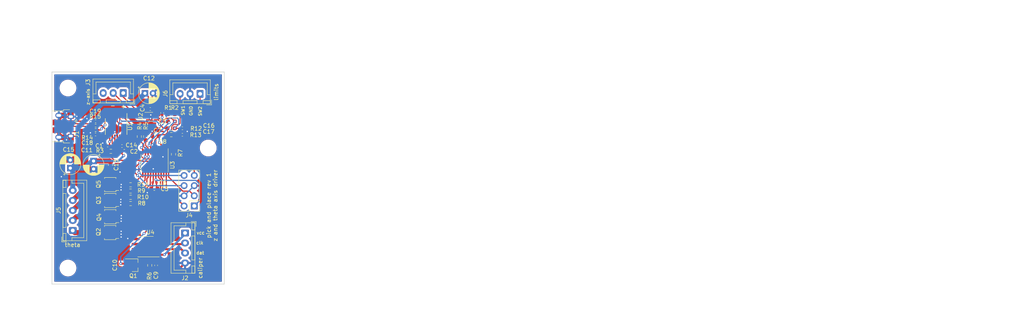
<source format=kicad_pcb>
(kicad_pcb (version 20171130) (host pcbnew 5.1.9)

  (general
    (thickness 1.6)
    (drawings 23)
    (tracks 509)
    (zones 0)
    (modules 52)
    (nets 47)
  )

  (page USLetter)
  (title_block
    (title "Project Title")
  )

  (layers
    (0 F.Cu signal)
    (31 B.Cu signal)
    (34 B.Paste user)
    (35 F.Paste user)
    (36 B.SilkS user)
    (37 F.SilkS user)
    (38 B.Mask user)
    (39 F.Mask user)
    (40 Dwgs.User user)
    (44 Edge.Cuts user)
    (46 B.CrtYd user)
    (47 F.CrtYd user)
    (48 B.Fab user)
    (49 F.Fab user)
  )

  (setup
    (last_trace_width 0.3)
    (user_trace_width 0.1524)
    (user_trace_width 0.2)
    (user_trace_width 0.25)
    (user_trace_width 0.3)
    (user_trace_width 0.5)
    (user_trace_width 0.75)
    (user_trace_width 1.25)
    (trace_clearance 0.1524)
    (zone_clearance 0.508)
    (zone_45_only no)
    (trace_min 0.1524)
    (via_size 0.6858)
    (via_drill 0.3302)
    (via_min_size 0.6858)
    (via_min_drill 0.3302)
    (user_via 0.6858 0.3302)
    (user_via 0.762 0.4064)
    (user_via 0.8636 0.508)
    (uvia_size 0.6858)
    (uvia_drill 0.3302)
    (uvias_allowed no)
    (uvia_min_size 0)
    (uvia_min_drill 0)
    (edge_width 0.1524)
    (segment_width 0.1524)
    (pcb_text_width 0.1524)
    (pcb_text_size 1.016 1.016)
    (mod_edge_width 0.1524)
    (mod_text_size 1.016 1.016)
    (mod_text_width 0.1524)
    (pad_size 1.524 1.524)
    (pad_drill 0.762)
    (pad_to_mask_clearance 0.0508)
    (solder_mask_min_width 0.1016)
    (pad_to_paste_clearance -0.0762)
    (aux_axis_origin 0 0)
    (visible_elements FFFEDF7D)
    (pcbplotparams
      (layerselection 0x310fc_80000001)
      (usegerberextensions true)
      (usegerberattributes false)
      (usegerberadvancedattributes false)
      (creategerberjobfile false)
      (excludeedgelayer true)
      (linewidth 0.100000)
      (plotframeref false)
      (viasonmask false)
      (mode 1)
      (useauxorigin false)
      (hpglpennumber 1)
      (hpglpenspeed 20)
      (hpglpendiameter 15.000000)
      (psnegative false)
      (psa4output false)
      (plotreference true)
      (plotvalue true)
      (plotinvisibletext false)
      (padsonsilk false)
      (subtractmaskfromsilk false)
      (outputformat 1)
      (mirror false)
      (drillshape 0)
      (scaleselection 1)
      (outputdirectory "gerbers"))
  )

  (net 0 "")
  (net 1 GND)
  (net 2 /FT_3V3)
  (net 3 /VBUS)
  (net 4 /1V8)
  (net 5 /SW2)
  (net 6 /SW1)
  (net 7 "Net-(J1-Pad4)")
  (net 8 /CALIPER_DAT_1V8)
  (net 9 /CALIPER_CLK_1V8)
  (net 10 "Net-(J3-Pad3)")
  (net 11 "Net-(J3-Pad2)")
  (net 12 "Net-(J3-Pad1)")
  (net 13 /FT_RXD)
  (net 14 /MCU_NRST)
  (net 15 /FT_TXD)
  (net 16 /MCU_SWDIO)
  (net 17 /MCU_SWCLK)
  (net 18 /B-)
  (net 19 /A-)
  (net 20 /B+)
  (net 21 /A+)
  (net 22 "Net-(Q1-Pad3)")
  (net 23 "Net-(Q2-Pad4)")
  (net 24 "Net-(Q3-Pad4)")
  (net 25 "Net-(Q4-Pad4)")
  (net 26 "Net-(Q5-Pad4)")
  (net 27 /DRV_IN2)
  (net 28 /DRV_IN1)
  (net 29 "Net-(R3-Pad1)")
  (net 30 "Net-(R4-Pad1)")
  (net 31 "Net-(R5-Pad1)")
  (net 32 /A+_GATE)
  (net 33 /A-_GATE)
  (net 34 /B+_GATE)
  (net 35 /B-_GATE)
  (net 36 /FT_24MHz)
  (net 37 "Net-(U1-Pad14)")
  (net 38 "Net-(U1-Pad7)")
  (net 39 "Net-(U1-Pad6)")
  (net 40 "Net-(U1-Pad2)")
  (net 41 /CALIPER_CLK_3V3)
  (net 42 /CALIPER_DAT_3V3)
  (net 43 "Net-(C18-Pad1)")
  (net 44 "Net-(C19-Pad1)")
  (net 45 "Net-(R14-Pad2)")
  (net 46 "Net-(R15-Pad2)")

  (net_class Default "This is the default net class."
    (clearance 0.1524)
    (trace_width 0.1524)
    (via_dia 0.6858)
    (via_drill 0.3302)
    (uvia_dia 0.6858)
    (uvia_drill 0.3302)
    (add_net /1V8)
    (add_net /A+)
    (add_net /A+_GATE)
    (add_net /A-)
    (add_net /A-_GATE)
    (add_net /B+)
    (add_net /B+_GATE)
    (add_net /B-)
    (add_net /B-_GATE)
    (add_net /CALIPER_CLK_1V8)
    (add_net /CALIPER_CLK_3V3)
    (add_net /CALIPER_DAT_1V8)
    (add_net /CALIPER_DAT_3V3)
    (add_net /DRV_IN1)
    (add_net /DRV_IN2)
    (add_net /FT_24MHz)
    (add_net /FT_3V3)
    (add_net /FT_RXD)
    (add_net /FT_TXD)
    (add_net /MCU_NRST)
    (add_net /MCU_SWCLK)
    (add_net /MCU_SWDIO)
    (add_net /SW1)
    (add_net /SW2)
    (add_net /VBUS)
    (add_net GND)
    (add_net "Net-(C18-Pad1)")
    (add_net "Net-(C19-Pad1)")
    (add_net "Net-(J1-Pad4)")
    (add_net "Net-(J3-Pad1)")
    (add_net "Net-(J3-Pad2)")
    (add_net "Net-(J3-Pad3)")
    (add_net "Net-(Q1-Pad3)")
    (add_net "Net-(Q2-Pad4)")
    (add_net "Net-(Q3-Pad4)")
    (add_net "Net-(Q4-Pad4)")
    (add_net "Net-(Q5-Pad4)")
    (add_net "Net-(R14-Pad2)")
    (add_net "Net-(R15-Pad2)")
    (add_net "Net-(R3-Pad1)")
    (add_net "Net-(R4-Pad1)")
    (add_net "Net-(R5-Pad1)")
    (add_net "Net-(U1-Pad14)")
    (add_net "Net-(U1-Pad2)")
    (add_net "Net-(U1-Pad6)")
    (add_net "Net-(U1-Pad7)")
  )

  (module Connector_USB:USB_Micro-B_Amphenol_10103594-0001LF_Horizontal (layer F.Cu) (tedit 5A1DC0BD) (tstamp 5FF60108)
    (at 16.82 89.6 270)
    (descr "Micro USB Type B 10103594-0001LF, http://cdn.amphenol-icc.com/media/wysiwyg/files/drawing/10103594.pdf")
    (tags "USB USB_B USB_micro USB_OTG")
    (path /5FEBE2C8)
    (attr smd)
    (fp_text reference J1 (at 1.925 -3.365 90) (layer F.SilkS)
      (effects (font (size 1 1) (thickness 0.15)))
    )
    (fp_text value USB_B_Micro (at -0.025 4.435 90) (layer F.Fab)
      (effects (font (size 1 1) (thickness 0.15)))
    )
    (fp_line (start -4.175 -0.065) (end -4.175 -1.615) (layer F.SilkS) (width 0.12))
    (fp_line (start -4.175 -0.065) (end -3.875 -0.065) (layer F.SilkS) (width 0.12))
    (fp_line (start -3.875 2.735) (end -3.875 -0.065) (layer F.SilkS) (width 0.12))
    (fp_line (start 4.125 -0.065) (end 4.125 -1.615) (layer F.SilkS) (width 0.12))
    (fp_line (start 3.825 -0.065) (end 4.125 -0.065) (layer F.SilkS) (width 0.12))
    (fp_line (start 3.825 2.735) (end 3.825 -0.065) (layer F.SilkS) (width 0.12))
    (fp_line (start -0.925 -3.315) (end -1.325 -2.865) (layer F.SilkS) (width 0.12))
    (fp_line (start -1.725 -3.315) (end -0.925 -3.315) (layer F.SilkS) (width 0.12))
    (fp_line (start -1.325 -2.865) (end -1.725 -3.315) (layer F.SilkS) (width 0.12))
    (fp_line (start -3.775 -0.865) (end -2.975 -1.615) (layer F.Fab) (width 0.12))
    (fp_line (start 3.725 3.335) (end -3.775 3.335) (layer F.Fab) (width 0.12))
    (fp_line (start 3.725 -1.615) (end 3.725 3.335) (layer F.Fab) (width 0.12))
    (fp_line (start -2.975 -1.615) (end 3.725 -1.615) (layer F.Fab) (width 0.12))
    (fp_line (start -3.775 3.335) (end -3.775 -0.865) (layer F.Fab) (width 0.12))
    (fp_line (start -4.025 2.835) (end 3.975 2.835) (layer Dwgs.User) (width 0.1))
    (fp_line (start -4.13 -2.88) (end 4.14 -2.88) (layer F.CrtYd) (width 0.05))
    (fp_line (start -4.13 -2.88) (end -4.13 3.58) (layer F.CrtYd) (width 0.05))
    (fp_line (start 4.14 3.58) (end 4.14 -2.88) (layer F.CrtYd) (width 0.05))
    (fp_line (start 4.14 3.58) (end -4.13 3.58) (layer F.CrtYd) (width 0.05))
    (fp_text user %R (at -0.025 -0.015 90) (layer F.Fab)
      (effects (font (size 1 1) (thickness 0.15)))
    )
    (fp_text user "PCB edge" (at -0.025 2.235 90) (layer Dwgs.User)
      (effects (font (size 0.5 0.5) (thickness 0.075)))
    )
    (pad 6 smd rect (at 0.935 1.385) (size 2.5 1.43) (layers F.Cu F.Paste F.Mask)
      (net 1 GND))
    (pad 6 smd rect (at -0.985 1.385) (size 2.5 1.43) (layers F.Cu F.Paste F.Mask)
      (net 1 GND))
    (pad 6 thru_hole oval (at 2.705 1.115) (size 1.7 1.35) (drill oval 1.2 0.7) (layers *.Cu *.Mask)
      (net 1 GND))
    (pad 6 thru_hole oval (at -2.755 1.115) (size 1.7 1.35) (drill oval 1.2 0.7) (layers *.Cu *.Mask)
      (net 1 GND))
    (pad 6 thru_hole oval (at 2.395 -1.885) (size 1.5 1.1) (drill oval 1.05 0.65) (layers *.Cu *.Mask)
      (net 1 GND))
    (pad 6 thru_hole oval (at -2.445 -1.885) (size 1.5 1.1) (drill oval 1.05 0.65) (layers *.Cu *.Mask)
      (net 1 GND))
    (pad 5 smd rect (at 1.275 -1.765) (size 1.65 0.4) (layers F.Cu F.Paste F.Mask)
      (net 1 GND))
    (pad 4 smd rect (at 0.625 -1.765) (size 1.65 0.4) (layers F.Cu F.Paste F.Mask)
      (net 7 "Net-(J1-Pad4)"))
    (pad 3 smd rect (at -0.025 -1.765) (size 1.65 0.4) (layers F.Cu F.Paste F.Mask)
      (net 43 "Net-(C18-Pad1)"))
    (pad 2 smd rect (at -0.675 -1.765) (size 1.65 0.4) (layers F.Cu F.Paste F.Mask)
      (net 44 "Net-(C19-Pad1)"))
    (pad 1 smd rect (at -1.325 -1.765) (size 1.65 0.4) (layers F.Cu F.Paste F.Mask)
      (net 3 /VBUS))
    (pad 6 smd rect (at 2.875 -1.885 270) (size 2 1.5) (layers F.Cu F.Paste F.Mask)
      (net 1 GND))
    (pad 6 smd rect (at -2.875 -1.865 270) (size 2 1.5) (layers F.Cu F.Paste F.Mask)
      (net 1 GND))
    (pad 6 smd rect (at 2.975 -0.565 270) (size 1.825 0.7) (layers F.Cu F.Paste F.Mask)
      (net 1 GND))
    (pad 6 smd rect (at -2.975 -0.565 270) (size 1.825 0.7) (layers F.Cu F.Paste F.Mask)
      (net 1 GND))
    (pad 6 smd rect (at -2.755 0.185 270) (size 1.35 2) (layers F.Cu F.Paste F.Mask)
      (net 1 GND))
    (pad 6 smd rect (at 2.725 0.185 270) (size 1.35 2) (layers F.Cu F.Paste F.Mask)
      (net 1 GND))
    (model ${KISYS3DMOD}/Connector_USB.3dshapes/USB_Micro-B_Amphenol_10103594-0001LF_Horizontal.wrl
      (at (xyz 0 0 0))
      (scale (xyz 1 1 1))
      (rotate (xyz 0 0 0))
    )
  )

  (module Resistor_SMD:R_0402_1005Metric (layer F.Cu) (tedit 5F68FEEE) (tstamp 5FF76478)
    (at 24.9 89.4)
    (descr "Resistor SMD 0402 (1005 Metric), square (rectangular) end terminal, IPC_7351 nominal, (Body size source: IPC-SM-782 page 72, https://www.pcb-3d.com/wordpress/wp-content/uploads/ipc-sm-782a_amendment_1_and_2.pdf), generated with kicad-footprint-generator")
    (tags resistor)
    (path /604015D5)
    (attr smd)
    (fp_text reference R15 (at -0.1 -2.3) (layer F.SilkS)
      (effects (font (size 1 1) (thickness 0.15)))
    )
    (fp_text value 27R (at 0 1.17) (layer F.Fab)
      (effects (font (size 1 1) (thickness 0.15)))
    )
    (fp_line (start -0.525 0.27) (end -0.525 -0.27) (layer F.Fab) (width 0.1))
    (fp_line (start -0.525 -0.27) (end 0.525 -0.27) (layer F.Fab) (width 0.1))
    (fp_line (start 0.525 -0.27) (end 0.525 0.27) (layer F.Fab) (width 0.1))
    (fp_line (start 0.525 0.27) (end -0.525 0.27) (layer F.Fab) (width 0.1))
    (fp_line (start -0.153641 -0.38) (end 0.153641 -0.38) (layer F.SilkS) (width 0.12))
    (fp_line (start -0.153641 0.38) (end 0.153641 0.38) (layer F.SilkS) (width 0.12))
    (fp_line (start -0.93 0.47) (end -0.93 -0.47) (layer F.CrtYd) (width 0.05))
    (fp_line (start -0.93 -0.47) (end 0.93 -0.47) (layer F.CrtYd) (width 0.05))
    (fp_line (start 0.93 -0.47) (end 0.93 0.47) (layer F.CrtYd) (width 0.05))
    (fp_line (start 0.93 0.47) (end -0.93 0.47) (layer F.CrtYd) (width 0.05))
    (fp_text user %R (at 0 0) (layer F.Fab)
      (effects (font (size 0.26 0.26) (thickness 0.04)))
    )
    (pad 2 smd roundrect (at 0.51 0) (size 0.54 0.64) (layers F.Cu F.Paste F.Mask) (roundrect_rratio 0.25)
      (net 46 "Net-(R15-Pad2)"))
    (pad 1 smd roundrect (at -0.51 0) (size 0.54 0.64) (layers F.Cu F.Paste F.Mask) (roundrect_rratio 0.25)
      (net 44 "Net-(C19-Pad1)"))
    (model ${KISYS3DMOD}/Resistor_SMD.3dshapes/R_0402_1005Metric.wrl
      (at (xyz 0 0 0))
      (scale (xyz 1 1 1))
      (rotate (xyz 0 0 0))
    )
  )

  (module Resistor_SMD:R_0402_1005Metric (layer F.Cu) (tedit 5F68FEEE) (tstamp 5FF76467)
    (at 24.9 90.5)
    (descr "Resistor SMD 0402 (1005 Metric), square (rectangular) end terminal, IPC_7351 nominal, (Body size source: IPC-SM-782 page 72, https://www.pcb-3d.com/wordpress/wp-content/uploads/ipc-sm-782a_amendment_1_and_2.pdf), generated with kicad-footprint-generator")
    (tags resistor)
    (path /6040143D)
    (attr smd)
    (fp_text reference R14 (at -2.1 1.9) (layer F.SilkS)
      (effects (font (size 1 1) (thickness 0.15)))
    )
    (fp_text value 27R (at 0 1.17) (layer F.Fab)
      (effects (font (size 1 1) (thickness 0.15)))
    )
    (fp_line (start -0.525 0.27) (end -0.525 -0.27) (layer F.Fab) (width 0.1))
    (fp_line (start -0.525 -0.27) (end 0.525 -0.27) (layer F.Fab) (width 0.1))
    (fp_line (start 0.525 -0.27) (end 0.525 0.27) (layer F.Fab) (width 0.1))
    (fp_line (start 0.525 0.27) (end -0.525 0.27) (layer F.Fab) (width 0.1))
    (fp_line (start -0.153641 -0.38) (end 0.153641 -0.38) (layer F.SilkS) (width 0.12))
    (fp_line (start -0.153641 0.38) (end 0.153641 0.38) (layer F.SilkS) (width 0.12))
    (fp_line (start -0.93 0.47) (end -0.93 -0.47) (layer F.CrtYd) (width 0.05))
    (fp_line (start -0.93 -0.47) (end 0.93 -0.47) (layer F.CrtYd) (width 0.05))
    (fp_line (start 0.93 -0.47) (end 0.93 0.47) (layer F.CrtYd) (width 0.05))
    (fp_line (start 0.93 0.47) (end -0.93 0.47) (layer F.CrtYd) (width 0.05))
    (fp_text user %R (at 0 0) (layer F.Fab)
      (effects (font (size 0.26 0.26) (thickness 0.04)))
    )
    (pad 2 smd roundrect (at 0.51 0) (size 0.54 0.64) (layers F.Cu F.Paste F.Mask) (roundrect_rratio 0.25)
      (net 45 "Net-(R14-Pad2)"))
    (pad 1 smd roundrect (at -0.51 0) (size 0.54 0.64) (layers F.Cu F.Paste F.Mask) (roundrect_rratio 0.25)
      (net 43 "Net-(C18-Pad1)"))
    (model ${KISYS3DMOD}/Resistor_SMD.3dshapes/R_0402_1005Metric.wrl
      (at (xyz 0 0 0))
      (scale (xyz 1 1 1))
      (rotate (xyz 0 0 0))
    )
  )

  (module Capacitor_SMD:C_0402_1005Metric (layer F.Cu) (tedit 5F68FEEE) (tstamp 5FF75F76)
    (at 24.9 88.3 180)
    (descr "Capacitor SMD 0402 (1005 Metric), square (rectangular) end terminal, IPC_7351 nominal, (Body size source: IPC-SM-782 page 76, https://www.pcb-3d.com/wordpress/wp-content/uploads/ipc-sm-782a_amendment_1_and_2.pdf), generated with kicad-footprint-generator")
    (tags capacitor)
    (path /6041A243)
    (attr smd)
    (fp_text reference C19 (at 0.1 2.5) (layer F.SilkS)
      (effects (font (size 1 1) (thickness 0.15)))
    )
    (fp_text value "47 pF" (at 0 1.16) (layer F.Fab)
      (effects (font (size 1 1) (thickness 0.15)))
    )
    (fp_line (start -0.5 0.25) (end -0.5 -0.25) (layer F.Fab) (width 0.1))
    (fp_line (start -0.5 -0.25) (end 0.5 -0.25) (layer F.Fab) (width 0.1))
    (fp_line (start 0.5 -0.25) (end 0.5 0.25) (layer F.Fab) (width 0.1))
    (fp_line (start 0.5 0.25) (end -0.5 0.25) (layer F.Fab) (width 0.1))
    (fp_line (start -0.107836 -0.36) (end 0.107836 -0.36) (layer F.SilkS) (width 0.12))
    (fp_line (start -0.107836 0.36) (end 0.107836 0.36) (layer F.SilkS) (width 0.12))
    (fp_line (start -0.91 0.46) (end -0.91 -0.46) (layer F.CrtYd) (width 0.05))
    (fp_line (start -0.91 -0.46) (end 0.91 -0.46) (layer F.CrtYd) (width 0.05))
    (fp_line (start 0.91 -0.46) (end 0.91 0.46) (layer F.CrtYd) (width 0.05))
    (fp_line (start 0.91 0.46) (end -0.91 0.46) (layer F.CrtYd) (width 0.05))
    (fp_text user %R (at 0 0) (layer F.Fab)
      (effects (font (size 0.25 0.25) (thickness 0.04)))
    )
    (pad 2 smd roundrect (at 0.48 0 180) (size 0.56 0.62) (layers F.Cu F.Paste F.Mask) (roundrect_rratio 0.25)
      (net 1 GND))
    (pad 1 smd roundrect (at -0.48 0 180) (size 0.56 0.62) (layers F.Cu F.Paste F.Mask) (roundrect_rratio 0.25)
      (net 44 "Net-(C19-Pad1)"))
    (model ${KISYS3DMOD}/Capacitor_SMD.3dshapes/C_0402_1005Metric.wrl
      (at (xyz 0 0 0))
      (scale (xyz 1 1 1))
      (rotate (xyz 0 0 0))
    )
  )

  (module Capacitor_SMD:C_0402_1005Metric (layer F.Cu) (tedit 5F68FEEE) (tstamp 5FF75F65)
    (at 24.88 91.6 180)
    (descr "Capacitor SMD 0402 (1005 Metric), square (rectangular) end terminal, IPC_7351 nominal, (Body size source: IPC-SM-782 page 76, https://www.pcb-3d.com/wordpress/wp-content/uploads/ipc-sm-782a_amendment_1_and_2.pdf), generated with kicad-footprint-generator")
    (tags capacitor)
    (path /60419BF6)
    (attr smd)
    (fp_text reference C18 (at 2.08 -2.1) (layer F.SilkS)
      (effects (font (size 1 1) (thickness 0.15)))
    )
    (fp_text value "47 pF" (at 0 1.16) (layer F.Fab)
      (effects (font (size 1 1) (thickness 0.15)))
    )
    (fp_line (start -0.5 0.25) (end -0.5 -0.25) (layer F.Fab) (width 0.1))
    (fp_line (start -0.5 -0.25) (end 0.5 -0.25) (layer F.Fab) (width 0.1))
    (fp_line (start 0.5 -0.25) (end 0.5 0.25) (layer F.Fab) (width 0.1))
    (fp_line (start 0.5 0.25) (end -0.5 0.25) (layer F.Fab) (width 0.1))
    (fp_line (start -0.107836 -0.36) (end 0.107836 -0.36) (layer F.SilkS) (width 0.12))
    (fp_line (start -0.107836 0.36) (end 0.107836 0.36) (layer F.SilkS) (width 0.12))
    (fp_line (start -0.91 0.46) (end -0.91 -0.46) (layer F.CrtYd) (width 0.05))
    (fp_line (start -0.91 -0.46) (end 0.91 -0.46) (layer F.CrtYd) (width 0.05))
    (fp_line (start 0.91 -0.46) (end 0.91 0.46) (layer F.CrtYd) (width 0.05))
    (fp_line (start 0.91 0.46) (end -0.91 0.46) (layer F.CrtYd) (width 0.05))
    (fp_text user %R (at 0 0) (layer F.Fab)
      (effects (font (size 0.25 0.25) (thickness 0.04)))
    )
    (pad 2 smd roundrect (at 0.48 0 180) (size 0.56 0.62) (layers F.Cu F.Paste F.Mask) (roundrect_rratio 0.25)
      (net 1 GND))
    (pad 1 smd roundrect (at -0.48 0 180) (size 0.56 0.62) (layers F.Cu F.Paste F.Mask) (roundrect_rratio 0.25)
      (net 43 "Net-(C18-Pad1)"))
    (model ${KISYS3DMOD}/Capacitor_SMD.3dshapes/C_0402_1005Metric.wrl
      (at (xyz 0 0 0))
      (scale (xyz 1 1 1))
      (rotate (xyz 0 0 0))
    )
  )

  (module MountingHole:MountingHole_3.2mm_M3 (layer F.Cu) (tedit 56D1B4CB) (tstamp 5FF67ECE)
    (at 18 125)
    (descr "Mounting Hole 3.2mm, no annular, M3")
    (tags "mounting hole 3.2mm no annular m3")
    (path /602F76B9)
    (attr virtual)
    (fp_text reference H3 (at 0 -4.2) (layer F.SilkS) hide
      (effects (font (size 1 1) (thickness 0.15)))
    )
    (fp_text value MountingHole (at 1 3) (layer F.Fab)
      (effects (font (size 1 1) (thickness 0.15)))
    )
    (fp_circle (center 0 0) (end 3.45 0) (layer F.CrtYd) (width 0.05))
    (fp_circle (center 0 0) (end 3.2 0) (layer Cmts.User) (width 0.15))
    (fp_text user %R (at 0.3 0) (layer F.Fab)
      (effects (font (size 1 1) (thickness 0.15)))
    )
    (pad 1 np_thru_hole circle (at 0 0) (size 3.2 3.2) (drill 3.2) (layers *.Cu *.Mask))
  )

  (module MountingHole:MountingHole_3.2mm_M3 (layer F.Cu) (tedit 56D1B4CB) (tstamp 5FF67EC6)
    (at 53 95)
    (descr "Mounting Hole 3.2mm, no annular, M3")
    (tags "mounting hole 3.2mm no annular m3")
    (path /602F75AB)
    (attr virtual)
    (fp_text reference H2 (at 0 -4.2) (layer F.SilkS) hide
      (effects (font (size 1 1) (thickness 0.15)))
    )
    (fp_text value MountingHole (at 0 4.2) (layer F.Fab)
      (effects (font (size 1 1) (thickness 0.15)))
    )
    (fp_circle (center 0 0) (end 3.45 0) (layer F.CrtYd) (width 0.05))
    (fp_circle (center 0 0) (end 3.2 0) (layer Cmts.User) (width 0.15))
    (fp_text user %R (at 0.3 0) (layer F.Fab)
      (effects (font (size 1 1) (thickness 0.15)))
    )
    (pad 1 np_thru_hole circle (at 0 0) (size 3.2 3.2) (drill 3.2) (layers *.Cu *.Mask))
  )

  (module MountingHole:MountingHole_3.2mm_M3 (layer F.Cu) (tedit 56D1B4CB) (tstamp 5FF68498)
    (at 18 80)
    (descr "Mounting Hole 3.2mm, no annular, M3")
    (tags "mounting hole 3.2mm no annular m3")
    (path /602F706A)
    (attr virtual)
    (fp_text reference H1 (at 0 -4.2) (layer F.SilkS) hide
      (effects (font (size 1 1) (thickness 0.15)))
    )
    (fp_text value MountingHole (at 0 4.2) (layer F.Fab)
      (effects (font (size 1 1) (thickness 0.15)))
    )
    (fp_circle (center 0 0) (end 3.45 0) (layer F.CrtYd) (width 0.05))
    (fp_circle (center 0 0) (end 3.2 0) (layer Cmts.User) (width 0.15))
    (fp_text user %R (at 0.3 0) (layer F.Fab)
      (effects (font (size 1 1) (thickness 0.15)))
    )
    (pad 1 np_thru_hole circle (at 0 0) (size 3.2 3.2) (drill 3.2) (layers *.Cu *.Mask))
  )

  (module Package_SO:SOIC-8_3.9x4.9mm_P1.27mm (layer F.Cu) (tedit 5D9F72B1) (tstamp 5FF62E4F)
    (at 37.35 119.65 180)
    (descr "SOIC, 8 Pin (JEDEC MS-012AA, https://www.analog.com/media/en/package-pcb-resources/package/pkg_pdf/soic_narrow-r/r_8.pdf), generated with kicad-footprint-generator ipc_gullwing_generator.py")
    (tags "SOIC SO")
    (path /60085479)
    (attr smd)
    (fp_text reference U4 (at -1.24 3.6) (layer F.SilkS)
      (effects (font (size 1 1) (thickness 0.15)))
    )
    (fp_text value NLSV2T244D (at 0 3.4) (layer F.Fab)
      (effects (font (size 1 1) (thickness 0.15)))
    )
    (fp_line (start 3.7 -2.7) (end -3.7 -2.7) (layer F.CrtYd) (width 0.05))
    (fp_line (start 3.7 2.7) (end 3.7 -2.7) (layer F.CrtYd) (width 0.05))
    (fp_line (start -3.7 2.7) (end 3.7 2.7) (layer F.CrtYd) (width 0.05))
    (fp_line (start -3.7 -2.7) (end -3.7 2.7) (layer F.CrtYd) (width 0.05))
    (fp_line (start -1.95 -1.475) (end -0.975 -2.45) (layer F.Fab) (width 0.1))
    (fp_line (start -1.95 2.45) (end -1.95 -1.475) (layer F.Fab) (width 0.1))
    (fp_line (start 1.95 2.45) (end -1.95 2.45) (layer F.Fab) (width 0.1))
    (fp_line (start 1.95 -2.45) (end 1.95 2.45) (layer F.Fab) (width 0.1))
    (fp_line (start -0.975 -2.45) (end 1.95 -2.45) (layer F.Fab) (width 0.1))
    (fp_line (start 0 -2.56) (end -3.45 -2.56) (layer F.SilkS) (width 0.12))
    (fp_line (start 0 -2.56) (end 1.95 -2.56) (layer F.SilkS) (width 0.12))
    (fp_line (start 0 2.56) (end -1.95 2.56) (layer F.SilkS) (width 0.12))
    (fp_line (start 0 2.56) (end 1.95 2.56) (layer F.SilkS) (width 0.12))
    (fp_text user %R (at 0 0) (layer F.Fab)
      (effects (font (size 0.98 0.98) (thickness 0.15)))
    )
    (pad 8 smd roundrect (at 2.475 -1.905 180) (size 1.95 0.6) (layers F.Cu F.Paste F.Mask) (roundrect_rratio 0.25)
      (net 2 /FT_3V3))
    (pad 7 smd roundrect (at 2.475 -0.635 180) (size 1.95 0.6) (layers F.Cu F.Paste F.Mask) (roundrect_rratio 0.25)
      (net 42 /CALIPER_DAT_3V3))
    (pad 6 smd roundrect (at 2.475 0.635 180) (size 1.95 0.6) (layers F.Cu F.Paste F.Mask) (roundrect_rratio 0.25)
      (net 41 /CALIPER_CLK_3V3))
    (pad 5 smd roundrect (at 2.475 1.905 180) (size 1.95 0.6) (layers F.Cu F.Paste F.Mask) (roundrect_rratio 0.25)
      (net 1 GND))
    (pad 4 smd roundrect (at -2.475 1.905 180) (size 1.95 0.6) (layers F.Cu F.Paste F.Mask) (roundrect_rratio 0.25)
      (net 22 "Net-(Q1-Pad3)"))
    (pad 3 smd roundrect (at -2.475 0.635 180) (size 1.95 0.6) (layers F.Cu F.Paste F.Mask) (roundrect_rratio 0.25)
      (net 9 /CALIPER_CLK_1V8))
    (pad 2 smd roundrect (at -2.475 -0.635 180) (size 1.95 0.6) (layers F.Cu F.Paste F.Mask) (roundrect_rratio 0.25)
      (net 8 /CALIPER_DAT_1V8))
    (pad 1 smd roundrect (at -2.475 -1.905 180) (size 1.95 0.6) (layers F.Cu F.Paste F.Mask) (roundrect_rratio 0.25)
      (net 4 /1V8))
    (model ${KISYS3DMOD}/Package_SO.3dshapes/SOIC-8_3.9x4.9mm_P1.27mm.wrl
      (at (xyz 0 0 0))
      (scale (xyz 1 1 1))
      (rotate (xyz 0 0 0))
    )
  )

  (module Package_SO:TSSOP-20_4.4x6.5mm_P0.65mm (layer F.Cu) (tedit 5E476F32) (tstamp 5FF61529)
    (at 39.61 98.75 270)
    (descr "TSSOP, 20 Pin (JEDEC MO-153 Var AC https://www.jedec.org/document_search?search_api_views_fulltext=MO-153), generated with kicad-footprint-generator ipc_gullwing_generator.py")
    (tags "TSSOP SO")
    (path /5FEE113F)
    (attr smd)
    (fp_text reference U3 (at 0.51 -4.45 90) (layer F.SilkS)
      (effects (font (size 1 1) (thickness 0.15)))
    )
    (fp_text value STM32L011F4P6 (at 0 4.2 90) (layer F.Fab)
      (effects (font (size 1 1) (thickness 0.15)))
    )
    (fp_line (start 3.85 -3.5) (end -3.85 -3.5) (layer F.CrtYd) (width 0.05))
    (fp_line (start 3.85 3.5) (end 3.85 -3.5) (layer F.CrtYd) (width 0.05))
    (fp_line (start -3.85 3.5) (end 3.85 3.5) (layer F.CrtYd) (width 0.05))
    (fp_line (start -3.85 -3.5) (end -3.85 3.5) (layer F.CrtYd) (width 0.05))
    (fp_line (start -2.2 -2.25) (end -1.2 -3.25) (layer F.Fab) (width 0.1))
    (fp_line (start -2.2 3.25) (end -2.2 -2.25) (layer F.Fab) (width 0.1))
    (fp_line (start 2.2 3.25) (end -2.2 3.25) (layer F.Fab) (width 0.1))
    (fp_line (start 2.2 -3.25) (end 2.2 3.25) (layer F.Fab) (width 0.1))
    (fp_line (start -1.2 -3.25) (end 2.2 -3.25) (layer F.Fab) (width 0.1))
    (fp_line (start 0 -3.385) (end -3.6 -3.385) (layer F.SilkS) (width 0.12))
    (fp_line (start 0 -3.385) (end 2.2 -3.385) (layer F.SilkS) (width 0.12))
    (fp_line (start 0 3.385) (end -2.2 3.385) (layer F.SilkS) (width 0.12))
    (fp_line (start 0 3.385) (end 2.2 3.385) (layer F.SilkS) (width 0.12))
    (fp_text user %R (at 0 0 90) (layer F.Fab)
      (effects (font (size 1 1) (thickness 0.15)))
    )
    (pad 20 smd roundrect (at 2.8625 -2.925 270) (size 1.475 0.4) (layers F.Cu F.Paste F.Mask) (roundrect_rratio 0.25)
      (net 17 /MCU_SWCLK))
    (pad 19 smd roundrect (at 2.8625 -2.275 270) (size 1.475 0.4) (layers F.Cu F.Paste F.Mask) (roundrect_rratio 0.25)
      (net 16 /MCU_SWDIO))
    (pad 18 smd roundrect (at 2.8625 -1.625 270) (size 1.475 0.4) (layers F.Cu F.Paste F.Mask) (roundrect_rratio 0.25)
      (net 42 /CALIPER_DAT_3V3))
    (pad 17 smd roundrect (at 2.8625 -0.975 270) (size 1.475 0.4) (layers F.Cu F.Paste F.Mask) (roundrect_rratio 0.25)
      (net 41 /CALIPER_CLK_3V3))
    (pad 16 smd roundrect (at 2.8625 -0.325 270) (size 1.475 0.4) (layers F.Cu F.Paste F.Mask) (roundrect_rratio 0.25)
      (net 2 /FT_3V3))
    (pad 15 smd roundrect (at 2.8625 0.325 270) (size 1.475 0.4) (layers F.Cu F.Paste F.Mask) (roundrect_rratio 0.25)
      (net 1 GND))
    (pad 14 smd roundrect (at 2.8625 0.975 270) (size 1.475 0.4) (layers F.Cu F.Paste F.Mask) (roundrect_rratio 0.25)
      (net 32 /A+_GATE))
    (pad 13 smd roundrect (at 2.8625 1.625 270) (size 1.475 0.4) (layers F.Cu F.Paste F.Mask) (roundrect_rratio 0.25)
      (net 34 /B+_GATE))
    (pad 12 smd roundrect (at 2.8625 2.275 270) (size 1.475 0.4) (layers F.Cu F.Paste F.Mask) (roundrect_rratio 0.25)
      (net 33 /A-_GATE))
    (pad 11 smd roundrect (at 2.8625 2.925 270) (size 1.475 0.4) (layers F.Cu F.Paste F.Mask) (roundrect_rratio 0.25)
      (net 35 /B-_GATE))
    (pad 10 smd roundrect (at -2.8625 2.925 270) (size 1.475 0.4) (layers F.Cu F.Paste F.Mask) (roundrect_rratio 0.25)
      (net 5 /SW2))
    (pad 9 smd roundrect (at -2.8625 2.275 270) (size 1.475 0.4) (layers F.Cu F.Paste F.Mask) (roundrect_rratio 0.25)
      (net 15 /FT_TXD))
    (pad 8 smd roundrect (at -2.8625 1.625 270) (size 1.475 0.4) (layers F.Cu F.Paste F.Mask) (roundrect_rratio 0.25)
      (net 13 /FT_RXD))
    (pad 7 smd roundrect (at -2.8625 0.975 270) (size 1.475 0.4) (layers F.Cu F.Paste F.Mask) (roundrect_rratio 0.25)
      (net 27 /DRV_IN2))
    (pad 6 smd roundrect (at -2.8625 0.325 270) (size 1.475 0.4) (layers F.Cu F.Paste F.Mask) (roundrect_rratio 0.25)
      (net 36 /FT_24MHz))
    (pad 5 smd roundrect (at -2.8625 -0.325 270) (size 1.475 0.4) (layers F.Cu F.Paste F.Mask) (roundrect_rratio 0.25)
      (net 2 /FT_3V3))
    (pad 4 smd roundrect (at -2.8625 -0.975 270) (size 1.475 0.4) (layers F.Cu F.Paste F.Mask) (roundrect_rratio 0.25)
      (net 14 /MCU_NRST))
    (pad 3 smd roundrect (at -2.8625 -1.625 270) (size 1.475 0.4) (layers F.Cu F.Paste F.Mask) (roundrect_rratio 0.25)
      (net 28 /DRV_IN1))
    (pad 2 smd roundrect (at -2.8625 -2.275 270) (size 1.475 0.4) (layers F.Cu F.Paste F.Mask) (roundrect_rratio 0.25)
      (net 6 /SW1))
    (pad 1 smd roundrect (at -2.8625 -2.925 270) (size 1.475 0.4) (layers F.Cu F.Paste F.Mask) (roundrect_rratio 0.25)
      (net 1 GND))
    (model ${KISYS3DMOD}/Package_SO.3dshapes/TSSOP-20_4.4x6.5mm_P0.65mm.wrl
      (at (xyz 0 0 0))
      (scale (xyz 1 1 1))
      (rotate (xyz 0 0 0))
    )
  )

  (module Package_SON:WSON-8-1EP_2x2mm_P0.5mm_EP0.9x1.6mm (layer F.Cu) (tedit 5A65F6A7) (tstamp 5FF60396)
    (at 38.66 87.2)
    (descr "8-Lead Plastic WSON, 2x2mm Body, 0.5mm Pitch, WSON-8, http://www.ti.com/lit/ds/symlink/lm27761.pdf")
    (tags "WSON 8 1EP")
    (path /5FEB2A46)
    (attr smd)
    (fp_text reference U2 (at -2.54 -0.05 90) (layer F.SilkS)
      (effects (font (size 1 1) (thickness 0.15)))
    )
    (fp_text value DRV8837C (at 0.01 2.14) (layer F.Fab)
      (effects (font (size 1 1) (thickness 0.15)))
    )
    (fp_line (start -1.5 -1.12) (end 0.5 -1.12) (layer F.SilkS) (width 0.12))
    (fp_line (start 0.5 1.12) (end -0.5 1.12) (layer F.SilkS) (width 0.12))
    (fp_line (start -1.6 1.25) (end 1.6 1.25) (layer F.CrtYd) (width 0.05))
    (fp_line (start -1.6 -1.25) (end 1.6 -1.25) (layer F.CrtYd) (width 0.05))
    (fp_line (start 1.6 -1.25) (end 1.6 1.25) (layer F.CrtYd) (width 0.05))
    (fp_line (start -1.6 -1.25) (end -1.6 1.25) (layer F.CrtYd) (width 0.05))
    (fp_line (start -0.5 -1) (end 1 -1) (layer F.Fab) (width 0.1))
    (fp_line (start 1 -1) (end 1 1) (layer F.Fab) (width 0.1))
    (fp_line (start 1 1) (end -1 1) (layer F.Fab) (width 0.1))
    (fp_line (start -1 1) (end -1 -0.5) (layer F.Fab) (width 0.1))
    (fp_line (start -0.5 -1) (end -1 -0.5) (layer F.Fab) (width 0.1))
    (fp_text user %R (at 0 0) (layer F.Fab)
      (effects (font (size 0.7 0.7) (thickness 0.1)))
    )
    (pad "" smd rect (at 0 -0.4) (size 0.75 0.65) (layers F.Paste))
    (pad "" smd rect (at 0 0.4) (size 0.75 0.65) (layers F.Paste))
    (pad 6 smd rect (at 0.95 0.25) (size 0.5 0.25) (layers F.Cu F.Paste F.Mask)
      (net 28 /DRV_IN1))
    (pad 5 smd rect (at 0.95 0.75) (size 0.5 0.25) (layers F.Cu F.Paste F.Mask)
      (net 27 /DRV_IN2))
    (pad 4 smd rect (at -0.95 0.75) (size 0.5 0.25) (layers F.Cu F.Paste F.Mask)
      (net 1 GND))
    (pad 2 smd rect (at -0.95 -0.25) (size 0.5 0.25) (layers F.Cu F.Paste F.Mask)
      (net 12 "Net-(J3-Pad1)"))
    (pad 1 smd rect (at -0.95 -0.75) (size 0.5 0.25) (layers F.Cu F.Paste F.Mask)
      (net 3 /VBUS))
    (pad 9 smd rect (at 0 0) (size 0.9 1.6) (layers F.Cu F.Mask)
      (net 1 GND))
    (pad 8 smd rect (at 0.95 -0.75) (size 0.5 0.25) (layers F.Cu F.Paste F.Mask)
      (net 2 /FT_3V3))
    (pad 7 smd rect (at 0.95 -0.25) (size 0.5 0.25) (layers F.Cu F.Paste F.Mask)
      (net 2 /FT_3V3))
    (pad 3 smd rect (at -0.95 0.25) (size 0.5 0.25) (layers F.Cu F.Paste F.Mask)
      (net 11 "Net-(J3-Pad2)"))
    (model ${KISYS3DMOD}/Package_SON.3dshapes/WSON-8-1EP_2x2mm_P0.5mm_EP0.9x1.6mm.wrl
      (at (xyz 0 0 0))
      (scale (xyz 1 1 1))
      (rotate (xyz 0 0 0))
    )
  )

  (module Package_SO:SSOP-16_3.9x4.9mm_P0.635mm (layer F.Cu) (tedit 5A02F25C) (tstamp 5FF6037B)
    (at 29.99 89.63 270)
    (descr "SSOP16: plastic shrink small outline package; 16 leads; body width 3.9 mm; lead pitch 0.635; (see NXP SSOP-TSSOP-VSO-REFLOW.pdf and sot519-1_po.pdf)")
    (tags "SSOP 0.635")
    (path /5FEC613C)
    (attr smd)
    (fp_text reference U1 (at 0 -3.5 90) (layer F.SilkS)
      (effects (font (size 1 1) (thickness 0.15)))
    )
    (fp_text value FT230XS (at 0 3.5 90) (layer F.Fab)
      (effects (font (size 1 1) (thickness 0.15)))
    )
    (fp_line (start -3.275 -2.725) (end 2 -2.725) (layer F.SilkS) (width 0.15))
    (fp_line (start -2 2.675) (end 2 2.675) (layer F.SilkS) (width 0.15))
    (fp_line (start -3.45 2.8) (end 3.45 2.8) (layer F.CrtYd) (width 0.05))
    (fp_line (start -3.45 -2.85) (end 3.45 -2.85) (layer F.CrtYd) (width 0.05))
    (fp_line (start 3.45 -2.85) (end 3.45 2.8) (layer F.CrtYd) (width 0.05))
    (fp_line (start -3.45 -2.85) (end -3.45 2.8) (layer F.CrtYd) (width 0.05))
    (fp_line (start -1.95 -1.45) (end -0.95 -2.45) (layer F.Fab) (width 0.15))
    (fp_line (start -1.95 2.45) (end -1.95 -1.45) (layer F.Fab) (width 0.15))
    (fp_line (start 1.95 2.45) (end -1.95 2.45) (layer F.Fab) (width 0.15))
    (fp_line (start 1.95 -2.45) (end 1.95 2.45) (layer F.Fab) (width 0.15))
    (fp_line (start -0.95 -2.45) (end 1.95 -2.45) (layer F.Fab) (width 0.15))
    (fp_text user %R (at 0 0 90) (layer F.Fab)
      (effects (font (size 0.8 0.8) (thickness 0.15)))
    )
    (pad 16 smd rect (at 2.6 -2.2225 270) (size 1.2 0.4) (layers F.Cu F.Paste F.Mask)
      (net 1 GND))
    (pad 15 smd rect (at 2.6 -1.5875 270) (size 1.2 0.4) (layers F.Cu F.Paste F.Mask)
      (net 36 /FT_24MHz))
    (pad 14 smd rect (at 2.6 -0.9525 270) (size 1.2 0.4) (layers F.Cu F.Paste F.Mask)
      (net 37 "Net-(U1-Pad14)"))
    (pad 13 smd rect (at 2.6 -0.3175 270) (size 1.2 0.4) (layers F.Cu F.Paste F.Mask)
      (net 1 GND))
    (pad 12 smd rect (at 2.6 0.3175 270) (size 1.2 0.4) (layers F.Cu F.Paste F.Mask)
      (net 3 /VBUS))
    (pad 11 smd rect (at 2.6 0.9525 270) (size 1.2 0.4) (layers F.Cu F.Paste F.Mask)
      (net 29 "Net-(R3-Pad1)"))
    (pad 10 smd rect (at 2.6 1.5875 270) (size 1.2 0.4) (layers F.Cu F.Paste F.Mask)
      (net 2 /FT_3V3))
    (pad 9 smd rect (at 2.6 2.2225 270) (size 1.2 0.4) (layers F.Cu F.Paste F.Mask)
      (net 46 "Net-(R15-Pad2)"))
    (pad 8 smd rect (at -2.6 2.2225 270) (size 1.2 0.4) (layers F.Cu F.Paste F.Mask)
      (net 45 "Net-(R14-Pad2)"))
    (pad 7 smd rect (at -2.6 1.5875 270) (size 1.2 0.4) (layers F.Cu F.Paste F.Mask)
      (net 38 "Net-(U1-Pad7)"))
    (pad 6 smd rect (at -2.6 0.9525 270) (size 1.2 0.4) (layers F.Cu F.Paste F.Mask)
      (net 39 "Net-(U1-Pad6)"))
    (pad 5 smd rect (at -2.6 0.3175 270) (size 1.2 0.4) (layers F.Cu F.Paste F.Mask)
      (net 1 GND))
    (pad 4 smd rect (at -2.6 -0.3175 270) (size 1.2 0.4) (layers F.Cu F.Paste F.Mask)
      (net 31 "Net-(R5-Pad1)"))
    (pad 3 smd rect (at -2.6 -0.9525 270) (size 1.2 0.4) (layers F.Cu F.Paste F.Mask)
      (net 2 /FT_3V3))
    (pad 2 smd rect (at -2.6 -1.5875 270) (size 1.2 0.4) (layers F.Cu F.Paste F.Mask)
      (net 40 "Net-(U1-Pad2)"))
    (pad 1 smd rect (at -2.6 -2.2225 270) (size 1.2 0.4) (layers F.Cu F.Paste F.Mask)
      (net 30 "Net-(R4-Pad1)"))
    (model ${KISYS3DMOD}/Package_SO.3dshapes/SSOP-16_3.9x4.9mm_P0.635mm.wrl
      (at (xyz 0 0 0))
      (scale (xyz 1 1 1))
      (rotate (xyz 0 0 0))
    )
  )

  (module Resistor_SMD:R_0603_1608Metric_Pad0.98x0.95mm_HandSolder (layer F.Cu) (tedit 5F68FEEE) (tstamp 5FF6035B)
    (at 43.775001 91.665001)
    (descr "Resistor SMD 0603 (1608 Metric), square (rectangular) end terminal, IPC_7351 nominal with elongated pad for handsoldering. (Body size source: IPC-SM-782 page 72, https://www.pcb-3d.com/wordpress/wp-content/uploads/ipc-sm-782a_amendment_1_and_2.pdf), generated with kicad-footprint-generator")
    (tags "resistor handsolder")
    (path /60198AF9)
    (attr smd)
    (fp_text reference R13 (at 6.094999 0.074999) (layer F.SilkS)
      (effects (font (size 1 1) (thickness 0.15)))
    )
    (fp_text value 10kR (at 0 1.43) (layer F.Fab)
      (effects (font (size 1 1) (thickness 0.15)))
    )
    (fp_line (start 1.65 0.73) (end -1.65 0.73) (layer F.CrtYd) (width 0.05))
    (fp_line (start 1.65 -0.73) (end 1.65 0.73) (layer F.CrtYd) (width 0.05))
    (fp_line (start -1.65 -0.73) (end 1.65 -0.73) (layer F.CrtYd) (width 0.05))
    (fp_line (start -1.65 0.73) (end -1.65 -0.73) (layer F.CrtYd) (width 0.05))
    (fp_line (start -0.254724 0.5225) (end 0.254724 0.5225) (layer F.SilkS) (width 0.12))
    (fp_line (start -0.254724 -0.5225) (end 0.254724 -0.5225) (layer F.SilkS) (width 0.12))
    (fp_line (start 0.8 0.4125) (end -0.8 0.4125) (layer F.Fab) (width 0.1))
    (fp_line (start 0.8 -0.4125) (end 0.8 0.4125) (layer F.Fab) (width 0.1))
    (fp_line (start -0.8 -0.4125) (end 0.8 -0.4125) (layer F.Fab) (width 0.1))
    (fp_line (start -0.8 0.4125) (end -0.8 -0.4125) (layer F.Fab) (width 0.1))
    (fp_text user %R (at 0 0) (layer F.Fab)
      (effects (font (size 0.4 0.4) (thickness 0.06)))
    )
    (pad 2 smd roundrect (at 0.9125 0) (size 0.975 0.95) (layers F.Cu F.Paste F.Mask) (roundrect_rratio 0.25)
      (net 6 /SW1))
    (pad 1 smd roundrect (at -0.9125 0) (size 0.975 0.95) (layers F.Cu F.Paste F.Mask) (roundrect_rratio 0.25)
      (net 2 /FT_3V3))
    (model ${KISYS3DMOD}/Resistor_SMD.3dshapes/R_0603_1608Metric.wrl
      (at (xyz 0 0 0))
      (scale (xyz 1 1 1))
      (rotate (xyz 0 0 0))
    )
  )

  (module Resistor_SMD:R_0603_1608Metric_Pad0.98x0.95mm_HandSolder (layer F.Cu) (tedit 5F68FEEE) (tstamp 5FF6034A)
    (at 43.73 90.07)
    (descr "Resistor SMD 0603 (1608 Metric), square (rectangular) end terminal, IPC_7351 nominal with elongated pad for handsoldering. (Body size source: IPC-SM-782 page 72, https://www.pcb-3d.com/wordpress/wp-content/uploads/ipc-sm-782a_amendment_1_and_2.pdf), generated with kicad-footprint-generator")
    (tags "resistor handsolder")
    (path /60192054)
    (attr smd)
    (fp_text reference R12 (at 6.26 0.06) (layer F.SilkS)
      (effects (font (size 1 1) (thickness 0.15)))
    )
    (fp_text value 10kR (at 0 1.43) (layer F.Fab)
      (effects (font (size 1 1) (thickness 0.15)))
    )
    (fp_line (start 1.65 0.73) (end -1.65 0.73) (layer F.CrtYd) (width 0.05))
    (fp_line (start 1.65 -0.73) (end 1.65 0.73) (layer F.CrtYd) (width 0.05))
    (fp_line (start -1.65 -0.73) (end 1.65 -0.73) (layer F.CrtYd) (width 0.05))
    (fp_line (start -1.65 0.73) (end -1.65 -0.73) (layer F.CrtYd) (width 0.05))
    (fp_line (start -0.254724 0.5225) (end 0.254724 0.5225) (layer F.SilkS) (width 0.12))
    (fp_line (start -0.254724 -0.5225) (end 0.254724 -0.5225) (layer F.SilkS) (width 0.12))
    (fp_line (start 0.8 0.4125) (end -0.8 0.4125) (layer F.Fab) (width 0.1))
    (fp_line (start 0.8 -0.4125) (end 0.8 0.4125) (layer F.Fab) (width 0.1))
    (fp_line (start -0.8 -0.4125) (end 0.8 -0.4125) (layer F.Fab) (width 0.1))
    (fp_line (start -0.8 0.4125) (end -0.8 -0.4125) (layer F.Fab) (width 0.1))
    (fp_text user %R (at 0 0) (layer F.Fab)
      (effects (font (size 0.4 0.4) (thickness 0.06)))
    )
    (pad 2 smd roundrect (at 0.9125 0) (size 0.975 0.95) (layers F.Cu F.Paste F.Mask) (roundrect_rratio 0.25)
      (net 5 /SW2))
    (pad 1 smd roundrect (at -0.9125 0) (size 0.975 0.95) (layers F.Cu F.Paste F.Mask) (roundrect_rratio 0.25)
      (net 2 /FT_3V3))
    (model ${KISYS3DMOD}/Resistor_SMD.3dshapes/R_0603_1608Metric.wrl
      (at (xyz 0 0 0))
      (scale (xyz 1 1 1))
      (rotate (xyz 0 0 0))
    )
  )

  (module Resistor_SMD:R_0603_1608Metric_Pad0.98x0.95mm_HandSolder (layer F.Cu) (tedit 5F68FEEE) (tstamp 5FF60339)
    (at 33.62 104.19 180)
    (descr "Resistor SMD 0603 (1608 Metric), square (rectangular) end terminal, IPC_7351 nominal with elongated pad for handsoldering. (Body size source: IPC-SM-782 page 72, https://www.pcb-3d.com/wordpress/wp-content/uploads/ipc-sm-782a_amendment_1_and_2.pdf), generated with kicad-footprint-generator")
    (tags "resistor handsolder")
    (path /5FF5E5F4)
    (attr smd)
    (fp_text reference R11 (at -3.09 0.01) (layer F.SilkS)
      (effects (font (size 1 1) (thickness 0.15)))
    )
    (fp_text value 1kR (at 0 1.43) (layer F.Fab)
      (effects (font (size 1 1) (thickness 0.15)))
    )
    (fp_line (start 1.65 0.73) (end -1.65 0.73) (layer F.CrtYd) (width 0.05))
    (fp_line (start 1.65 -0.73) (end 1.65 0.73) (layer F.CrtYd) (width 0.05))
    (fp_line (start -1.65 -0.73) (end 1.65 -0.73) (layer F.CrtYd) (width 0.05))
    (fp_line (start -1.65 0.73) (end -1.65 -0.73) (layer F.CrtYd) (width 0.05))
    (fp_line (start -0.254724 0.5225) (end 0.254724 0.5225) (layer F.SilkS) (width 0.12))
    (fp_line (start -0.254724 -0.5225) (end 0.254724 -0.5225) (layer F.SilkS) (width 0.12))
    (fp_line (start 0.8 0.4125) (end -0.8 0.4125) (layer F.Fab) (width 0.1))
    (fp_line (start 0.8 -0.4125) (end 0.8 0.4125) (layer F.Fab) (width 0.1))
    (fp_line (start -0.8 -0.4125) (end 0.8 -0.4125) (layer F.Fab) (width 0.1))
    (fp_line (start -0.8 0.4125) (end -0.8 -0.4125) (layer F.Fab) (width 0.1))
    (fp_text user %R (at 0 0 180) (layer F.Fab)
      (effects (font (size 0.4 0.4) (thickness 0.06)))
    )
    (pad 2 smd roundrect (at 0.9125 0 180) (size 0.975 0.95) (layers F.Cu F.Paste F.Mask) (roundrect_rratio 0.25)
      (net 26 "Net-(Q5-Pad4)"))
    (pad 1 smd roundrect (at -0.9125 0 180) (size 0.975 0.95) (layers F.Cu F.Paste F.Mask) (roundrect_rratio 0.25)
      (net 35 /B-_GATE))
    (model ${KISYS3DMOD}/Resistor_SMD.3dshapes/R_0603_1608Metric.wrl
      (at (xyz 0 0 0))
      (scale (xyz 1 1 1))
      (rotate (xyz 0 0 0))
    )
  )

  (module Resistor_SMD:R_0603_1608Metric_Pad0.98x0.95mm_HandSolder (layer F.Cu) (tedit 5F68FEEE) (tstamp 5FF60328)
    (at 33.63 107.31 180)
    (descr "Resistor SMD 0603 (1608 Metric), square (rectangular) end terminal, IPC_7351 nominal with elongated pad for handsoldering. (Body size source: IPC-SM-782 page 72, https://www.pcb-3d.com/wordpress/wp-content/uploads/ipc-sm-782a_amendment_1_and_2.pdf), generated with kicad-footprint-generator")
    (tags "resistor handsolder")
    (path /5FF49237)
    (attr smd)
    (fp_text reference R10 (at -3.08 0.05) (layer F.SilkS)
      (effects (font (size 1 1) (thickness 0.15)))
    )
    (fp_text value 1kR (at 0 1.43) (layer F.Fab)
      (effects (font (size 1 1) (thickness 0.15)))
    )
    (fp_line (start 1.65 0.73) (end -1.65 0.73) (layer F.CrtYd) (width 0.05))
    (fp_line (start 1.65 -0.73) (end 1.65 0.73) (layer F.CrtYd) (width 0.05))
    (fp_line (start -1.65 -0.73) (end 1.65 -0.73) (layer F.CrtYd) (width 0.05))
    (fp_line (start -1.65 0.73) (end -1.65 -0.73) (layer F.CrtYd) (width 0.05))
    (fp_line (start -0.254724 0.5225) (end 0.254724 0.5225) (layer F.SilkS) (width 0.12))
    (fp_line (start -0.254724 -0.5225) (end 0.254724 -0.5225) (layer F.SilkS) (width 0.12))
    (fp_line (start 0.8 0.4125) (end -0.8 0.4125) (layer F.Fab) (width 0.1))
    (fp_line (start 0.8 -0.4125) (end 0.8 0.4125) (layer F.Fab) (width 0.1))
    (fp_line (start -0.8 -0.4125) (end 0.8 -0.4125) (layer F.Fab) (width 0.1))
    (fp_line (start -0.8 0.4125) (end -0.8 -0.4125) (layer F.Fab) (width 0.1))
    (fp_text user %R (at 0 0) (layer F.Fab)
      (effects (font (size 0.4 0.4) (thickness 0.06)))
    )
    (pad 2 smd roundrect (at 0.9125 0 180) (size 0.975 0.95) (layers F.Cu F.Paste F.Mask) (roundrect_rratio 0.25)
      (net 25 "Net-(Q4-Pad4)"))
    (pad 1 smd roundrect (at -0.9125 0 180) (size 0.975 0.95) (layers F.Cu F.Paste F.Mask) (roundrect_rratio 0.25)
      (net 34 /B+_GATE))
    (model ${KISYS3DMOD}/Resistor_SMD.3dshapes/R_0603_1608Metric.wrl
      (at (xyz 0 0 0))
      (scale (xyz 1 1 1))
      (rotate (xyz 0 0 0))
    )
  )

  (module Resistor_SMD:R_0603_1608Metric_Pad0.98x0.95mm_HandSolder (layer F.Cu) (tedit 5F68FEEE) (tstamp 5FF60317)
    (at 33.61 105.75 180)
    (descr "Resistor SMD 0603 (1608 Metric), square (rectangular) end terminal, IPC_7351 nominal with elongated pad for handsoldering. (Body size source: IPC-SM-782 page 72, https://www.pcb-3d.com/wordpress/wp-content/uploads/ipc-sm-782a_amendment_1_and_2.pdf), generated with kicad-footprint-generator")
    (tags "resistor handsolder")
    (path /5FF5E10F)
    (attr smd)
    (fp_text reference R9 (at -2.71 0.07) (layer F.SilkS)
      (effects (font (size 1 1) (thickness 0.15)))
    )
    (fp_text value 1kR (at 0 1.43) (layer F.Fab)
      (effects (font (size 1 1) (thickness 0.15)))
    )
    (fp_line (start 1.65 0.73) (end -1.65 0.73) (layer F.CrtYd) (width 0.05))
    (fp_line (start 1.65 -0.73) (end 1.65 0.73) (layer F.CrtYd) (width 0.05))
    (fp_line (start -1.65 -0.73) (end 1.65 -0.73) (layer F.CrtYd) (width 0.05))
    (fp_line (start -1.65 0.73) (end -1.65 -0.73) (layer F.CrtYd) (width 0.05))
    (fp_line (start -0.254724 0.5225) (end 0.254724 0.5225) (layer F.SilkS) (width 0.12))
    (fp_line (start -0.254724 -0.5225) (end 0.254724 -0.5225) (layer F.SilkS) (width 0.12))
    (fp_line (start 0.8 0.4125) (end -0.8 0.4125) (layer F.Fab) (width 0.1))
    (fp_line (start 0.8 -0.4125) (end 0.8 0.4125) (layer F.Fab) (width 0.1))
    (fp_line (start -0.8 -0.4125) (end 0.8 -0.4125) (layer F.Fab) (width 0.1))
    (fp_line (start -0.8 0.4125) (end -0.8 -0.4125) (layer F.Fab) (width 0.1))
    (fp_text user %R (at 0 0) (layer F.Fab)
      (effects (font (size 0.4 0.4) (thickness 0.06)))
    )
    (pad 2 smd roundrect (at 0.9125 0 180) (size 0.975 0.95) (layers F.Cu F.Paste F.Mask) (roundrect_rratio 0.25)
      (net 24 "Net-(Q3-Pad4)"))
    (pad 1 smd roundrect (at -0.9125 0 180) (size 0.975 0.95) (layers F.Cu F.Paste F.Mask) (roundrect_rratio 0.25)
      (net 33 /A-_GATE))
    (model ${KISYS3DMOD}/Resistor_SMD.3dshapes/R_0603_1608Metric.wrl
      (at (xyz 0 0 0))
      (scale (xyz 1 1 1))
      (rotate (xyz 0 0 0))
    )
  )

  (module Resistor_SMD:R_0603_1608Metric_Pad0.98x0.95mm_HandSolder (layer F.Cu) (tedit 5F68FEEE) (tstamp 5FF60306)
    (at 33.63 108.88 180)
    (descr "Resistor SMD 0603 (1608 Metric), square (rectangular) end terminal, IPC_7351 nominal with elongated pad for handsoldering. (Body size source: IPC-SM-782 page 72, https://www.pcb-3d.com/wordpress/wp-content/uploads/ipc-sm-782a_amendment_1_and_2.pdf), generated with kicad-footprint-generator")
    (tags "resistor handsolder")
    (path /5FF5ECB6)
    (attr smd)
    (fp_text reference R8 (at -2.75 0.06) (layer F.SilkS)
      (effects (font (size 1 1) (thickness 0.15)))
    )
    (fp_text value 1kR (at 0 1.43) (layer F.Fab)
      (effects (font (size 1 1) (thickness 0.15)))
    )
    (fp_line (start 1.65 0.73) (end -1.65 0.73) (layer F.CrtYd) (width 0.05))
    (fp_line (start 1.65 -0.73) (end 1.65 0.73) (layer F.CrtYd) (width 0.05))
    (fp_line (start -1.65 -0.73) (end 1.65 -0.73) (layer F.CrtYd) (width 0.05))
    (fp_line (start -1.65 0.73) (end -1.65 -0.73) (layer F.CrtYd) (width 0.05))
    (fp_line (start -0.254724 0.5225) (end 0.254724 0.5225) (layer F.SilkS) (width 0.12))
    (fp_line (start -0.254724 -0.5225) (end 0.254724 -0.5225) (layer F.SilkS) (width 0.12))
    (fp_line (start 0.8 0.4125) (end -0.8 0.4125) (layer F.Fab) (width 0.1))
    (fp_line (start 0.8 -0.4125) (end 0.8 0.4125) (layer F.Fab) (width 0.1))
    (fp_line (start -0.8 -0.4125) (end 0.8 -0.4125) (layer F.Fab) (width 0.1))
    (fp_line (start -0.8 0.4125) (end -0.8 -0.4125) (layer F.Fab) (width 0.1))
    (fp_text user %R (at 0 0) (layer F.Fab)
      (effects (font (size 0.4 0.4) (thickness 0.06)))
    )
    (pad 2 smd roundrect (at 0.9125 0 180) (size 0.975 0.95) (layers F.Cu F.Paste F.Mask) (roundrect_rratio 0.25)
      (net 23 "Net-(Q2-Pad4)"))
    (pad 1 smd roundrect (at -0.9125 0 180) (size 0.975 0.95) (layers F.Cu F.Paste F.Mask) (roundrect_rratio 0.25)
      (net 32 /A+_GATE))
    (model ${KISYS3DMOD}/Resistor_SMD.3dshapes/R_0603_1608Metric.wrl
      (at (xyz 0 0 0))
      (scale (xyz 1 1 1))
      (rotate (xyz 0 0 0))
    )
  )

  (module Resistor_SMD:R_0603_1608Metric_Pad0.98x0.95mm_HandSolder (layer F.Cu) (tedit 5F68FEEE) (tstamp 5FF602F5)
    (at 44.34 96.56 90)
    (descr "Resistor SMD 0603 (1608 Metric), square (rectangular) end terminal, IPC_7351 nominal with elongated pad for handsoldering. (Body size source: IPC-SM-782 page 72, https://www.pcb-3d.com/wordpress/wp-content/uploads/ipc-sm-782a_amendment_1_and_2.pdf), generated with kicad-footprint-generator")
    (tags "resistor handsolder")
    (path /5FFAF9CF)
    (attr smd)
    (fp_text reference R7 (at 0.31 1.71 90) (layer F.SilkS)
      (effects (font (size 1 1) (thickness 0.15)))
    )
    (fp_text value 10kR (at 0 1.43 90) (layer F.Fab)
      (effects (font (size 1 1) (thickness 0.15)))
    )
    (fp_line (start 1.65 0.73) (end -1.65 0.73) (layer F.CrtYd) (width 0.05))
    (fp_line (start 1.65 -0.73) (end 1.65 0.73) (layer F.CrtYd) (width 0.05))
    (fp_line (start -1.65 -0.73) (end 1.65 -0.73) (layer F.CrtYd) (width 0.05))
    (fp_line (start -1.65 0.73) (end -1.65 -0.73) (layer F.CrtYd) (width 0.05))
    (fp_line (start -0.254724 0.5225) (end 0.254724 0.5225) (layer F.SilkS) (width 0.12))
    (fp_line (start -0.254724 -0.5225) (end 0.254724 -0.5225) (layer F.SilkS) (width 0.12))
    (fp_line (start 0.8 0.4125) (end -0.8 0.4125) (layer F.Fab) (width 0.1))
    (fp_line (start 0.8 -0.4125) (end 0.8 0.4125) (layer F.Fab) (width 0.1))
    (fp_line (start -0.8 -0.4125) (end 0.8 -0.4125) (layer F.Fab) (width 0.1))
    (fp_line (start -0.8 0.4125) (end -0.8 -0.4125) (layer F.Fab) (width 0.1))
    (fp_text user %R (at 0 0 90) (layer F.Fab)
      (effects (font (size 0.4 0.4) (thickness 0.06)))
    )
    (pad 2 smd roundrect (at 0.9125 0 90) (size 0.975 0.95) (layers F.Cu F.Paste F.Mask) (roundrect_rratio 0.25)
      (net 14 /MCU_NRST))
    (pad 1 smd roundrect (at -0.9125 0 90) (size 0.975 0.95) (layers F.Cu F.Paste F.Mask) (roundrect_rratio 0.25)
      (net 2 /FT_3V3))
    (model ${KISYS3DMOD}/Resistor_SMD.3dshapes/R_0603_1608Metric.wrl
      (at (xyz 0 0 0))
      (scale (xyz 1 1 1))
      (rotate (xyz 0 0 0))
    )
  )

  (module Resistor_SMD:R_0603_1608Metric_Pad0.98x0.95mm_HandSolder (layer F.Cu) (tedit 5F68FEEE) (tstamp 5FF602E4)
    (at 38.4 124.32 270)
    (descr "Resistor SMD 0603 (1608 Metric), square (rectangular) end terminal, IPC_7351 nominal with elongated pad for handsoldering. (Body size source: IPC-SM-782 page 72, https://www.pcb-3d.com/wordpress/wp-content/uploads/ipc-sm-782a_amendment_1_and_2.pdf), generated with kicad-footprint-generator")
    (tags "resistor handsolder")
    (path /6007F9F6)
    (attr smd)
    (fp_text reference R6 (at 2.66 0.08 90) (layer F.SilkS)
      (effects (font (size 1 1) (thickness 0.15)))
    )
    (fp_text value 10kR (at 0 1.43 90) (layer F.Fab)
      (effects (font (size 1 1) (thickness 0.15)))
    )
    (fp_line (start 1.65 0.73) (end -1.65 0.73) (layer F.CrtYd) (width 0.05))
    (fp_line (start 1.65 -0.73) (end 1.65 0.73) (layer F.CrtYd) (width 0.05))
    (fp_line (start -1.65 -0.73) (end 1.65 -0.73) (layer F.CrtYd) (width 0.05))
    (fp_line (start -1.65 0.73) (end -1.65 -0.73) (layer F.CrtYd) (width 0.05))
    (fp_line (start -0.254724 0.5225) (end 0.254724 0.5225) (layer F.SilkS) (width 0.12))
    (fp_line (start -0.254724 -0.5225) (end 0.254724 -0.5225) (layer F.SilkS) (width 0.12))
    (fp_line (start 0.8 0.4125) (end -0.8 0.4125) (layer F.Fab) (width 0.1))
    (fp_line (start 0.8 -0.4125) (end 0.8 0.4125) (layer F.Fab) (width 0.1))
    (fp_line (start -0.8 -0.4125) (end 0.8 -0.4125) (layer F.Fab) (width 0.1))
    (fp_line (start -0.8 0.4125) (end -0.8 -0.4125) (layer F.Fab) (width 0.1))
    (fp_text user %R (at 0 0 90) (layer F.Fab)
      (effects (font (size 0.4 0.4) (thickness 0.06)))
    )
    (pad 2 smd roundrect (at 0.9125 0 270) (size 0.975 0.95) (layers F.Cu F.Paste F.Mask) (roundrect_rratio 0.25)
      (net 22 "Net-(Q1-Pad3)"))
    (pad 1 smd roundrect (at -0.9125 0 270) (size 0.975 0.95) (layers F.Cu F.Paste F.Mask) (roundrect_rratio 0.25)
      (net 4 /1V8))
    (model ${KISYS3DMOD}/Resistor_SMD.3dshapes/R_0603_1608Metric.wrl
      (at (xyz 0 0 0))
      (scale (xyz 1 1 1))
      (rotate (xyz 0 0 0))
    )
  )

  (module Resistor_SMD:R_0603_1608Metric_Pad0.98x0.95mm_HandSolder (layer F.Cu) (tedit 5F68FEEE) (tstamp 5FF602D3)
    (at 37.38 92.1325 270)
    (descr "Resistor SMD 0603 (1608 Metric), square (rectangular) end terminal, IPC_7351 nominal with elongated pad for handsoldering. (Body size source: IPC-SM-782 page 72, https://www.pcb-3d.com/wordpress/wp-content/uploads/ipc-sm-782a_amendment_1_and_2.pdf), generated with kicad-footprint-generator")
    (tags "resistor handsolder")
    (path /5FF42CBE)
    (attr smd)
    (fp_text reference R5 (at -2.6425 -0.05 90) (layer F.SilkS)
      (effects (font (size 1 1) (thickness 0.15)))
    )
    (fp_text value 1kR (at 0 1.43 90) (layer F.Fab)
      (effects (font (size 1 1) (thickness 0.15)))
    )
    (fp_line (start 1.65 0.73) (end -1.65 0.73) (layer F.CrtYd) (width 0.05))
    (fp_line (start 1.65 -0.73) (end 1.65 0.73) (layer F.CrtYd) (width 0.05))
    (fp_line (start -1.65 -0.73) (end 1.65 -0.73) (layer F.CrtYd) (width 0.05))
    (fp_line (start -1.65 0.73) (end -1.65 -0.73) (layer F.CrtYd) (width 0.05))
    (fp_line (start -0.254724 0.5225) (end 0.254724 0.5225) (layer F.SilkS) (width 0.12))
    (fp_line (start -0.254724 -0.5225) (end 0.254724 -0.5225) (layer F.SilkS) (width 0.12))
    (fp_line (start 0.8 0.4125) (end -0.8 0.4125) (layer F.Fab) (width 0.1))
    (fp_line (start 0.8 -0.4125) (end 0.8 0.4125) (layer F.Fab) (width 0.1))
    (fp_line (start -0.8 -0.4125) (end 0.8 -0.4125) (layer F.Fab) (width 0.1))
    (fp_line (start -0.8 0.4125) (end -0.8 -0.4125) (layer F.Fab) (width 0.1))
    (fp_text user %R (at 0 0 90) (layer F.Fab)
      (effects (font (size 0.4 0.4) (thickness 0.06)))
    )
    (pad 2 smd roundrect (at 0.9125 0 270) (size 0.975 0.95) (layers F.Cu F.Paste F.Mask) (roundrect_rratio 0.25)
      (net 13 /FT_RXD))
    (pad 1 smd roundrect (at -0.9125 0 270) (size 0.975 0.95) (layers F.Cu F.Paste F.Mask) (roundrect_rratio 0.25)
      (net 31 "Net-(R5-Pad1)"))
    (model ${KISYS3DMOD}/Resistor_SMD.3dshapes/R_0603_1608Metric.wrl
      (at (xyz 0 0 0))
      (scale (xyz 1 1 1))
      (rotate (xyz 0 0 0))
    )
  )

  (module Resistor_SMD:R_0603_1608Metric_Pad0.98x0.95mm_HandSolder (layer F.Cu) (tedit 5F68FEEE) (tstamp 5FF602C2)
    (at 35.8 92.13 270)
    (descr "Resistor SMD 0603 (1608 Metric), square (rectangular) end terminal, IPC_7351 nominal with elongated pad for handsoldering. (Body size source: IPC-SM-782 page 72, https://www.pcb-3d.com/wordpress/wp-content/uploads/ipc-sm-782a_amendment_1_and_2.pdf), generated with kicad-footprint-generator")
    (tags "resistor handsolder")
    (path /5FF425D8)
    (attr smd)
    (fp_text reference R4 (at -2.66 -0.1 90) (layer F.SilkS)
      (effects (font (size 1 1) (thickness 0.15)))
    )
    (fp_text value 1kR (at 0 1.43 90) (layer F.Fab)
      (effects (font (size 1 1) (thickness 0.15)))
    )
    (fp_line (start 1.65 0.73) (end -1.65 0.73) (layer F.CrtYd) (width 0.05))
    (fp_line (start 1.65 -0.73) (end 1.65 0.73) (layer F.CrtYd) (width 0.05))
    (fp_line (start -1.65 -0.73) (end 1.65 -0.73) (layer F.CrtYd) (width 0.05))
    (fp_line (start -1.65 0.73) (end -1.65 -0.73) (layer F.CrtYd) (width 0.05))
    (fp_line (start -0.254724 0.5225) (end 0.254724 0.5225) (layer F.SilkS) (width 0.12))
    (fp_line (start -0.254724 -0.5225) (end 0.254724 -0.5225) (layer F.SilkS) (width 0.12))
    (fp_line (start 0.8 0.4125) (end -0.8 0.4125) (layer F.Fab) (width 0.1))
    (fp_line (start 0.8 -0.4125) (end 0.8 0.4125) (layer F.Fab) (width 0.1))
    (fp_line (start -0.8 -0.4125) (end 0.8 -0.4125) (layer F.Fab) (width 0.1))
    (fp_line (start -0.8 0.4125) (end -0.8 -0.4125) (layer F.Fab) (width 0.1))
    (fp_text user %R (at 0 0 90) (layer F.Fab)
      (effects (font (size 0.4 0.4) (thickness 0.06)))
    )
    (pad 2 smd roundrect (at 0.9125 0 270) (size 0.975 0.95) (layers F.Cu F.Paste F.Mask) (roundrect_rratio 0.25)
      (net 15 /FT_TXD))
    (pad 1 smd roundrect (at -0.9125 0 270) (size 0.975 0.95) (layers F.Cu F.Paste F.Mask) (roundrect_rratio 0.25)
      (net 30 "Net-(R4-Pad1)"))
    (model ${KISYS3DMOD}/Resistor_SMD.3dshapes/R_0603_1608Metric.wrl
      (at (xyz 0 0 0))
      (scale (xyz 1 1 1))
      (rotate (xyz 0 0 0))
    )
  )

  (module Resistor_SMD:R_0603_1608Metric_Pad0.98x0.95mm_HandSolder (layer F.Cu) (tedit 5F68FEEE) (tstamp 5FF602B1)
    (at 28.7 95.82 180)
    (descr "Resistor SMD 0603 (1608 Metric), square (rectangular) end terminal, IPC_7351 nominal with elongated pad for handsoldering. (Body size source: IPC-SM-782 page 72, https://www.pcb-3d.com/wordpress/wp-content/uploads/ipc-sm-782a_amendment_1_and_2.pdf), generated with kicad-footprint-generator")
    (tags "resistor handsolder")
    (path /5FF325DC)
    (attr smd)
    (fp_text reference R3 (at 2.74 0.11) (layer F.SilkS)
      (effects (font (size 1 1) (thickness 0.15)))
    )
    (fp_text value 10kR (at 0 1.43) (layer F.Fab)
      (effects (font (size 1 1) (thickness 0.15)))
    )
    (fp_line (start 1.65 0.73) (end -1.65 0.73) (layer F.CrtYd) (width 0.05))
    (fp_line (start 1.65 -0.73) (end 1.65 0.73) (layer F.CrtYd) (width 0.05))
    (fp_line (start -1.65 -0.73) (end 1.65 -0.73) (layer F.CrtYd) (width 0.05))
    (fp_line (start -1.65 0.73) (end -1.65 -0.73) (layer F.CrtYd) (width 0.05))
    (fp_line (start -0.254724 0.5225) (end 0.254724 0.5225) (layer F.SilkS) (width 0.12))
    (fp_line (start -0.254724 -0.5225) (end 0.254724 -0.5225) (layer F.SilkS) (width 0.12))
    (fp_line (start 0.8 0.4125) (end -0.8 0.4125) (layer F.Fab) (width 0.1))
    (fp_line (start 0.8 -0.4125) (end 0.8 0.4125) (layer F.Fab) (width 0.1))
    (fp_line (start -0.8 -0.4125) (end 0.8 -0.4125) (layer F.Fab) (width 0.1))
    (fp_line (start -0.8 0.4125) (end -0.8 -0.4125) (layer F.Fab) (width 0.1))
    (fp_text user %R (at 0 0) (layer F.Fab)
      (effects (font (size 0.4 0.4) (thickness 0.06)))
    )
    (pad 2 smd roundrect (at 0.9125 0 180) (size 0.975 0.95) (layers F.Cu F.Paste F.Mask) (roundrect_rratio 0.25)
      (net 2 /FT_3V3))
    (pad 1 smd roundrect (at -0.9125 0 180) (size 0.975 0.95) (layers F.Cu F.Paste F.Mask) (roundrect_rratio 0.25)
      (net 29 "Net-(R3-Pad1)"))
    (model ${KISYS3DMOD}/Resistor_SMD.3dshapes/R_0603_1608Metric.wrl
      (at (xyz 0 0 0))
      (scale (xyz 1 1 1))
      (rotate (xyz 0 0 0))
    )
  )

  (module Resistor_SMD:R_0603_1608Metric_Pad0.98x0.95mm_HandSolder (layer F.Cu) (tedit 5F68FEEE) (tstamp 5FF602A0)
    (at 44.66 87.45 90)
    (descr "Resistor SMD 0603 (1608 Metric), square (rectangular) end terminal, IPC_7351 nominal with elongated pad for handsoldering. (Body size source: IPC-SM-782 page 72, https://www.pcb-3d.com/wordpress/wp-content/uploads/ipc-sm-782a_amendment_1_and_2.pdf), generated with kicad-footprint-generator")
    (tags "resistor handsolder")
    (path /5FF895C9)
    (attr smd)
    (fp_text reference R2 (at 2.52 0 180) (layer F.SilkS)
      (effects (font (size 1 1) (thickness 0.15)))
    )
    (fp_text value 10kR (at 0 1.43 90) (layer F.Fab)
      (effects (font (size 1 1) (thickness 0.15)))
    )
    (fp_line (start 1.65 0.73) (end -1.65 0.73) (layer F.CrtYd) (width 0.05))
    (fp_line (start 1.65 -0.73) (end 1.65 0.73) (layer F.CrtYd) (width 0.05))
    (fp_line (start -1.65 -0.73) (end 1.65 -0.73) (layer F.CrtYd) (width 0.05))
    (fp_line (start -1.65 0.73) (end -1.65 -0.73) (layer F.CrtYd) (width 0.05))
    (fp_line (start -0.254724 0.5225) (end 0.254724 0.5225) (layer F.SilkS) (width 0.12))
    (fp_line (start -0.254724 -0.5225) (end 0.254724 -0.5225) (layer F.SilkS) (width 0.12))
    (fp_line (start 0.8 0.4125) (end -0.8 0.4125) (layer F.Fab) (width 0.1))
    (fp_line (start 0.8 -0.4125) (end 0.8 0.4125) (layer F.Fab) (width 0.1))
    (fp_line (start -0.8 -0.4125) (end 0.8 -0.4125) (layer F.Fab) (width 0.1))
    (fp_line (start -0.8 0.4125) (end -0.8 -0.4125) (layer F.Fab) (width 0.1))
    (fp_text user %R (at 0 0 90) (layer F.Fab)
      (effects (font (size 0.4 0.4) (thickness 0.06)))
    )
    (pad 2 smd roundrect (at 0.9125 0 90) (size 0.975 0.95) (layers F.Cu F.Paste F.Mask) (roundrect_rratio 0.25)
      (net 1 GND))
    (pad 1 smd roundrect (at -0.9125 0 90) (size 0.975 0.95) (layers F.Cu F.Paste F.Mask) (roundrect_rratio 0.25)
      (net 28 /DRV_IN1))
    (model ${KISYS3DMOD}/Resistor_SMD.3dshapes/R_0603_1608Metric.wrl
      (at (xyz 0 0 0))
      (scale (xyz 1 1 1))
      (rotate (xyz 0 0 0))
    )
  )

  (module Resistor_SMD:R_0603_1608Metric_Pad0.98x0.95mm_HandSolder (layer F.Cu) (tedit 5F68FEEE) (tstamp 5FF6028F)
    (at 42.94 87.45 90)
    (descr "Resistor SMD 0603 (1608 Metric), square (rectangular) end terminal, IPC_7351 nominal with elongated pad for handsoldering. (Body size source: IPC-SM-782 page 72, https://www.pcb-3d.com/wordpress/wp-content/uploads/ipc-sm-782a_amendment_1_and_2.pdf), generated with kicad-footprint-generator")
    (tags "resistor handsolder")
    (path /5FF87E62)
    (attr smd)
    (fp_text reference R1 (at 2.52 0.08 180) (layer F.SilkS)
      (effects (font (size 1 1) (thickness 0.15)))
    )
    (fp_text value 10kR (at 0 1.43 90) (layer F.Fab)
      (effects (font (size 1 1) (thickness 0.15)))
    )
    (fp_line (start 1.65 0.73) (end -1.65 0.73) (layer F.CrtYd) (width 0.05))
    (fp_line (start 1.65 -0.73) (end 1.65 0.73) (layer F.CrtYd) (width 0.05))
    (fp_line (start -1.65 -0.73) (end 1.65 -0.73) (layer F.CrtYd) (width 0.05))
    (fp_line (start -1.65 0.73) (end -1.65 -0.73) (layer F.CrtYd) (width 0.05))
    (fp_line (start -0.254724 0.5225) (end 0.254724 0.5225) (layer F.SilkS) (width 0.12))
    (fp_line (start -0.254724 -0.5225) (end 0.254724 -0.5225) (layer F.SilkS) (width 0.12))
    (fp_line (start 0.8 0.4125) (end -0.8 0.4125) (layer F.Fab) (width 0.1))
    (fp_line (start 0.8 -0.4125) (end 0.8 0.4125) (layer F.Fab) (width 0.1))
    (fp_line (start -0.8 -0.4125) (end 0.8 -0.4125) (layer F.Fab) (width 0.1))
    (fp_line (start -0.8 0.4125) (end -0.8 -0.4125) (layer F.Fab) (width 0.1))
    (fp_text user %R (at 0 0 90) (layer F.Fab)
      (effects (font (size 0.4 0.4) (thickness 0.06)))
    )
    (pad 2 smd roundrect (at 0.9125 0 90) (size 0.975 0.95) (layers F.Cu F.Paste F.Mask) (roundrect_rratio 0.25)
      (net 1 GND))
    (pad 1 smd roundrect (at -0.9125 0 90) (size 0.975 0.95) (layers F.Cu F.Paste F.Mask) (roundrect_rratio 0.25)
      (net 27 /DRV_IN2))
    (model ${KISYS3DMOD}/Resistor_SMD.3dshapes/R_0603_1608Metric.wrl
      (at (xyz 0 0 0))
      (scale (xyz 1 1 1))
      (rotate (xyz 0 0 0))
    )
  )

  (module Package_TO_SOT_SMD:LFPAK33 (layer F.Cu) (tedit 5BA2DFCD) (tstamp 5FF6027E)
    (at 28.75 104.13 180)
    (descr "LFPAK33 SOT-1210 https://assets.nexperia.com/documents/outline-drawing/SOT1210.pdf")
    (tags "LFPAK33 SOT-1210")
    (path /5FE90777)
    (solder_mask_margin 0.05)
    (attr smd)
    (fp_text reference Q5 (at 3.14 0.09 90) (layer F.SilkS)
      (effects (font (size 1 1) (thickness 0.15)))
    )
    (fp_text value BUK9M52-40EX (at 0 2.64) (layer F.Fab)
      (effects (font (size 1 1) (thickness 0.15)))
    )
    (fp_line (start -0.6 -1.65) (end -1.1 -1.15) (layer F.Fab) (width 0.1))
    (fp_line (start -1.95 -1.475) (end -1.22 -1.475) (layer F.SilkS) (width 0.12))
    (fp_line (start -2.2 1.9) (end -2.2 -1.9) (layer F.CrtYd) (width 0.05))
    (fp_line (start -2.2 1.9) (end 2.2 1.9) (layer F.CrtYd) (width 0.05))
    (fp_line (start -2.2 -1.9) (end 2.2 -1.9) (layer F.CrtYd) (width 0.05))
    (fp_line (start 2.2 -1.9) (end 2.2 1.9) (layer F.CrtYd) (width 0.05))
    (fp_line (start 1.5 1.65) (end 1.5 -1.65) (layer F.Fab) (width 0.1))
    (fp_line (start -1.1 1.65) (end 1.5 1.65) (layer F.Fab) (width 0.1))
    (fp_line (start -1.1 -1.15) (end -1.1 1.65) (layer F.Fab) (width 0.1))
    (fp_line (start -0.6 -1.65) (end 1.5 -1.65) (layer F.Fab) (width 0.1))
    (fp_line (start -1.22 -1.77) (end -1.22 -1.475) (layer F.SilkS) (width 0.12))
    (fp_line (start 1.62 -1.77) (end -1.22 -1.77) (layer F.SilkS) (width 0.12))
    (fp_line (start 1.62 -1.475) (end 1.62 -1.77) (layer F.SilkS) (width 0.12))
    (fp_line (start 1.62 1.77) (end 1.62 1.475) (layer F.SilkS) (width 0.12))
    (fp_line (start -1.22 1.77) (end 1.62 1.77) (layer F.SilkS) (width 0.12))
    (fp_line (start -1.22 1.475) (end -1.22 1.77) (layer F.SilkS) (width 0.12))
    (fp_text user %R (at 0 0 90) (layer F.Fab)
      (effects (font (size 0.75 0.75) (thickness 0.13)))
    )
    (pad 5 smd custom (at 0.405 0 180) (size 1.85 2.25) (layers F.Cu F.Mask)
      (net 18 /B-) (zone_connect 2)
      (options (clearance outline) (anchor rect))
      (primitives
        (gr_poly (pts
           (xy 0.925 -1.175) (xy 1.545 -1.175) (xy 1.545 -0.775) (xy 0.925 -0.775)) (width 0))
        (gr_poly (pts
           (xy 0.925 -0.525) (xy 1.545 -0.525) (xy 1.545 -0.125) (xy 0.925 -0.125)) (width 0))
        (gr_poly (pts
           (xy 0.925 0.125) (xy 1.545 0.125) (xy 1.545 0.525) (xy 0.925 0.525)) (width 0))
        (gr_poly (pts
           (xy 0.925 0.775) (xy 1.545 0.775) (xy 1.545 1.175) (xy 0.925 1.175)) (width 0))
      ))
    (pad "" smd rect (at 1.575 0.975 180) (size 0.75 0.3) (layers F.Paste))
    (pad "" smd rect (at 1.575 0.325 180) (size 0.75 0.3) (layers F.Paste))
    (pad "" smd rect (at 1.575 -0.325 180) (size 0.75 0.3) (layers F.Paste))
    (pad "" smd rect (at 1.575 -0.975 180) (size 0.75 0.3) (layers F.Paste))
    (pad "" smd rect (at -1.535 -0.975 180) (size 0.83 0.3) (layers F.Paste))
    (pad "" smd rect (at -1.535 -0.325 180) (size 0.83 0.3) (layers F.Paste))
    (pad "" smd rect (at -1.535 0.325 180) (size 0.83 0.3) (layers F.Paste))
    (pad 4 smd rect (at -1.535 0.975 180) (size 0.83 0.4) (layers F.Cu F.Mask)
      (net 26 "Net-(Q5-Pad4)"))
    (pad "" smd rect (at -1.535 0.975 180) (size 0.83 0.3) (layers F.Paste))
    (pad 3 smd rect (at -1.535 0.325 180) (size 0.83 0.4) (layers F.Cu F.Mask)
      (net 1 GND))
    (pad 1 smd rect (at -1.535 -0.975 180) (size 0.83 0.4) (layers F.Cu F.Mask)
      (net 1 GND))
    (pad 2 smd rect (at -1.535 -0.325 180) (size 0.83 0.4) (layers F.Cu F.Mask)
      (net 1 GND))
    (pad "" smd rect (at 0.645 0.626 180) (size 0.51 0.635) (layers F.Paste))
    (pad "" smd rect (at -0.215 0.626 180) (size 0.51 0.635) (layers F.Paste))
    (pad "" smd rect (at 0.645 -0.626 180) (size 0.51 0.635) (layers F.Paste))
    (pad "" smd rect (at -0.215 -0.626 180) (size 0.51 0.635) (layers F.Paste))
    (model ${KISYS3DMOD}/Package_TO_SOT_SMD.3dshapes/LFPAK33.wrl
      (at (xyz 0 0 0))
      (scale (xyz 1 1 1))
      (rotate (xyz 0 0 0))
    )
  )

  (module Package_TO_SOT_SMD:LFPAK33 (layer F.Cu) (tedit 5BA2DFCD) (tstamp 5FF60258)
    (at 28.75 112.17 180)
    (descr "LFPAK33 SOT-1210 https://assets.nexperia.com/documents/outline-drawing/SOT1210.pdf")
    (tags "LFPAK33 SOT-1210")
    (path /5FE95B5A)
    (solder_mask_margin 0.05)
    (attr smd)
    (fp_text reference Q4 (at 2.99 -0.12 90) (layer F.SilkS)
      (effects (font (size 1 1) (thickness 0.15)))
    )
    (fp_text value BUK9M52-40EX (at 0 2.64) (layer F.Fab)
      (effects (font (size 1 1) (thickness 0.15)))
    )
    (fp_line (start -0.6 -1.65) (end -1.1 -1.15) (layer F.Fab) (width 0.1))
    (fp_line (start -1.95 -1.475) (end -1.22 -1.475) (layer F.SilkS) (width 0.12))
    (fp_line (start -2.2 1.9) (end -2.2 -1.9) (layer F.CrtYd) (width 0.05))
    (fp_line (start -2.2 1.9) (end 2.2 1.9) (layer F.CrtYd) (width 0.05))
    (fp_line (start -2.2 -1.9) (end 2.2 -1.9) (layer F.CrtYd) (width 0.05))
    (fp_line (start 2.2 -1.9) (end 2.2 1.9) (layer F.CrtYd) (width 0.05))
    (fp_line (start 1.5 1.65) (end 1.5 -1.65) (layer F.Fab) (width 0.1))
    (fp_line (start -1.1 1.65) (end 1.5 1.65) (layer F.Fab) (width 0.1))
    (fp_line (start -1.1 -1.15) (end -1.1 1.65) (layer F.Fab) (width 0.1))
    (fp_line (start -0.6 -1.65) (end 1.5 -1.65) (layer F.Fab) (width 0.1))
    (fp_line (start -1.22 -1.77) (end -1.22 -1.475) (layer F.SilkS) (width 0.12))
    (fp_line (start 1.62 -1.77) (end -1.22 -1.77) (layer F.SilkS) (width 0.12))
    (fp_line (start 1.62 -1.475) (end 1.62 -1.77) (layer F.SilkS) (width 0.12))
    (fp_line (start 1.62 1.77) (end 1.62 1.475) (layer F.SilkS) (width 0.12))
    (fp_line (start -1.22 1.77) (end 1.62 1.77) (layer F.SilkS) (width 0.12))
    (fp_line (start -1.22 1.475) (end -1.22 1.77) (layer F.SilkS) (width 0.12))
    (fp_text user %R (at 0 0 90) (layer F.Fab)
      (effects (font (size 0.75 0.75) (thickness 0.13)))
    )
    (pad 5 smd custom (at 0.405 0 180) (size 1.85 2.25) (layers F.Cu F.Mask)
      (net 20 /B+) (zone_connect 2)
      (options (clearance outline) (anchor rect))
      (primitives
        (gr_poly (pts
           (xy 0.925 -1.175) (xy 1.545 -1.175) (xy 1.545 -0.775) (xy 0.925 -0.775)) (width 0))
        (gr_poly (pts
           (xy 0.925 -0.525) (xy 1.545 -0.525) (xy 1.545 -0.125) (xy 0.925 -0.125)) (width 0))
        (gr_poly (pts
           (xy 0.925 0.125) (xy 1.545 0.125) (xy 1.545 0.525) (xy 0.925 0.525)) (width 0))
        (gr_poly (pts
           (xy 0.925 0.775) (xy 1.545 0.775) (xy 1.545 1.175) (xy 0.925 1.175)) (width 0))
      ))
    (pad "" smd rect (at 1.575 0.975 180) (size 0.75 0.3) (layers F.Paste))
    (pad "" smd rect (at 1.575 0.325 180) (size 0.75 0.3) (layers F.Paste))
    (pad "" smd rect (at 1.575 -0.325 180) (size 0.75 0.3) (layers F.Paste))
    (pad "" smd rect (at 1.575 -0.975 180) (size 0.75 0.3) (layers F.Paste))
    (pad "" smd rect (at -1.535 -0.975 180) (size 0.83 0.3) (layers F.Paste))
    (pad "" smd rect (at -1.535 -0.325 180) (size 0.83 0.3) (layers F.Paste))
    (pad "" smd rect (at -1.535 0.325 180) (size 0.83 0.3) (layers F.Paste))
    (pad 4 smd rect (at -1.535 0.975 180) (size 0.83 0.4) (layers F.Cu F.Mask)
      (net 25 "Net-(Q4-Pad4)"))
    (pad "" smd rect (at -1.535 0.975 180) (size 0.83 0.3) (layers F.Paste))
    (pad 3 smd rect (at -1.535 0.325 180) (size 0.83 0.4) (layers F.Cu F.Mask)
      (net 1 GND))
    (pad 1 smd rect (at -1.535 -0.975 180) (size 0.83 0.4) (layers F.Cu F.Mask)
      (net 1 GND))
    (pad 2 smd rect (at -1.535 -0.325 180) (size 0.83 0.4) (layers F.Cu F.Mask)
      (net 1 GND))
    (pad "" smd rect (at 0.645 0.626 180) (size 0.51 0.635) (layers F.Paste))
    (pad "" smd rect (at -0.215 0.626 180) (size 0.51 0.635) (layers F.Paste))
    (pad "" smd rect (at 0.645 -0.626 180) (size 0.51 0.635) (layers F.Paste))
    (pad "" smd rect (at -0.215 -0.626 180) (size 0.51 0.635) (layers F.Paste))
    (model ${KISYS3DMOD}/Package_TO_SOT_SMD.3dshapes/LFPAK33.wrl
      (at (xyz 0 0 0))
      (scale (xyz 1 1 1))
      (rotate (xyz 0 0 0))
    )
  )

  (module Package_TO_SOT_SMD:LFPAK33 (layer F.Cu) (tedit 5BA2DFCD) (tstamp 5FF60232)
    (at 28.75 108.12 180)
    (descr "LFPAK33 SOT-1210 https://assets.nexperia.com/documents/outline-drawing/SOT1210.pdf")
    (tags "LFPAK33 SOT-1210")
    (path /5FE92526)
    (solder_mask_margin 0.05)
    (attr smd)
    (fp_text reference Q3 (at 3.09 0.05 90) (layer F.SilkS)
      (effects (font (size 1 1) (thickness 0.15)))
    )
    (fp_text value BUK9M52-40EX (at 0 2.64) (layer F.Fab)
      (effects (font (size 1 1) (thickness 0.15)))
    )
    (fp_line (start -0.6 -1.65) (end -1.1 -1.15) (layer F.Fab) (width 0.1))
    (fp_line (start -1.95 -1.475) (end -1.22 -1.475) (layer F.SilkS) (width 0.12))
    (fp_line (start -2.2 1.9) (end -2.2 -1.9) (layer F.CrtYd) (width 0.05))
    (fp_line (start -2.2 1.9) (end 2.2 1.9) (layer F.CrtYd) (width 0.05))
    (fp_line (start -2.2 -1.9) (end 2.2 -1.9) (layer F.CrtYd) (width 0.05))
    (fp_line (start 2.2 -1.9) (end 2.2 1.9) (layer F.CrtYd) (width 0.05))
    (fp_line (start 1.5 1.65) (end 1.5 -1.65) (layer F.Fab) (width 0.1))
    (fp_line (start -1.1 1.65) (end 1.5 1.65) (layer F.Fab) (width 0.1))
    (fp_line (start -1.1 -1.15) (end -1.1 1.65) (layer F.Fab) (width 0.1))
    (fp_line (start -0.6 -1.65) (end 1.5 -1.65) (layer F.Fab) (width 0.1))
    (fp_line (start -1.22 -1.77) (end -1.22 -1.475) (layer F.SilkS) (width 0.12))
    (fp_line (start 1.62 -1.77) (end -1.22 -1.77) (layer F.SilkS) (width 0.12))
    (fp_line (start 1.62 -1.475) (end 1.62 -1.77) (layer F.SilkS) (width 0.12))
    (fp_line (start 1.62 1.77) (end 1.62 1.475) (layer F.SilkS) (width 0.12))
    (fp_line (start -1.22 1.77) (end 1.62 1.77) (layer F.SilkS) (width 0.12))
    (fp_line (start -1.22 1.475) (end -1.22 1.77) (layer F.SilkS) (width 0.12))
    (fp_text user %R (at 0 0 90) (layer F.Fab)
      (effects (font (size 0.75 0.75) (thickness 0.13)))
    )
    (pad 5 smd custom (at 0.405 0 180) (size 1.85 2.25) (layers F.Cu F.Mask)
      (net 19 /A-) (zone_connect 2)
      (options (clearance outline) (anchor rect))
      (primitives
        (gr_poly (pts
           (xy 0.925 -1.175) (xy 1.545 -1.175) (xy 1.545 -0.775) (xy 0.925 -0.775)) (width 0))
        (gr_poly (pts
           (xy 0.925 -0.525) (xy 1.545 -0.525) (xy 1.545 -0.125) (xy 0.925 -0.125)) (width 0))
        (gr_poly (pts
           (xy 0.925 0.125) (xy 1.545 0.125) (xy 1.545 0.525) (xy 0.925 0.525)) (width 0))
        (gr_poly (pts
           (xy 0.925 0.775) (xy 1.545 0.775) (xy 1.545 1.175) (xy 0.925 1.175)) (width 0))
      ))
    (pad "" smd rect (at 1.575 0.975 180) (size 0.75 0.3) (layers F.Paste))
    (pad "" smd rect (at 1.575 0.325 180) (size 0.75 0.3) (layers F.Paste))
    (pad "" smd rect (at 1.575 -0.325 180) (size 0.75 0.3) (layers F.Paste))
    (pad "" smd rect (at 1.575 -0.975 180) (size 0.75 0.3) (layers F.Paste))
    (pad "" smd rect (at -1.535 -0.975 180) (size 0.83 0.3) (layers F.Paste))
    (pad "" smd rect (at -1.535 -0.325 180) (size 0.83 0.3) (layers F.Paste))
    (pad "" smd rect (at -1.535 0.325 180) (size 0.83 0.3) (layers F.Paste))
    (pad 4 smd rect (at -1.535 0.975 180) (size 0.83 0.4) (layers F.Cu F.Mask)
      (net 24 "Net-(Q3-Pad4)"))
    (pad "" smd rect (at -1.535 0.975 180) (size 0.83 0.3) (layers F.Paste))
    (pad 3 smd rect (at -1.535 0.325 180) (size 0.83 0.4) (layers F.Cu F.Mask)
      (net 1 GND))
    (pad 1 smd rect (at -1.535 -0.975 180) (size 0.83 0.4) (layers F.Cu F.Mask)
      (net 1 GND))
    (pad 2 smd rect (at -1.535 -0.325 180) (size 0.83 0.4) (layers F.Cu F.Mask)
      (net 1 GND))
    (pad "" smd rect (at 0.645 0.626 180) (size 0.51 0.635) (layers F.Paste))
    (pad "" smd rect (at -0.215 0.626 180) (size 0.51 0.635) (layers F.Paste))
    (pad "" smd rect (at 0.645 -0.626 180) (size 0.51 0.635) (layers F.Paste))
    (pad "" smd rect (at -0.215 -0.626 180) (size 0.51 0.635) (layers F.Paste))
    (model ${KISYS3DMOD}/Package_TO_SOT_SMD.3dshapes/LFPAK33.wrl
      (at (xyz 0 0 0))
      (scale (xyz 1 1 1))
      (rotate (xyz 0 0 0))
    )
  )

  (module Package_TO_SOT_SMD:LFPAK33 (layer F.Cu) (tedit 5BA2DFCD) (tstamp 5FF6020C)
    (at 28.73 116.13 180)
    (descr "LFPAK33 SOT-1210 https://assets.nexperia.com/documents/outline-drawing/SOT1210.pdf")
    (tags "LFPAK33 SOT-1210")
    (path /5FE8F844)
    (solder_mask_margin 0.05)
    (attr smd)
    (fp_text reference Q2 (at 3.11 0.16 90) (layer F.SilkS)
      (effects (font (size 1 1) (thickness 0.15)))
    )
    (fp_text value BUK9M52-40EX (at 0 2.64) (layer F.Fab)
      (effects (font (size 1 1) (thickness 0.15)))
    )
    (fp_line (start -0.6 -1.65) (end -1.1 -1.15) (layer F.Fab) (width 0.1))
    (fp_line (start -1.95 -1.475) (end -1.22 -1.475) (layer F.SilkS) (width 0.12))
    (fp_line (start -2.2 1.9) (end -2.2 -1.9) (layer F.CrtYd) (width 0.05))
    (fp_line (start -2.2 1.9) (end 2.2 1.9) (layer F.CrtYd) (width 0.05))
    (fp_line (start -2.2 -1.9) (end 2.2 -1.9) (layer F.CrtYd) (width 0.05))
    (fp_line (start 2.2 -1.9) (end 2.2 1.9) (layer F.CrtYd) (width 0.05))
    (fp_line (start 1.5 1.65) (end 1.5 -1.65) (layer F.Fab) (width 0.1))
    (fp_line (start -1.1 1.65) (end 1.5 1.65) (layer F.Fab) (width 0.1))
    (fp_line (start -1.1 -1.15) (end -1.1 1.65) (layer F.Fab) (width 0.1))
    (fp_line (start -0.6 -1.65) (end 1.5 -1.65) (layer F.Fab) (width 0.1))
    (fp_line (start -1.22 -1.77) (end -1.22 -1.475) (layer F.SilkS) (width 0.12))
    (fp_line (start 1.62 -1.77) (end -1.22 -1.77) (layer F.SilkS) (width 0.12))
    (fp_line (start 1.62 -1.475) (end 1.62 -1.77) (layer F.SilkS) (width 0.12))
    (fp_line (start 1.62 1.77) (end 1.62 1.475) (layer F.SilkS) (width 0.12))
    (fp_line (start -1.22 1.77) (end 1.62 1.77) (layer F.SilkS) (width 0.12))
    (fp_line (start -1.22 1.475) (end -1.22 1.77) (layer F.SilkS) (width 0.12))
    (fp_text user %R (at 0 0 90) (layer F.Fab)
      (effects (font (size 0.75 0.75) (thickness 0.13)))
    )
    (pad 5 smd custom (at 0.405 0 180) (size 1.85 2.25) (layers F.Cu F.Mask)
      (net 21 /A+) (zone_connect 2)
      (options (clearance outline) (anchor rect))
      (primitives
        (gr_poly (pts
           (xy 0.925 -1.175) (xy 1.545 -1.175) (xy 1.545 -0.775) (xy 0.925 -0.775)) (width 0))
        (gr_poly (pts
           (xy 0.925 -0.525) (xy 1.545 -0.525) (xy 1.545 -0.125) (xy 0.925 -0.125)) (width 0))
        (gr_poly (pts
           (xy 0.925 0.125) (xy 1.545 0.125) (xy 1.545 0.525) (xy 0.925 0.525)) (width 0))
        (gr_poly (pts
           (xy 0.925 0.775) (xy 1.545 0.775) (xy 1.545 1.175) (xy 0.925 1.175)) (width 0))
      ))
    (pad "" smd rect (at 1.575 0.975 180) (size 0.75 0.3) (layers F.Paste))
    (pad "" smd rect (at 1.575 0.325 180) (size 0.75 0.3) (layers F.Paste))
    (pad "" smd rect (at 1.575 -0.325 180) (size 0.75 0.3) (layers F.Paste))
    (pad "" smd rect (at 1.575 -0.975 180) (size 0.75 0.3) (layers F.Paste))
    (pad "" smd rect (at -1.535 -0.975 180) (size 0.83 0.3) (layers F.Paste))
    (pad "" smd rect (at -1.535 -0.325 180) (size 0.83 0.3) (layers F.Paste))
    (pad "" smd rect (at -1.535 0.325 180) (size 0.83 0.3) (layers F.Paste))
    (pad 4 smd rect (at -1.535 0.975 180) (size 0.83 0.4) (layers F.Cu F.Mask)
      (net 23 "Net-(Q2-Pad4)"))
    (pad "" smd rect (at -1.535 0.975 180) (size 0.83 0.3) (layers F.Paste))
    (pad 3 smd rect (at -1.535 0.325 180) (size 0.83 0.4) (layers F.Cu F.Mask)
      (net 1 GND))
    (pad 1 smd rect (at -1.535 -0.975 180) (size 0.83 0.4) (layers F.Cu F.Mask)
      (net 1 GND))
    (pad 2 smd rect (at -1.535 -0.325 180) (size 0.83 0.4) (layers F.Cu F.Mask)
      (net 1 GND))
    (pad "" smd rect (at 0.645 0.626 180) (size 0.51 0.635) (layers F.Paste))
    (pad "" smd rect (at -0.215 0.626 180) (size 0.51 0.635) (layers F.Paste))
    (pad "" smd rect (at 0.645 -0.626 180) (size 0.51 0.635) (layers F.Paste))
    (pad "" smd rect (at -0.215 -0.626 180) (size 0.51 0.635) (layers F.Paste))
    (model ${KISYS3DMOD}/Package_TO_SOT_SMD.3dshapes/LFPAK33.wrl
      (at (xyz 0 0 0))
      (scale (xyz 1 1 1))
      (rotate (xyz 0 0 0))
    )
  )

  (module Package_TO_SOT_SMD:SOT-23_Handsoldering (layer F.Cu) (tedit 5A0AB76C) (tstamp 5FF62E0E)
    (at 34.71 124.29)
    (descr "SOT-23, Handsoldering")
    (tags SOT-23)
    (path /600AC898)
    (attr smd)
    (fp_text reference Q1 (at -0.41 2.66) (layer F.SilkS)
      (effects (font (size 1 1) (thickness 0.15)))
    )
    (fp_text value 2N7002NXAKR (at 0 2.5) (layer F.Fab)
      (effects (font (size 1 1) (thickness 0.15)))
    )
    (fp_line (start 0.76 1.58) (end -0.7 1.58) (layer F.SilkS) (width 0.12))
    (fp_line (start -0.7 1.52) (end 0.7 1.52) (layer F.Fab) (width 0.1))
    (fp_line (start 0.7 -1.52) (end 0.7 1.52) (layer F.Fab) (width 0.1))
    (fp_line (start -0.7 -0.95) (end -0.15 -1.52) (layer F.Fab) (width 0.1))
    (fp_line (start -0.15 -1.52) (end 0.7 -1.52) (layer F.Fab) (width 0.1))
    (fp_line (start -0.7 -0.95) (end -0.7 1.5) (layer F.Fab) (width 0.1))
    (fp_line (start 0.76 -1.58) (end -2.4 -1.58) (layer F.SilkS) (width 0.12))
    (fp_line (start -2.7 1.75) (end -2.7 -1.75) (layer F.CrtYd) (width 0.05))
    (fp_line (start 2.7 1.75) (end -2.7 1.75) (layer F.CrtYd) (width 0.05))
    (fp_line (start 2.7 -1.75) (end 2.7 1.75) (layer F.CrtYd) (width 0.05))
    (fp_line (start -2.7 -1.75) (end 2.7 -1.75) (layer F.CrtYd) (width 0.05))
    (fp_line (start 0.76 -1.58) (end 0.76 -0.65) (layer F.SilkS) (width 0.12))
    (fp_line (start 0.76 1.58) (end 0.76 0.65) (layer F.SilkS) (width 0.12))
    (fp_text user %R (at 0 0 90) (layer F.Fab)
      (effects (font (size 0.5 0.5) (thickness 0.075)))
    )
    (pad 3 smd rect (at 1.5 0) (size 1.9 0.8) (layers F.Cu F.Paste F.Mask)
      (net 22 "Net-(Q1-Pad3)"))
    (pad 2 smd rect (at -1.5 0.95) (size 1.9 0.8) (layers F.Cu F.Paste F.Mask)
      (net 1 GND))
    (pad 1 smd rect (at -1.5 -0.95) (size 1.9 0.8) (layers F.Cu F.Paste F.Mask)
      (net 2 /FT_3V3))
    (model ${KISYS3DMOD}/Package_TO_SOT_SMD.3dshapes/SOT-23.wrl
      (at (xyz 0 0 0))
      (scale (xyz 1 1 1))
      (rotate (xyz 0 0 0))
    )
  )

  (module Connector_JST:JST_XH_B3B-XH-A_1x03_P2.50mm_Vertical (layer F.Cu) (tedit 5C28146C) (tstamp 5FF601D1)
    (at 50.97 81.46 180)
    (descr "JST XH series connector, B3B-XH-A (http://www.jst-mfg.com/product/pdf/eng/eXH.pdf), generated with kicad-footprint-generator")
    (tags "connector JST XH vertical")
    (path /601DB406)
    (fp_text reference J6 (at 8.67 0.06 90) (layer F.SilkS)
      (effects (font (size 1 1) (thickness 0.15)))
    )
    (fp_text value "B3B-XH-A(LF)(SN)" (at 2.5 4.6) (layer F.Fab)
      (effects (font (size 1 1) (thickness 0.15)))
    )
    (fp_line (start -2.85 -2.75) (end -2.85 -1.5) (layer F.SilkS) (width 0.12))
    (fp_line (start -1.6 -2.75) (end -2.85 -2.75) (layer F.SilkS) (width 0.12))
    (fp_line (start 6.8 2.75) (end 2.5 2.75) (layer F.SilkS) (width 0.12))
    (fp_line (start 6.8 -0.2) (end 6.8 2.75) (layer F.SilkS) (width 0.12))
    (fp_line (start 7.55 -0.2) (end 6.8 -0.2) (layer F.SilkS) (width 0.12))
    (fp_line (start -1.8 2.75) (end 2.5 2.75) (layer F.SilkS) (width 0.12))
    (fp_line (start -1.8 -0.2) (end -1.8 2.75) (layer F.SilkS) (width 0.12))
    (fp_line (start -2.55 -0.2) (end -1.8 -0.2) (layer F.SilkS) (width 0.12))
    (fp_line (start 7.55 -2.45) (end 5.75 -2.45) (layer F.SilkS) (width 0.12))
    (fp_line (start 7.55 -1.7) (end 7.55 -2.45) (layer F.SilkS) (width 0.12))
    (fp_line (start 5.75 -1.7) (end 7.55 -1.7) (layer F.SilkS) (width 0.12))
    (fp_line (start 5.75 -2.45) (end 5.75 -1.7) (layer F.SilkS) (width 0.12))
    (fp_line (start -0.75 -2.45) (end -2.55 -2.45) (layer F.SilkS) (width 0.12))
    (fp_line (start -0.75 -1.7) (end -0.75 -2.45) (layer F.SilkS) (width 0.12))
    (fp_line (start -2.55 -1.7) (end -0.75 -1.7) (layer F.SilkS) (width 0.12))
    (fp_line (start -2.55 -2.45) (end -2.55 -1.7) (layer F.SilkS) (width 0.12))
    (fp_line (start 4.25 -2.45) (end 0.75 -2.45) (layer F.SilkS) (width 0.12))
    (fp_line (start 4.25 -1.7) (end 4.25 -2.45) (layer F.SilkS) (width 0.12))
    (fp_line (start 0.75 -1.7) (end 4.25 -1.7) (layer F.SilkS) (width 0.12))
    (fp_line (start 0.75 -2.45) (end 0.75 -1.7) (layer F.SilkS) (width 0.12))
    (fp_line (start 0 -1.35) (end 0.625 -2.35) (layer F.Fab) (width 0.1))
    (fp_line (start -0.625 -2.35) (end 0 -1.35) (layer F.Fab) (width 0.1))
    (fp_line (start 7.95 -2.85) (end -2.95 -2.85) (layer F.CrtYd) (width 0.05))
    (fp_line (start 7.95 3.9) (end 7.95 -2.85) (layer F.CrtYd) (width 0.05))
    (fp_line (start -2.95 3.9) (end 7.95 3.9) (layer F.CrtYd) (width 0.05))
    (fp_line (start -2.95 -2.85) (end -2.95 3.9) (layer F.CrtYd) (width 0.05))
    (fp_line (start 7.56 -2.46) (end -2.56 -2.46) (layer F.SilkS) (width 0.12))
    (fp_line (start 7.56 3.51) (end 7.56 -2.46) (layer F.SilkS) (width 0.12))
    (fp_line (start -2.56 3.51) (end 7.56 3.51) (layer F.SilkS) (width 0.12))
    (fp_line (start -2.56 -2.46) (end -2.56 3.51) (layer F.SilkS) (width 0.12))
    (fp_line (start 7.45 -2.35) (end -2.45 -2.35) (layer F.Fab) (width 0.1))
    (fp_line (start 7.45 3.4) (end 7.45 -2.35) (layer F.Fab) (width 0.1))
    (fp_line (start -2.45 3.4) (end 7.45 3.4) (layer F.Fab) (width 0.1))
    (fp_line (start -2.45 -2.35) (end -2.45 3.4) (layer F.Fab) (width 0.1))
    (fp_text user %R (at 2.5 2.7) (layer F.Fab)
      (effects (font (size 1 1) (thickness 0.15)))
    )
    (pad 3 thru_hole oval (at 5 0 180) (size 1.7 1.95) (drill 0.95) (layers *.Cu *.Mask)
      (net 6 /SW1))
    (pad 2 thru_hole oval (at 2.5 0 180) (size 1.7 1.95) (drill 0.95) (layers *.Cu *.Mask)
      (net 1 GND))
    (pad 1 thru_hole roundrect (at 0 0 180) (size 1.7 1.95) (drill 0.95) (layers *.Cu *.Mask) (roundrect_rratio 0.147059)
      (net 5 /SW2))
    (model ${KISYS3DMOD}/Connector_JST.3dshapes/JST_XH_B3B-XH-A_1x03_P2.50mm_Vertical.wrl
      (at (xyz 0 0 0))
      (scale (xyz 1 1 1))
      (rotate (xyz 0 0 0))
    )
  )

  (module Connector_JST:JST_XH_B5B-XH-A_1x05_P2.50mm_Vertical (layer F.Cu) (tedit 5C28146C) (tstamp 5FF601A7)
    (at 19.19 115.6 90)
    (descr "JST XH series connector, B5B-XH-A (http://www.jst-mfg.com/product/pdf/eng/eXH.pdf), generated with kicad-footprint-generator")
    (tags "connector JST XH vertical")
    (path /5FF1684A)
    (fp_text reference J5 (at 5 -3.55 90) (layer F.SilkS)
      (effects (font (size 1 1) (thickness 0.15)))
    )
    (fp_text value "JST XH B5B" (at 5 4.6 90) (layer F.Fab)
      (effects (font (size 1 1) (thickness 0.15)))
    )
    (fp_line (start -2.85 -2.75) (end -2.85 -1.5) (layer F.SilkS) (width 0.12))
    (fp_line (start -1.6 -2.75) (end -2.85 -2.75) (layer F.SilkS) (width 0.12))
    (fp_line (start 11.8 2.75) (end 5 2.75) (layer F.SilkS) (width 0.12))
    (fp_line (start 11.8 -0.2) (end 11.8 2.75) (layer F.SilkS) (width 0.12))
    (fp_line (start 12.55 -0.2) (end 11.8 -0.2) (layer F.SilkS) (width 0.12))
    (fp_line (start -1.8 2.75) (end 5 2.75) (layer F.SilkS) (width 0.12))
    (fp_line (start -1.8 -0.2) (end -1.8 2.75) (layer F.SilkS) (width 0.12))
    (fp_line (start -2.55 -0.2) (end -1.8 -0.2) (layer F.SilkS) (width 0.12))
    (fp_line (start 12.55 -2.45) (end 10.75 -2.45) (layer F.SilkS) (width 0.12))
    (fp_line (start 12.55 -1.7) (end 12.55 -2.45) (layer F.SilkS) (width 0.12))
    (fp_line (start 10.75 -1.7) (end 12.55 -1.7) (layer F.SilkS) (width 0.12))
    (fp_line (start 10.75 -2.45) (end 10.75 -1.7) (layer F.SilkS) (width 0.12))
    (fp_line (start -0.75 -2.45) (end -2.55 -2.45) (layer F.SilkS) (width 0.12))
    (fp_line (start -0.75 -1.7) (end -0.75 -2.45) (layer F.SilkS) (width 0.12))
    (fp_line (start -2.55 -1.7) (end -0.75 -1.7) (layer F.SilkS) (width 0.12))
    (fp_line (start -2.55 -2.45) (end -2.55 -1.7) (layer F.SilkS) (width 0.12))
    (fp_line (start 9.25 -2.45) (end 0.75 -2.45) (layer F.SilkS) (width 0.12))
    (fp_line (start 9.25 -1.7) (end 9.25 -2.45) (layer F.SilkS) (width 0.12))
    (fp_line (start 0.75 -1.7) (end 9.25 -1.7) (layer F.SilkS) (width 0.12))
    (fp_line (start 0.75 -2.45) (end 0.75 -1.7) (layer F.SilkS) (width 0.12))
    (fp_line (start 0 -1.35) (end 0.625 -2.35) (layer F.Fab) (width 0.1))
    (fp_line (start -0.625 -2.35) (end 0 -1.35) (layer F.Fab) (width 0.1))
    (fp_line (start 12.95 -2.85) (end -2.95 -2.85) (layer F.CrtYd) (width 0.05))
    (fp_line (start 12.95 3.9) (end 12.95 -2.85) (layer F.CrtYd) (width 0.05))
    (fp_line (start -2.95 3.9) (end 12.95 3.9) (layer F.CrtYd) (width 0.05))
    (fp_line (start -2.95 -2.85) (end -2.95 3.9) (layer F.CrtYd) (width 0.05))
    (fp_line (start 12.56 -2.46) (end -2.56 -2.46) (layer F.SilkS) (width 0.12))
    (fp_line (start 12.56 3.51) (end 12.56 -2.46) (layer F.SilkS) (width 0.12))
    (fp_line (start -2.56 3.51) (end 12.56 3.51) (layer F.SilkS) (width 0.12))
    (fp_line (start -2.56 -2.46) (end -2.56 3.51) (layer F.SilkS) (width 0.12))
    (fp_line (start 12.45 -2.35) (end -2.45 -2.35) (layer F.Fab) (width 0.1))
    (fp_line (start 12.45 3.4) (end 12.45 -2.35) (layer F.Fab) (width 0.1))
    (fp_line (start -2.45 3.4) (end 12.45 3.4) (layer F.Fab) (width 0.1))
    (fp_line (start -2.45 -2.35) (end -2.45 3.4) (layer F.Fab) (width 0.1))
    (fp_text user %R (at 5 2.7 90) (layer F.Fab)
      (effects (font (size 1 1) (thickness 0.15)))
    )
    (pad 5 thru_hole oval (at 10 0 90) (size 1.7 1.95) (drill 0.95) (layers *.Cu *.Mask)
      (net 3 /VBUS))
    (pad 4 thru_hole oval (at 7.5 0 90) (size 1.7 1.95) (drill 0.95) (layers *.Cu *.Mask)
      (net 18 /B-))
    (pad 3 thru_hole oval (at 5 0 90) (size 1.7 1.95) (drill 0.95) (layers *.Cu *.Mask)
      (net 19 /A-))
    (pad 2 thru_hole oval (at 2.5 0 90) (size 1.7 1.95) (drill 0.95) (layers *.Cu *.Mask)
      (net 20 /B+))
    (pad 1 thru_hole roundrect (at 0 0 90) (size 1.7 1.95) (drill 0.95) (layers *.Cu *.Mask) (roundrect_rratio 0.147059)
      (net 21 /A+))
    (model ${KISYS3DMOD}/Connector_JST.3dshapes/JST_XH_B5B-XH-A_1x05_P2.50mm_Vertical.wrl
      (at (xyz 0 0 0))
      (scale (xyz 1 1 1))
      (rotate (xyz 0 0 0))
    )
  )

  (module Connector_PinHeader_2.54mm:PinHeader_2x04_P2.54mm_Vertical (layer F.Cu) (tedit 59FED5CC) (tstamp 5FF6017B)
    (at 49.52 109.48 180)
    (descr "Through hole straight pin header, 2x04, 2.54mm pitch, double rows")
    (tags "Through hole pin header THT 2x04 2.54mm double row")
    (path /5FFAF41D)
    (fp_text reference J4 (at 1.27 -2.33) (layer F.SilkS)
      (effects (font (size 1 1) (thickness 0.15)))
    )
    (fp_text value Conn_02x04_Odd_Even (at 1.27 9.95) (layer F.Fab)
      (effects (font (size 1 1) (thickness 0.15)))
    )
    (fp_line (start 4.35 -1.8) (end -1.8 -1.8) (layer F.CrtYd) (width 0.05))
    (fp_line (start 4.35 9.4) (end 4.35 -1.8) (layer F.CrtYd) (width 0.05))
    (fp_line (start -1.8 9.4) (end 4.35 9.4) (layer F.CrtYd) (width 0.05))
    (fp_line (start -1.8 -1.8) (end -1.8 9.4) (layer F.CrtYd) (width 0.05))
    (fp_line (start -1.33 -1.33) (end 0 -1.33) (layer F.SilkS) (width 0.12))
    (fp_line (start -1.33 0) (end -1.33 -1.33) (layer F.SilkS) (width 0.12))
    (fp_line (start 1.27 -1.33) (end 3.87 -1.33) (layer F.SilkS) (width 0.12))
    (fp_line (start 1.27 1.27) (end 1.27 -1.33) (layer F.SilkS) (width 0.12))
    (fp_line (start -1.33 1.27) (end 1.27 1.27) (layer F.SilkS) (width 0.12))
    (fp_line (start 3.87 -1.33) (end 3.87 8.95) (layer F.SilkS) (width 0.12))
    (fp_line (start -1.33 1.27) (end -1.33 8.95) (layer F.SilkS) (width 0.12))
    (fp_line (start -1.33 8.95) (end 3.87 8.95) (layer F.SilkS) (width 0.12))
    (fp_line (start -1.27 0) (end 0 -1.27) (layer F.Fab) (width 0.1))
    (fp_line (start -1.27 8.89) (end -1.27 0) (layer F.Fab) (width 0.1))
    (fp_line (start 3.81 8.89) (end -1.27 8.89) (layer F.Fab) (width 0.1))
    (fp_line (start 3.81 -1.27) (end 3.81 8.89) (layer F.Fab) (width 0.1))
    (fp_line (start 0 -1.27) (end 3.81 -1.27) (layer F.Fab) (width 0.1))
    (fp_text user %R (at 1.27 3.81 90) (layer F.Fab)
      (effects (font (size 1 1) (thickness 0.15)))
    )
    (pad 8 thru_hole oval (at 2.54 7.62 180) (size 1.7 1.7) (drill 1) (layers *.Cu *.Mask)
      (net 13 /FT_RXD))
    (pad 7 thru_hole oval (at 0 7.62 180) (size 1.7 1.7) (drill 1) (layers *.Cu *.Mask)
      (net 14 /MCU_NRST))
    (pad 6 thru_hole oval (at 2.54 5.08 180) (size 1.7 1.7) (drill 1) (layers *.Cu *.Mask)
      (net 15 /FT_TXD))
    (pad 5 thru_hole oval (at 0 5.08 180) (size 1.7 1.7) (drill 1) (layers *.Cu *.Mask)
      (net 1 GND))
    (pad 4 thru_hole oval (at 2.54 2.54 180) (size 1.7 1.7) (drill 1) (layers *.Cu *.Mask)
      (net 1 GND))
    (pad 3 thru_hole oval (at 0 2.54 180) (size 1.7 1.7) (drill 1) (layers *.Cu *.Mask)
      (net 16 /MCU_SWDIO))
    (pad 2 thru_hole oval (at 2.54 0 180) (size 1.7 1.7) (drill 1) (layers *.Cu *.Mask)
      (net 17 /MCU_SWCLK))
    (pad 1 thru_hole rect (at 0 0 180) (size 1.7 1.7) (drill 1) (layers *.Cu *.Mask)
      (net 2 /FT_3V3))
    (model ${KISYS3DMOD}/Connector_PinHeader_2.54mm.3dshapes/PinHeader_2x04_P2.54mm_Vertical.wrl
      (at (xyz 0 0 0))
      (scale (xyz 1 1 1))
      (rotate (xyz 0 0 0))
    )
  )

  (module Connector_JST:JST_XH_B3B-XH-A_1x03_P2.50mm_Vertical (layer F.Cu) (tedit 5C28146C) (tstamp 5FF6015D)
    (at 31.79 81.26 180)
    (descr "JST XH series connector, B3B-XH-A (http://www.jst-mfg.com/product/pdf/eng/eXH.pdf), generated with kicad-footprint-generator")
    (tags "connector JST XH vertical")
    (path /60258CD8)
    (fp_text reference J3 (at 8.79 2.66 90) (layer F.SilkS)
      (effects (font (size 1 1) (thickness 0.15)))
    )
    (fp_text value "B3B-XH-A(LF)(SN)" (at 2.5 4.6) (layer F.Fab)
      (effects (font (size 1 1) (thickness 0.15)))
    )
    (fp_line (start -2.85 -2.75) (end -2.85 -1.5) (layer F.SilkS) (width 0.12))
    (fp_line (start -1.6 -2.75) (end -2.85 -2.75) (layer F.SilkS) (width 0.12))
    (fp_line (start 6.8 2.75) (end 2.5 2.75) (layer F.SilkS) (width 0.12))
    (fp_line (start 6.8 -0.2) (end 6.8 2.75) (layer F.SilkS) (width 0.12))
    (fp_line (start 7.55 -0.2) (end 6.8 -0.2) (layer F.SilkS) (width 0.12))
    (fp_line (start -1.8 2.75) (end 2.5 2.75) (layer F.SilkS) (width 0.12))
    (fp_line (start -1.8 -0.2) (end -1.8 2.75) (layer F.SilkS) (width 0.12))
    (fp_line (start -2.55 -0.2) (end -1.8 -0.2) (layer F.SilkS) (width 0.12))
    (fp_line (start 7.55 -2.45) (end 5.75 -2.45) (layer F.SilkS) (width 0.12))
    (fp_line (start 7.55 -1.7) (end 7.55 -2.45) (layer F.SilkS) (width 0.12))
    (fp_line (start 5.75 -1.7) (end 7.55 -1.7) (layer F.SilkS) (width 0.12))
    (fp_line (start 5.75 -2.45) (end 5.75 -1.7) (layer F.SilkS) (width 0.12))
    (fp_line (start -0.75 -2.45) (end -2.55 -2.45) (layer F.SilkS) (width 0.12))
    (fp_line (start -0.75 -1.7) (end -0.75 -2.45) (layer F.SilkS) (width 0.12))
    (fp_line (start -2.55 -1.7) (end -0.75 -1.7) (layer F.SilkS) (width 0.12))
    (fp_line (start -2.55 -2.45) (end -2.55 -1.7) (layer F.SilkS) (width 0.12))
    (fp_line (start 4.25 -2.45) (end 0.75 -2.45) (layer F.SilkS) (width 0.12))
    (fp_line (start 4.25 -1.7) (end 4.25 -2.45) (layer F.SilkS) (width 0.12))
    (fp_line (start 0.75 -1.7) (end 4.25 -1.7) (layer F.SilkS) (width 0.12))
    (fp_line (start 0.75 -2.45) (end 0.75 -1.7) (layer F.SilkS) (width 0.12))
    (fp_line (start 0 -1.35) (end 0.625 -2.35) (layer F.Fab) (width 0.1))
    (fp_line (start -0.625 -2.35) (end 0 -1.35) (layer F.Fab) (width 0.1))
    (fp_line (start 7.95 -2.85) (end -2.95 -2.85) (layer F.CrtYd) (width 0.05))
    (fp_line (start 7.95 3.9) (end 7.95 -2.85) (layer F.CrtYd) (width 0.05))
    (fp_line (start -2.95 3.9) (end 7.95 3.9) (layer F.CrtYd) (width 0.05))
    (fp_line (start -2.95 -2.85) (end -2.95 3.9) (layer F.CrtYd) (width 0.05))
    (fp_line (start 7.56 -2.46) (end -2.56 -2.46) (layer F.SilkS) (width 0.12))
    (fp_line (start 7.56 3.51) (end 7.56 -2.46) (layer F.SilkS) (width 0.12))
    (fp_line (start -2.56 3.51) (end 7.56 3.51) (layer F.SilkS) (width 0.12))
    (fp_line (start -2.56 -2.46) (end -2.56 3.51) (layer F.SilkS) (width 0.12))
    (fp_line (start 7.45 -2.35) (end -2.45 -2.35) (layer F.Fab) (width 0.1))
    (fp_line (start 7.45 3.4) (end 7.45 -2.35) (layer F.Fab) (width 0.1))
    (fp_line (start -2.45 3.4) (end 7.45 3.4) (layer F.Fab) (width 0.1))
    (fp_line (start -2.45 -2.35) (end -2.45 3.4) (layer F.Fab) (width 0.1))
    (fp_text user %R (at 2.5 2.7) (layer F.Fab)
      (effects (font (size 1 1) (thickness 0.15)))
    )
    (pad 3 thru_hole oval (at 5 0 180) (size 1.7 1.95) (drill 0.95) (layers *.Cu *.Mask)
      (net 10 "Net-(J3-Pad3)"))
    (pad 2 thru_hole oval (at 2.5 0 180) (size 1.7 1.95) (drill 0.95) (layers *.Cu *.Mask)
      (net 11 "Net-(J3-Pad2)"))
    (pad 1 thru_hole roundrect (at 0 0 180) (size 1.7 1.95) (drill 0.95) (layers *.Cu *.Mask) (roundrect_rratio 0.147059)
      (net 12 "Net-(J3-Pad1)"))
    (model ${KISYS3DMOD}/Connector_JST.3dshapes/JST_XH_B3B-XH-A_1x03_P2.50mm_Vertical.wrl
      (at (xyz 0 0 0))
      (scale (xyz 1 1 1))
      (rotate (xyz 0 0 0))
    )
  )

  (module Connector_JST:JST_XH_B4B-XH-A_1x04_P2.50mm_Vertical (layer F.Cu) (tedit 5C28146C) (tstamp 5FF60133)
    (at 47.22 116.23 270)
    (descr "JST XH series connector, B4B-XH-A (http://www.jst-mfg.com/product/pdf/eng/eXH.pdf), generated with kicad-footprint-generator")
    (tags "connector JST XH vertical")
    (path /60019C01)
    (fp_text reference J2 (at 11.27 0.02 180) (layer F.SilkS)
      (effects (font (size 1 1) (thickness 0.15)))
    )
    (fp_text value "B4B-XH-A(LF)(SN)" (at 3.75 4.6 90) (layer F.Fab)
      (effects (font (size 1 1) (thickness 0.15)))
    )
    (fp_line (start -2.85 -2.75) (end -2.85 -1.5) (layer F.SilkS) (width 0.12))
    (fp_line (start -1.6 -2.75) (end -2.85 -2.75) (layer F.SilkS) (width 0.12))
    (fp_line (start 9.3 2.75) (end 3.75 2.75) (layer F.SilkS) (width 0.12))
    (fp_line (start 9.3 -0.2) (end 9.3 2.75) (layer F.SilkS) (width 0.12))
    (fp_line (start 10.05 -0.2) (end 9.3 -0.2) (layer F.SilkS) (width 0.12))
    (fp_line (start -1.8 2.75) (end 3.75 2.75) (layer F.SilkS) (width 0.12))
    (fp_line (start -1.8 -0.2) (end -1.8 2.75) (layer F.SilkS) (width 0.12))
    (fp_line (start -2.55 -0.2) (end -1.8 -0.2) (layer F.SilkS) (width 0.12))
    (fp_line (start 10.05 -2.45) (end 8.25 -2.45) (layer F.SilkS) (width 0.12))
    (fp_line (start 10.05 -1.7) (end 10.05 -2.45) (layer F.SilkS) (width 0.12))
    (fp_line (start 8.25 -1.7) (end 10.05 -1.7) (layer F.SilkS) (width 0.12))
    (fp_line (start 8.25 -2.45) (end 8.25 -1.7) (layer F.SilkS) (width 0.12))
    (fp_line (start -0.75 -2.45) (end -2.55 -2.45) (layer F.SilkS) (width 0.12))
    (fp_line (start -0.75 -1.7) (end -0.75 -2.45) (layer F.SilkS) (width 0.12))
    (fp_line (start -2.55 -1.7) (end -0.75 -1.7) (layer F.SilkS) (width 0.12))
    (fp_line (start -2.55 -2.45) (end -2.55 -1.7) (layer F.SilkS) (width 0.12))
    (fp_line (start 6.75 -2.45) (end 0.75 -2.45) (layer F.SilkS) (width 0.12))
    (fp_line (start 6.75 -1.7) (end 6.75 -2.45) (layer F.SilkS) (width 0.12))
    (fp_line (start 0.75 -1.7) (end 6.75 -1.7) (layer F.SilkS) (width 0.12))
    (fp_line (start 0.75 -2.45) (end 0.75 -1.7) (layer F.SilkS) (width 0.12))
    (fp_line (start 0 -1.35) (end 0.625 -2.35) (layer F.Fab) (width 0.1))
    (fp_line (start -0.625 -2.35) (end 0 -1.35) (layer F.Fab) (width 0.1))
    (fp_line (start 10.45 -2.85) (end -2.95 -2.85) (layer F.CrtYd) (width 0.05))
    (fp_line (start 10.45 3.9) (end 10.45 -2.85) (layer F.CrtYd) (width 0.05))
    (fp_line (start -2.95 3.9) (end 10.45 3.9) (layer F.CrtYd) (width 0.05))
    (fp_line (start -2.95 -2.85) (end -2.95 3.9) (layer F.CrtYd) (width 0.05))
    (fp_line (start 10.06 -2.46) (end -2.56 -2.46) (layer F.SilkS) (width 0.12))
    (fp_line (start 10.06 3.51) (end 10.06 -2.46) (layer F.SilkS) (width 0.12))
    (fp_line (start -2.56 3.51) (end 10.06 3.51) (layer F.SilkS) (width 0.12))
    (fp_line (start -2.56 -2.46) (end -2.56 3.51) (layer F.SilkS) (width 0.12))
    (fp_line (start 9.95 -2.35) (end -2.45 -2.35) (layer F.Fab) (width 0.1))
    (fp_line (start 9.95 3.4) (end 9.95 -2.35) (layer F.Fab) (width 0.1))
    (fp_line (start -2.45 3.4) (end 9.95 3.4) (layer F.Fab) (width 0.1))
    (fp_line (start -2.45 -2.35) (end -2.45 3.4) (layer F.Fab) (width 0.1))
    (fp_text user %R (at 3.75 2.7 90) (layer F.Fab)
      (effects (font (size 1 1) (thickness 0.15)))
    )
    (pad 4 thru_hole oval (at 7.5 0 270) (size 1.7 1.95) (drill 0.95) (layers *.Cu *.Mask)
      (net 1 GND))
    (pad 3 thru_hole oval (at 5 0 270) (size 1.7 1.95) (drill 0.95) (layers *.Cu *.Mask)
      (net 8 /CALIPER_DAT_1V8))
    (pad 2 thru_hole oval (at 2.5 0 270) (size 1.7 1.95) (drill 0.95) (layers *.Cu *.Mask)
      (net 9 /CALIPER_CLK_1V8))
    (pad 1 thru_hole roundrect (at 0 0 270) (size 1.7 1.95) (drill 0.95) (layers *.Cu *.Mask) (roundrect_rratio 0.147059)
      (net 4 /1V8))
    (model ${KISYS3DMOD}/Connector_JST.3dshapes/JST_XH_B4B-XH-A_1x04_P2.50mm_Vertical.wrl
      (at (xyz 0 0 0))
      (scale (xyz 1 1 1))
      (rotate (xyz 0 0 0))
    )
  )

  (module Capacitor_SMD:C_0402_1005Metric (layer F.Cu) (tedit 5F68FEEE) (tstamp 5FF600E8)
    (at 46.55 91.69)
    (descr "Capacitor SMD 0402 (1005 Metric), square (rectangular) end terminal, IPC_7351 nominal, (Body size source: IPC-SM-782 page 76, https://www.pcb-3d.com/wordpress/wp-content/uploads/ipc-sm-782a_amendment_1_and_2.pdf), generated with kicad-footprint-generator")
    (tags capacitor)
    (path /601CC9F4)
    (attr smd)
    (fp_text reference C17 (at 6.55 -0.78) (layer F.SilkS)
      (effects (font (size 1 1) (thickness 0.15)))
    )
    (fp_text value "1 nF" (at 0 1.16) (layer F.Fab)
      (effects (font (size 1 1) (thickness 0.15)))
    )
    (fp_line (start 0.91 0.46) (end -0.91 0.46) (layer F.CrtYd) (width 0.05))
    (fp_line (start 0.91 -0.46) (end 0.91 0.46) (layer F.CrtYd) (width 0.05))
    (fp_line (start -0.91 -0.46) (end 0.91 -0.46) (layer F.CrtYd) (width 0.05))
    (fp_line (start -0.91 0.46) (end -0.91 -0.46) (layer F.CrtYd) (width 0.05))
    (fp_line (start -0.107836 0.36) (end 0.107836 0.36) (layer F.SilkS) (width 0.12))
    (fp_line (start -0.107836 -0.36) (end 0.107836 -0.36) (layer F.SilkS) (width 0.12))
    (fp_line (start 0.5 0.25) (end -0.5 0.25) (layer F.Fab) (width 0.1))
    (fp_line (start 0.5 -0.25) (end 0.5 0.25) (layer F.Fab) (width 0.1))
    (fp_line (start -0.5 -0.25) (end 0.5 -0.25) (layer F.Fab) (width 0.1))
    (fp_line (start -0.5 0.25) (end -0.5 -0.25) (layer F.Fab) (width 0.1))
    (fp_text user %R (at 0 0) (layer F.Fab)
      (effects (font (size 0.25 0.25) (thickness 0.04)))
    )
    (pad 2 smd roundrect (at 0.48 0) (size 0.56 0.62) (layers F.Cu F.Paste F.Mask) (roundrect_rratio 0.25)
      (net 1 GND))
    (pad 1 smd roundrect (at -0.48 0) (size 0.56 0.62) (layers F.Cu F.Paste F.Mask) (roundrect_rratio 0.25)
      (net 6 /SW1))
    (model ${KISYS3DMOD}/Capacitor_SMD.3dshapes/C_0402_1005Metric.wrl
      (at (xyz 0 0 0))
      (scale (xyz 1 1 1))
      (rotate (xyz 0 0 0))
    )
  )

  (module Capacitor_SMD:C_0402_1005Metric (layer F.Cu) (tedit 5F68FEEE) (tstamp 5FF600D7)
    (at 46.555001 90.065001)
    (descr "Capacitor SMD 0402 (1005 Metric), square (rectangular) end terminal, IPC_7351 nominal, (Body size source: IPC-SM-782 page 76, https://www.pcb-3d.com/wordpress/wp-content/uploads/ipc-sm-782a_amendment_1_and_2.pdf), generated with kicad-footprint-generator")
    (tags capacitor)
    (path /601C0846)
    (attr smd)
    (fp_text reference C16 (at 6.594999 -0.665001) (layer F.SilkS)
      (effects (font (size 1 1) (thickness 0.15)))
    )
    (fp_text value "1 nF" (at 0 1.16) (layer F.Fab)
      (effects (font (size 1 1) (thickness 0.15)))
    )
    (fp_line (start 0.91 0.46) (end -0.91 0.46) (layer F.CrtYd) (width 0.05))
    (fp_line (start 0.91 -0.46) (end 0.91 0.46) (layer F.CrtYd) (width 0.05))
    (fp_line (start -0.91 -0.46) (end 0.91 -0.46) (layer F.CrtYd) (width 0.05))
    (fp_line (start -0.91 0.46) (end -0.91 -0.46) (layer F.CrtYd) (width 0.05))
    (fp_line (start -0.107836 0.36) (end 0.107836 0.36) (layer F.SilkS) (width 0.12))
    (fp_line (start -0.107836 -0.36) (end 0.107836 -0.36) (layer F.SilkS) (width 0.12))
    (fp_line (start 0.5 0.25) (end -0.5 0.25) (layer F.Fab) (width 0.1))
    (fp_line (start 0.5 -0.25) (end 0.5 0.25) (layer F.Fab) (width 0.1))
    (fp_line (start -0.5 -0.25) (end 0.5 -0.25) (layer F.Fab) (width 0.1))
    (fp_line (start -0.5 0.25) (end -0.5 -0.25) (layer F.Fab) (width 0.1))
    (fp_text user %R (at 0 0) (layer F.Fab)
      (effects (font (size 0.25 0.25) (thickness 0.04)))
    )
    (pad 2 smd roundrect (at 0.48 0) (size 0.56 0.62) (layers F.Cu F.Paste F.Mask) (roundrect_rratio 0.25)
      (net 1 GND))
    (pad 1 smd roundrect (at -0.48 0) (size 0.56 0.62) (layers F.Cu F.Paste F.Mask) (roundrect_rratio 0.25)
      (net 5 /SW2))
    (model ${KISYS3DMOD}/Capacitor_SMD.3dshapes/C_0402_1005Metric.wrl
      (at (xyz 0 0 0))
      (scale (xyz 1 1 1))
      (rotate (xyz 0 0 0))
    )
  )

  (module Capacitor_THT:CP_Radial_D5.0mm_P2.00mm (layer F.Cu) (tedit 5AE50EF0) (tstamp 5FF600C6)
    (at 18.58 100.02 90)
    (descr "CP, Radial series, Radial, pin pitch=2.00mm, , diameter=5mm, Electrolytic Capacitor")
    (tags "CP Radial series Radial pin pitch 2.00mm  diameter 5mm Electrolytic Capacitor")
    (path /6016D10C)
    (fp_text reference C15 (at 4.63 -0.42 180) (layer F.SilkS)
      (effects (font (size 1 1) (thickness 0.15)))
    )
    (fp_text value "47 uF" (at 1 3.75 90) (layer F.Fab)
      (effects (font (size 1 1) (thickness 0.15)))
    )
    (fp_line (start -1.554775 -1.725) (end -1.554775 -1.225) (layer F.SilkS) (width 0.12))
    (fp_line (start -1.804775 -1.475) (end -1.304775 -1.475) (layer F.SilkS) (width 0.12))
    (fp_line (start 3.601 -0.284) (end 3.601 0.284) (layer F.SilkS) (width 0.12))
    (fp_line (start 3.561 -0.518) (end 3.561 0.518) (layer F.SilkS) (width 0.12))
    (fp_line (start 3.521 -0.677) (end 3.521 0.677) (layer F.SilkS) (width 0.12))
    (fp_line (start 3.481 -0.805) (end 3.481 0.805) (layer F.SilkS) (width 0.12))
    (fp_line (start 3.441 -0.915) (end 3.441 0.915) (layer F.SilkS) (width 0.12))
    (fp_line (start 3.401 -1.011) (end 3.401 1.011) (layer F.SilkS) (width 0.12))
    (fp_line (start 3.361 -1.098) (end 3.361 1.098) (layer F.SilkS) (width 0.12))
    (fp_line (start 3.321 -1.178) (end 3.321 1.178) (layer F.SilkS) (width 0.12))
    (fp_line (start 3.281 -1.251) (end 3.281 1.251) (layer F.SilkS) (width 0.12))
    (fp_line (start 3.241 -1.319) (end 3.241 1.319) (layer F.SilkS) (width 0.12))
    (fp_line (start 3.201 -1.383) (end 3.201 1.383) (layer F.SilkS) (width 0.12))
    (fp_line (start 3.161 -1.443) (end 3.161 1.443) (layer F.SilkS) (width 0.12))
    (fp_line (start 3.121 -1.5) (end 3.121 1.5) (layer F.SilkS) (width 0.12))
    (fp_line (start 3.081 -1.554) (end 3.081 1.554) (layer F.SilkS) (width 0.12))
    (fp_line (start 3.041 -1.605) (end 3.041 1.605) (layer F.SilkS) (width 0.12))
    (fp_line (start 3.001 1.04) (end 3.001 1.653) (layer F.SilkS) (width 0.12))
    (fp_line (start 3.001 -1.653) (end 3.001 -1.04) (layer F.SilkS) (width 0.12))
    (fp_line (start 2.961 1.04) (end 2.961 1.699) (layer F.SilkS) (width 0.12))
    (fp_line (start 2.961 -1.699) (end 2.961 -1.04) (layer F.SilkS) (width 0.12))
    (fp_line (start 2.921 1.04) (end 2.921 1.743) (layer F.SilkS) (width 0.12))
    (fp_line (start 2.921 -1.743) (end 2.921 -1.04) (layer F.SilkS) (width 0.12))
    (fp_line (start 2.881 1.04) (end 2.881 1.785) (layer F.SilkS) (width 0.12))
    (fp_line (start 2.881 -1.785) (end 2.881 -1.04) (layer F.SilkS) (width 0.12))
    (fp_line (start 2.841 1.04) (end 2.841 1.826) (layer F.SilkS) (width 0.12))
    (fp_line (start 2.841 -1.826) (end 2.841 -1.04) (layer F.SilkS) (width 0.12))
    (fp_line (start 2.801 1.04) (end 2.801 1.864) (layer F.SilkS) (width 0.12))
    (fp_line (start 2.801 -1.864) (end 2.801 -1.04) (layer F.SilkS) (width 0.12))
    (fp_line (start 2.761 1.04) (end 2.761 1.901) (layer F.SilkS) (width 0.12))
    (fp_line (start 2.761 -1.901) (end 2.761 -1.04) (layer F.SilkS) (width 0.12))
    (fp_line (start 2.721 1.04) (end 2.721 1.937) (layer F.SilkS) (width 0.12))
    (fp_line (start 2.721 -1.937) (end 2.721 -1.04) (layer F.SilkS) (width 0.12))
    (fp_line (start 2.681 1.04) (end 2.681 1.971) (layer F.SilkS) (width 0.12))
    (fp_line (start 2.681 -1.971) (end 2.681 -1.04) (layer F.SilkS) (width 0.12))
    (fp_line (start 2.641 1.04) (end 2.641 2.004) (layer F.SilkS) (width 0.12))
    (fp_line (start 2.641 -2.004) (end 2.641 -1.04) (layer F.SilkS) (width 0.12))
    (fp_line (start 2.601 1.04) (end 2.601 2.035) (layer F.SilkS) (width 0.12))
    (fp_line (start 2.601 -2.035) (end 2.601 -1.04) (layer F.SilkS) (width 0.12))
    (fp_line (start 2.561 1.04) (end 2.561 2.065) (layer F.SilkS) (width 0.12))
    (fp_line (start 2.561 -2.065) (end 2.561 -1.04) (layer F.SilkS) (width 0.12))
    (fp_line (start 2.521 1.04) (end 2.521 2.095) (layer F.SilkS) (width 0.12))
    (fp_line (start 2.521 -2.095) (end 2.521 -1.04) (layer F.SilkS) (width 0.12))
    (fp_line (start 2.481 1.04) (end 2.481 2.122) (layer F.SilkS) (width 0.12))
    (fp_line (start 2.481 -2.122) (end 2.481 -1.04) (layer F.SilkS) (width 0.12))
    (fp_line (start 2.441 1.04) (end 2.441 2.149) (layer F.SilkS) (width 0.12))
    (fp_line (start 2.441 -2.149) (end 2.441 -1.04) (layer F.SilkS) (width 0.12))
    (fp_line (start 2.401 1.04) (end 2.401 2.175) (layer F.SilkS) (width 0.12))
    (fp_line (start 2.401 -2.175) (end 2.401 -1.04) (layer F.SilkS) (width 0.12))
    (fp_line (start 2.361 1.04) (end 2.361 2.2) (layer F.SilkS) (width 0.12))
    (fp_line (start 2.361 -2.2) (end 2.361 -1.04) (layer F.SilkS) (width 0.12))
    (fp_line (start 2.321 1.04) (end 2.321 2.224) (layer F.SilkS) (width 0.12))
    (fp_line (start 2.321 -2.224) (end 2.321 -1.04) (layer F.SilkS) (width 0.12))
    (fp_line (start 2.281 1.04) (end 2.281 2.247) (layer F.SilkS) (width 0.12))
    (fp_line (start 2.281 -2.247) (end 2.281 -1.04) (layer F.SilkS) (width 0.12))
    (fp_line (start 2.241 1.04) (end 2.241 2.268) (layer F.SilkS) (width 0.12))
    (fp_line (start 2.241 -2.268) (end 2.241 -1.04) (layer F.SilkS) (width 0.12))
    (fp_line (start 2.201 1.04) (end 2.201 2.29) (layer F.SilkS) (width 0.12))
    (fp_line (start 2.201 -2.29) (end 2.201 -1.04) (layer F.SilkS) (width 0.12))
    (fp_line (start 2.161 1.04) (end 2.161 2.31) (layer F.SilkS) (width 0.12))
    (fp_line (start 2.161 -2.31) (end 2.161 -1.04) (layer F.SilkS) (width 0.12))
    (fp_line (start 2.121 1.04) (end 2.121 2.329) (layer F.SilkS) (width 0.12))
    (fp_line (start 2.121 -2.329) (end 2.121 -1.04) (layer F.SilkS) (width 0.12))
    (fp_line (start 2.081 1.04) (end 2.081 2.348) (layer F.SilkS) (width 0.12))
    (fp_line (start 2.081 -2.348) (end 2.081 -1.04) (layer F.SilkS) (width 0.12))
    (fp_line (start 2.041 1.04) (end 2.041 2.365) (layer F.SilkS) (width 0.12))
    (fp_line (start 2.041 -2.365) (end 2.041 -1.04) (layer F.SilkS) (width 0.12))
    (fp_line (start 2.001 1.04) (end 2.001 2.382) (layer F.SilkS) (width 0.12))
    (fp_line (start 2.001 -2.382) (end 2.001 -1.04) (layer F.SilkS) (width 0.12))
    (fp_line (start 1.961 1.04) (end 1.961 2.398) (layer F.SilkS) (width 0.12))
    (fp_line (start 1.961 -2.398) (end 1.961 -1.04) (layer F.SilkS) (width 0.12))
    (fp_line (start 1.921 1.04) (end 1.921 2.414) (layer F.SilkS) (width 0.12))
    (fp_line (start 1.921 -2.414) (end 1.921 -1.04) (layer F.SilkS) (width 0.12))
    (fp_line (start 1.881 1.04) (end 1.881 2.428) (layer F.SilkS) (width 0.12))
    (fp_line (start 1.881 -2.428) (end 1.881 -1.04) (layer F.SilkS) (width 0.12))
    (fp_line (start 1.841 1.04) (end 1.841 2.442) (layer F.SilkS) (width 0.12))
    (fp_line (start 1.841 -2.442) (end 1.841 -1.04) (layer F.SilkS) (width 0.12))
    (fp_line (start 1.801 1.04) (end 1.801 2.455) (layer F.SilkS) (width 0.12))
    (fp_line (start 1.801 -2.455) (end 1.801 -1.04) (layer F.SilkS) (width 0.12))
    (fp_line (start 1.761 1.04) (end 1.761 2.468) (layer F.SilkS) (width 0.12))
    (fp_line (start 1.761 -2.468) (end 1.761 -1.04) (layer F.SilkS) (width 0.12))
    (fp_line (start 1.721 1.04) (end 1.721 2.48) (layer F.SilkS) (width 0.12))
    (fp_line (start 1.721 -2.48) (end 1.721 -1.04) (layer F.SilkS) (width 0.12))
    (fp_line (start 1.68 1.04) (end 1.68 2.491) (layer F.SilkS) (width 0.12))
    (fp_line (start 1.68 -2.491) (end 1.68 -1.04) (layer F.SilkS) (width 0.12))
    (fp_line (start 1.64 1.04) (end 1.64 2.501) (layer F.SilkS) (width 0.12))
    (fp_line (start 1.64 -2.501) (end 1.64 -1.04) (layer F.SilkS) (width 0.12))
    (fp_line (start 1.6 1.04) (end 1.6 2.511) (layer F.SilkS) (width 0.12))
    (fp_line (start 1.6 -2.511) (end 1.6 -1.04) (layer F.SilkS) (width 0.12))
    (fp_line (start 1.56 1.04) (end 1.56 2.52) (layer F.SilkS) (width 0.12))
    (fp_line (start 1.56 -2.52) (end 1.56 -1.04) (layer F.SilkS) (width 0.12))
    (fp_line (start 1.52 1.04) (end 1.52 2.528) (layer F.SilkS) (width 0.12))
    (fp_line (start 1.52 -2.528) (end 1.52 -1.04) (layer F.SilkS) (width 0.12))
    (fp_line (start 1.48 1.04) (end 1.48 2.536) (layer F.SilkS) (width 0.12))
    (fp_line (start 1.48 -2.536) (end 1.48 -1.04) (layer F.SilkS) (width 0.12))
    (fp_line (start 1.44 1.04) (end 1.44 2.543) (layer F.SilkS) (width 0.12))
    (fp_line (start 1.44 -2.543) (end 1.44 -1.04) (layer F.SilkS) (width 0.12))
    (fp_line (start 1.4 1.04) (end 1.4 2.55) (layer F.SilkS) (width 0.12))
    (fp_line (start 1.4 -2.55) (end 1.4 -1.04) (layer F.SilkS) (width 0.12))
    (fp_line (start 1.36 1.04) (end 1.36 2.556) (layer F.SilkS) (width 0.12))
    (fp_line (start 1.36 -2.556) (end 1.36 -1.04) (layer F.SilkS) (width 0.12))
    (fp_line (start 1.32 1.04) (end 1.32 2.561) (layer F.SilkS) (width 0.12))
    (fp_line (start 1.32 -2.561) (end 1.32 -1.04) (layer F.SilkS) (width 0.12))
    (fp_line (start 1.28 1.04) (end 1.28 2.565) (layer F.SilkS) (width 0.12))
    (fp_line (start 1.28 -2.565) (end 1.28 -1.04) (layer F.SilkS) (width 0.12))
    (fp_line (start 1.24 1.04) (end 1.24 2.569) (layer F.SilkS) (width 0.12))
    (fp_line (start 1.24 -2.569) (end 1.24 -1.04) (layer F.SilkS) (width 0.12))
    (fp_line (start 1.2 1.04) (end 1.2 2.573) (layer F.SilkS) (width 0.12))
    (fp_line (start 1.2 -2.573) (end 1.2 -1.04) (layer F.SilkS) (width 0.12))
    (fp_line (start 1.16 1.04) (end 1.16 2.576) (layer F.SilkS) (width 0.12))
    (fp_line (start 1.16 -2.576) (end 1.16 -1.04) (layer F.SilkS) (width 0.12))
    (fp_line (start 1.12 1.04) (end 1.12 2.578) (layer F.SilkS) (width 0.12))
    (fp_line (start 1.12 -2.578) (end 1.12 -1.04) (layer F.SilkS) (width 0.12))
    (fp_line (start 1.08 1.04) (end 1.08 2.579) (layer F.SilkS) (width 0.12))
    (fp_line (start 1.08 -2.579) (end 1.08 -1.04) (layer F.SilkS) (width 0.12))
    (fp_line (start 1.04 -2.58) (end 1.04 -1.04) (layer F.SilkS) (width 0.12))
    (fp_line (start 1.04 1.04) (end 1.04 2.58) (layer F.SilkS) (width 0.12))
    (fp_line (start 1 -2.58) (end 1 -1.04) (layer F.SilkS) (width 0.12))
    (fp_line (start 1 1.04) (end 1 2.58) (layer F.SilkS) (width 0.12))
    (fp_line (start -0.883605 -1.3375) (end -0.883605 -0.8375) (layer F.Fab) (width 0.1))
    (fp_line (start -1.133605 -1.0875) (end -0.633605 -1.0875) (layer F.Fab) (width 0.1))
    (fp_circle (center 1 0) (end 3.75 0) (layer F.CrtYd) (width 0.05))
    (fp_circle (center 1 0) (end 3.62 0) (layer F.SilkS) (width 0.12))
    (fp_circle (center 1 0) (end 3.5 0) (layer F.Fab) (width 0.1))
    (fp_text user %R (at 1 0 90) (layer F.Fab)
      (effects (font (size 1 1) (thickness 0.15)))
    )
    (pad 2 thru_hole circle (at 2 0 90) (size 1.6 1.6) (drill 0.8) (layers *.Cu *.Mask)
      (net 1 GND))
    (pad 1 thru_hole rect (at 0 0 90) (size 1.6 1.6) (drill 0.8) (layers *.Cu *.Mask)
      (net 3 /VBUS))
    (model ${KISYS3DMOD}/Capacitor_THT.3dshapes/CP_Radial_D5.0mm_P2.00mm.wrl
      (at (xyz 0 0 0))
      (scale (xyz 1 1 1))
      (rotate (xyz 0 0 0))
    )
  )

  (module Capacitor_SMD:C_0402_1005Metric (layer F.Cu) (tedit 5F68FEEE) (tstamp 5FF60043)
    (at 31.47 94.52)
    (descr "Capacitor SMD 0402 (1005 Metric), square (rectangular) end terminal, IPC_7351 nominal, (Body size source: IPC-SM-782 page 76, https://www.pcb-3d.com/wordpress/wp-content/uploads/ipc-sm-782a_amendment_1_and_2.pdf), generated with kicad-footprint-generator")
    (tags capacitor)
    (path /60160CD6)
    (attr smd)
    (fp_text reference C14 (at 2.36 -0.24) (layer F.SilkS)
      (effects (font (size 1 1) (thickness 0.15)))
    )
    (fp_text value "0.1 uF" (at 0 1.16) (layer F.Fab)
      (effects (font (size 1 1) (thickness 0.15)))
    )
    (fp_line (start 0.91 0.46) (end -0.91 0.46) (layer F.CrtYd) (width 0.05))
    (fp_line (start 0.91 -0.46) (end 0.91 0.46) (layer F.CrtYd) (width 0.05))
    (fp_line (start -0.91 -0.46) (end 0.91 -0.46) (layer F.CrtYd) (width 0.05))
    (fp_line (start -0.91 0.46) (end -0.91 -0.46) (layer F.CrtYd) (width 0.05))
    (fp_line (start -0.107836 0.36) (end 0.107836 0.36) (layer F.SilkS) (width 0.12))
    (fp_line (start -0.107836 -0.36) (end 0.107836 -0.36) (layer F.SilkS) (width 0.12))
    (fp_line (start 0.5 0.25) (end -0.5 0.25) (layer F.Fab) (width 0.1))
    (fp_line (start 0.5 -0.25) (end 0.5 0.25) (layer F.Fab) (width 0.1))
    (fp_line (start -0.5 -0.25) (end 0.5 -0.25) (layer F.Fab) (width 0.1))
    (fp_line (start -0.5 0.25) (end -0.5 -0.25) (layer F.Fab) (width 0.1))
    (fp_text user %R (at 0 0) (layer F.Fab)
      (effects (font (size 0.25 0.25) (thickness 0.04)))
    )
    (pad 2 smd roundrect (at 0.48 0) (size 0.56 0.62) (layers F.Cu F.Paste F.Mask) (roundrect_rratio 0.25)
      (net 1 GND))
    (pad 1 smd roundrect (at -0.48 0) (size 0.56 0.62) (layers F.Cu F.Paste F.Mask) (roundrect_rratio 0.25)
      (net 3 /VBUS))
    (model ${KISYS3DMOD}/Capacitor_SMD.3dshapes/C_0402_1005Metric.wrl
      (at (xyz 0 0 0))
      (scale (xyz 1 1 1))
      (rotate (xyz 0 0 0))
    )
  )

  (module Capacitor_SMD:C_0603_1608Metric (layer F.Cu) (tedit 5F68FEEE) (tstamp 5FF60032)
    (at 28.6 99.25 270)
    (descr "Capacitor SMD 0603 (1608 Metric), square (rectangular) end terminal, IPC_7351 nominal, (Body size source: IPC-SM-782 page 76, https://www.pcb-3d.com/wordpress/wp-content/uploads/ipc-sm-782a_amendment_1_and_2.pdf), generated with kicad-footprint-generator")
    (tags capacitor)
    (path /5FFE9BAB)
    (attr smd)
    (fp_text reference C13 (at 0 -1.43 90) (layer F.SilkS)
      (effects (font (size 1 1) (thickness 0.15)))
    )
    (fp_text value "4.7 uF" (at 0 1.43 90) (layer F.Fab)
      (effects (font (size 1 1) (thickness 0.15)))
    )
    (fp_line (start 1.48 0.73) (end -1.48 0.73) (layer F.CrtYd) (width 0.05))
    (fp_line (start 1.48 -0.73) (end 1.48 0.73) (layer F.CrtYd) (width 0.05))
    (fp_line (start -1.48 -0.73) (end 1.48 -0.73) (layer F.CrtYd) (width 0.05))
    (fp_line (start -1.48 0.73) (end -1.48 -0.73) (layer F.CrtYd) (width 0.05))
    (fp_line (start -0.14058 0.51) (end 0.14058 0.51) (layer F.SilkS) (width 0.12))
    (fp_line (start -0.14058 -0.51) (end 0.14058 -0.51) (layer F.SilkS) (width 0.12))
    (fp_line (start 0.8 0.4) (end -0.8 0.4) (layer F.Fab) (width 0.1))
    (fp_line (start 0.8 -0.4) (end 0.8 0.4) (layer F.Fab) (width 0.1))
    (fp_line (start -0.8 -0.4) (end 0.8 -0.4) (layer F.Fab) (width 0.1))
    (fp_line (start -0.8 0.4) (end -0.8 -0.4) (layer F.Fab) (width 0.1))
    (fp_text user %R (at 0 0 90) (layer F.Fab)
      (effects (font (size 0.4 0.4) (thickness 0.06)))
    )
    (pad 2 smd roundrect (at 0.775 0 270) (size 0.9 0.95) (layers F.Cu F.Paste F.Mask) (roundrect_rratio 0.25)
      (net 1 GND))
    (pad 1 smd roundrect (at -0.775 0 270) (size 0.9 0.95) (layers F.Cu F.Paste F.Mask) (roundrect_rratio 0.25)
      (net 3 /VBUS))
    (model ${KISYS3DMOD}/Capacitor_SMD.3dshapes/C_0603_1608Metric.wrl
      (at (xyz 0 0 0))
      (scale (xyz 1 1 1))
      (rotate (xyz 0 0 0))
    )
  )

  (module Capacitor_THT:CP_Radial_D5.0mm_P2.00mm (layer F.Cu) (tedit 5AE50EF0) (tstamp 5FF60021)
    (at 37.21 81.32)
    (descr "CP, Radial series, Radial, pin pitch=2.00mm, , diameter=5mm, Electrolytic Capacitor")
    (tags "CP Radial series Radial pin pitch 2.00mm  diameter 5mm Electrolytic Capacitor")
    (path /5FFE9A97)
    (fp_text reference C12 (at 1 -3.75) (layer F.SilkS)
      (effects (font (size 1 1) (thickness 0.15)))
    )
    (fp_text value "47 uF" (at 1 3.75) (layer F.Fab)
      (effects (font (size 1 1) (thickness 0.15)))
    )
    (fp_line (start -1.554775 -1.725) (end -1.554775 -1.225) (layer F.SilkS) (width 0.12))
    (fp_line (start -1.804775 -1.475) (end -1.304775 -1.475) (layer F.SilkS) (width 0.12))
    (fp_line (start 3.601 -0.284) (end 3.601 0.284) (layer F.SilkS) (width 0.12))
    (fp_line (start 3.561 -0.518) (end 3.561 0.518) (layer F.SilkS) (width 0.12))
    (fp_line (start 3.521 -0.677) (end 3.521 0.677) (layer F.SilkS) (width 0.12))
    (fp_line (start 3.481 -0.805) (end 3.481 0.805) (layer F.SilkS) (width 0.12))
    (fp_line (start 3.441 -0.915) (end 3.441 0.915) (layer F.SilkS) (width 0.12))
    (fp_line (start 3.401 -1.011) (end 3.401 1.011) (layer F.SilkS) (width 0.12))
    (fp_line (start 3.361 -1.098) (end 3.361 1.098) (layer F.SilkS) (width 0.12))
    (fp_line (start 3.321 -1.178) (end 3.321 1.178) (layer F.SilkS) (width 0.12))
    (fp_line (start 3.281 -1.251) (end 3.281 1.251) (layer F.SilkS) (width 0.12))
    (fp_line (start 3.241 -1.319) (end 3.241 1.319) (layer F.SilkS) (width 0.12))
    (fp_line (start 3.201 -1.383) (end 3.201 1.383) (layer F.SilkS) (width 0.12))
    (fp_line (start 3.161 -1.443) (end 3.161 1.443) (layer F.SilkS) (width 0.12))
    (fp_line (start 3.121 -1.5) (end 3.121 1.5) (layer F.SilkS) (width 0.12))
    (fp_line (start 3.081 -1.554) (end 3.081 1.554) (layer F.SilkS) (width 0.12))
    (fp_line (start 3.041 -1.605) (end 3.041 1.605) (layer F.SilkS) (width 0.12))
    (fp_line (start 3.001 1.04) (end 3.001 1.653) (layer F.SilkS) (width 0.12))
    (fp_line (start 3.001 -1.653) (end 3.001 -1.04) (layer F.SilkS) (width 0.12))
    (fp_line (start 2.961 1.04) (end 2.961 1.699) (layer F.SilkS) (width 0.12))
    (fp_line (start 2.961 -1.699) (end 2.961 -1.04) (layer F.SilkS) (width 0.12))
    (fp_line (start 2.921 1.04) (end 2.921 1.743) (layer F.SilkS) (width 0.12))
    (fp_line (start 2.921 -1.743) (end 2.921 -1.04) (layer F.SilkS) (width 0.12))
    (fp_line (start 2.881 1.04) (end 2.881 1.785) (layer F.SilkS) (width 0.12))
    (fp_line (start 2.881 -1.785) (end 2.881 -1.04) (layer F.SilkS) (width 0.12))
    (fp_line (start 2.841 1.04) (end 2.841 1.826) (layer F.SilkS) (width 0.12))
    (fp_line (start 2.841 -1.826) (end 2.841 -1.04) (layer F.SilkS) (width 0.12))
    (fp_line (start 2.801 1.04) (end 2.801 1.864) (layer F.SilkS) (width 0.12))
    (fp_line (start 2.801 -1.864) (end 2.801 -1.04) (layer F.SilkS) (width 0.12))
    (fp_line (start 2.761 1.04) (end 2.761 1.901) (layer F.SilkS) (width 0.12))
    (fp_line (start 2.761 -1.901) (end 2.761 -1.04) (layer F.SilkS) (width 0.12))
    (fp_line (start 2.721 1.04) (end 2.721 1.937) (layer F.SilkS) (width 0.12))
    (fp_line (start 2.721 -1.937) (end 2.721 -1.04) (layer F.SilkS) (width 0.12))
    (fp_line (start 2.681 1.04) (end 2.681 1.971) (layer F.SilkS) (width 0.12))
    (fp_line (start 2.681 -1.971) (end 2.681 -1.04) (layer F.SilkS) (width 0.12))
    (fp_line (start 2.641 1.04) (end 2.641 2.004) (layer F.SilkS) (width 0.12))
    (fp_line (start 2.641 -2.004) (end 2.641 -1.04) (layer F.SilkS) (width 0.12))
    (fp_line (start 2.601 1.04) (end 2.601 2.035) (layer F.SilkS) (width 0.12))
    (fp_line (start 2.601 -2.035) (end 2.601 -1.04) (layer F.SilkS) (width 0.12))
    (fp_line (start 2.561 1.04) (end 2.561 2.065) (layer F.SilkS) (width 0.12))
    (fp_line (start 2.561 -2.065) (end 2.561 -1.04) (layer F.SilkS) (width 0.12))
    (fp_line (start 2.521 1.04) (end 2.521 2.095) (layer F.SilkS) (width 0.12))
    (fp_line (start 2.521 -2.095) (end 2.521 -1.04) (layer F.SilkS) (width 0.12))
    (fp_line (start 2.481 1.04) (end 2.481 2.122) (layer F.SilkS) (width 0.12))
    (fp_line (start 2.481 -2.122) (end 2.481 -1.04) (layer F.SilkS) (width 0.12))
    (fp_line (start 2.441 1.04) (end 2.441 2.149) (layer F.SilkS) (width 0.12))
    (fp_line (start 2.441 -2.149) (end 2.441 -1.04) (layer F.SilkS) (width 0.12))
    (fp_line (start 2.401 1.04) (end 2.401 2.175) (layer F.SilkS) (width 0.12))
    (fp_line (start 2.401 -2.175) (end 2.401 -1.04) (layer F.SilkS) (width 0.12))
    (fp_line (start 2.361 1.04) (end 2.361 2.2) (layer F.SilkS) (width 0.12))
    (fp_line (start 2.361 -2.2) (end 2.361 -1.04) (layer F.SilkS) (width 0.12))
    (fp_line (start 2.321 1.04) (end 2.321 2.224) (layer F.SilkS) (width 0.12))
    (fp_line (start 2.321 -2.224) (end 2.321 -1.04) (layer F.SilkS) (width 0.12))
    (fp_line (start 2.281 1.04) (end 2.281 2.247) (layer F.SilkS) (width 0.12))
    (fp_line (start 2.281 -2.247) (end 2.281 -1.04) (layer F.SilkS) (width 0.12))
    (fp_line (start 2.241 1.04) (end 2.241 2.268) (layer F.SilkS) (width 0.12))
    (fp_line (start 2.241 -2.268) (end 2.241 -1.04) (layer F.SilkS) (width 0.12))
    (fp_line (start 2.201 1.04) (end 2.201 2.29) (layer F.SilkS) (width 0.12))
    (fp_line (start 2.201 -2.29) (end 2.201 -1.04) (layer F.SilkS) (width 0.12))
    (fp_line (start 2.161 1.04) (end 2.161 2.31) (layer F.SilkS) (width 0.12))
    (fp_line (start 2.161 -2.31) (end 2.161 -1.04) (layer F.SilkS) (width 0.12))
    (fp_line (start 2.121 1.04) (end 2.121 2.329) (layer F.SilkS) (width 0.12))
    (fp_line (start 2.121 -2.329) (end 2.121 -1.04) (layer F.SilkS) (width 0.12))
    (fp_line (start 2.081 1.04) (end 2.081 2.348) (layer F.SilkS) (width 0.12))
    (fp_line (start 2.081 -2.348) (end 2.081 -1.04) (layer F.SilkS) (width 0.12))
    (fp_line (start 2.041 1.04) (end 2.041 2.365) (layer F.SilkS) (width 0.12))
    (fp_line (start 2.041 -2.365) (end 2.041 -1.04) (layer F.SilkS) (width 0.12))
    (fp_line (start 2.001 1.04) (end 2.001 2.382) (layer F.SilkS) (width 0.12))
    (fp_line (start 2.001 -2.382) (end 2.001 -1.04) (layer F.SilkS) (width 0.12))
    (fp_line (start 1.961 1.04) (end 1.961 2.398) (layer F.SilkS) (width 0.12))
    (fp_line (start 1.961 -2.398) (end 1.961 -1.04) (layer F.SilkS) (width 0.12))
    (fp_line (start 1.921 1.04) (end 1.921 2.414) (layer F.SilkS) (width 0.12))
    (fp_line (start 1.921 -2.414) (end 1.921 -1.04) (layer F.SilkS) (width 0.12))
    (fp_line (start 1.881 1.04) (end 1.881 2.428) (layer F.SilkS) (width 0.12))
    (fp_line (start 1.881 -2.428) (end 1.881 -1.04) (layer F.SilkS) (width 0.12))
    (fp_line (start 1.841 1.04) (end 1.841 2.442) (layer F.SilkS) (width 0.12))
    (fp_line (start 1.841 -2.442) (end 1.841 -1.04) (layer F.SilkS) (width 0.12))
    (fp_line (start 1.801 1.04) (end 1.801 2.455) (layer F.SilkS) (width 0.12))
    (fp_line (start 1.801 -2.455) (end 1.801 -1.04) (layer F.SilkS) (width 0.12))
    (fp_line (start 1.761 1.04) (end 1.761 2.468) (layer F.SilkS) (width 0.12))
    (fp_line (start 1.761 -2.468) (end 1.761 -1.04) (layer F.SilkS) (width 0.12))
    (fp_line (start 1.721 1.04) (end 1.721 2.48) (layer F.SilkS) (width 0.12))
    (fp_line (start 1.721 -2.48) (end 1.721 -1.04) (layer F.SilkS) (width 0.12))
    (fp_line (start 1.68 1.04) (end 1.68 2.491) (layer F.SilkS) (width 0.12))
    (fp_line (start 1.68 -2.491) (end 1.68 -1.04) (layer F.SilkS) (width 0.12))
    (fp_line (start 1.64 1.04) (end 1.64 2.501) (layer F.SilkS) (width 0.12))
    (fp_line (start 1.64 -2.501) (end 1.64 -1.04) (layer F.SilkS) (width 0.12))
    (fp_line (start 1.6 1.04) (end 1.6 2.511) (layer F.SilkS) (width 0.12))
    (fp_line (start 1.6 -2.511) (end 1.6 -1.04) (layer F.SilkS) (width 0.12))
    (fp_line (start 1.56 1.04) (end 1.56 2.52) (layer F.SilkS) (width 0.12))
    (fp_line (start 1.56 -2.52) (end 1.56 -1.04) (layer F.SilkS) (width 0.12))
    (fp_line (start 1.52 1.04) (end 1.52 2.528) (layer F.SilkS) (width 0.12))
    (fp_line (start 1.52 -2.528) (end 1.52 -1.04) (layer F.SilkS) (width 0.12))
    (fp_line (start 1.48 1.04) (end 1.48 2.536) (layer F.SilkS) (width 0.12))
    (fp_line (start 1.48 -2.536) (end 1.48 -1.04) (layer F.SilkS) (width 0.12))
    (fp_line (start 1.44 1.04) (end 1.44 2.543) (layer F.SilkS) (width 0.12))
    (fp_line (start 1.44 -2.543) (end 1.44 -1.04) (layer F.SilkS) (width 0.12))
    (fp_line (start 1.4 1.04) (end 1.4 2.55) (layer F.SilkS) (width 0.12))
    (fp_line (start 1.4 -2.55) (end 1.4 -1.04) (layer F.SilkS) (width 0.12))
    (fp_line (start 1.36 1.04) (end 1.36 2.556) (layer F.SilkS) (width 0.12))
    (fp_line (start 1.36 -2.556) (end 1.36 -1.04) (layer F.SilkS) (width 0.12))
    (fp_line (start 1.32 1.04) (end 1.32 2.561) (layer F.SilkS) (width 0.12))
    (fp_line (start 1.32 -2.561) (end 1.32 -1.04) (layer F.SilkS) (width 0.12))
    (fp_line (start 1.28 1.04) (end 1.28 2.565) (layer F.SilkS) (width 0.12))
    (fp_line (start 1.28 -2.565) (end 1.28 -1.04) (layer F.SilkS) (width 0.12))
    (fp_line (start 1.24 1.04) (end 1.24 2.569) (layer F.SilkS) (width 0.12))
    (fp_line (start 1.24 -2.569) (end 1.24 -1.04) (layer F.SilkS) (width 0.12))
    (fp_line (start 1.2 1.04) (end 1.2 2.573) (layer F.SilkS) (width 0.12))
    (fp_line (start 1.2 -2.573) (end 1.2 -1.04) (layer F.SilkS) (width 0.12))
    (fp_line (start 1.16 1.04) (end 1.16 2.576) (layer F.SilkS) (width 0.12))
    (fp_line (start 1.16 -2.576) (end 1.16 -1.04) (layer F.SilkS) (width 0.12))
    (fp_line (start 1.12 1.04) (end 1.12 2.578) (layer F.SilkS) (width 0.12))
    (fp_line (start 1.12 -2.578) (end 1.12 -1.04) (layer F.SilkS) (width 0.12))
    (fp_line (start 1.08 1.04) (end 1.08 2.579) (layer F.SilkS) (width 0.12))
    (fp_line (start 1.08 -2.579) (end 1.08 -1.04) (layer F.SilkS) (width 0.12))
    (fp_line (start 1.04 -2.58) (end 1.04 -1.04) (layer F.SilkS) (width 0.12))
    (fp_line (start 1.04 1.04) (end 1.04 2.58) (layer F.SilkS) (width 0.12))
    (fp_line (start 1 -2.58) (end 1 -1.04) (layer F.SilkS) (width 0.12))
    (fp_line (start 1 1.04) (end 1 2.58) (layer F.SilkS) (width 0.12))
    (fp_line (start -0.883605 -1.3375) (end -0.883605 -0.8375) (layer F.Fab) (width 0.1))
    (fp_line (start -1.133605 -1.0875) (end -0.633605 -1.0875) (layer F.Fab) (width 0.1))
    (fp_circle (center 1 0) (end 3.75 0) (layer F.CrtYd) (width 0.05))
    (fp_circle (center 1 0) (end 3.62 0) (layer F.SilkS) (width 0.12))
    (fp_circle (center 1 0) (end 3.5 0) (layer F.Fab) (width 0.1))
    (fp_text user %R (at 1 0) (layer F.Fab)
      (effects (font (size 1 1) (thickness 0.15)))
    )
    (pad 2 thru_hole circle (at 2 0) (size 1.6 1.6) (drill 0.8) (layers *.Cu *.Mask)
      (net 1 GND))
    (pad 1 thru_hole rect (at 0 0) (size 1.6 1.6) (drill 0.8) (layers *.Cu *.Mask)
      (net 3 /VBUS))
    (model ${KISYS3DMOD}/Capacitor_THT.3dshapes/CP_Radial_D5.0mm_P2.00mm.wrl
      (at (xyz 0 0 0))
      (scale (xyz 1 1 1))
      (rotate (xyz 0 0 0))
    )
  )

  (module Capacitor_THT:CP_Radial_D5.0mm_P2.00mm (layer F.Cu) (tedit 5AE50EF0) (tstamp 5FF5FF9E)
    (at 24.38 98.24 270)
    (descr "CP, Radial series, Radial, pin pitch=2.00mm, , diameter=5mm, Electrolytic Capacitor")
    (tags "CP Radial series Radial pin pitch 2.00mm  diameter 5mm Electrolytic Capacitor")
    (path /5FFE9615)
    (fp_text reference C11 (at -2.71 1.68 180) (layer F.SilkS)
      (effects (font (size 1 1) (thickness 0.15)))
    )
    (fp_text value "47 uF" (at 1 3.75 90) (layer F.Fab)
      (effects (font (size 1 1) (thickness 0.15)))
    )
    (fp_line (start -1.554775 -1.725) (end -1.554775 -1.225) (layer F.SilkS) (width 0.12))
    (fp_line (start -1.804775 -1.475) (end -1.304775 -1.475) (layer F.SilkS) (width 0.12))
    (fp_line (start 3.601 -0.284) (end 3.601 0.284) (layer F.SilkS) (width 0.12))
    (fp_line (start 3.561 -0.518) (end 3.561 0.518) (layer F.SilkS) (width 0.12))
    (fp_line (start 3.521 -0.677) (end 3.521 0.677) (layer F.SilkS) (width 0.12))
    (fp_line (start 3.481 -0.805) (end 3.481 0.805) (layer F.SilkS) (width 0.12))
    (fp_line (start 3.441 -0.915) (end 3.441 0.915) (layer F.SilkS) (width 0.12))
    (fp_line (start 3.401 -1.011) (end 3.401 1.011) (layer F.SilkS) (width 0.12))
    (fp_line (start 3.361 -1.098) (end 3.361 1.098) (layer F.SilkS) (width 0.12))
    (fp_line (start 3.321 -1.178) (end 3.321 1.178) (layer F.SilkS) (width 0.12))
    (fp_line (start 3.281 -1.251) (end 3.281 1.251) (layer F.SilkS) (width 0.12))
    (fp_line (start 3.241 -1.319) (end 3.241 1.319) (layer F.SilkS) (width 0.12))
    (fp_line (start 3.201 -1.383) (end 3.201 1.383) (layer F.SilkS) (width 0.12))
    (fp_line (start 3.161 -1.443) (end 3.161 1.443) (layer F.SilkS) (width 0.12))
    (fp_line (start 3.121 -1.5) (end 3.121 1.5) (layer F.SilkS) (width 0.12))
    (fp_line (start 3.081 -1.554) (end 3.081 1.554) (layer F.SilkS) (width 0.12))
    (fp_line (start 3.041 -1.605) (end 3.041 1.605) (layer F.SilkS) (width 0.12))
    (fp_line (start 3.001 1.04) (end 3.001 1.653) (layer F.SilkS) (width 0.12))
    (fp_line (start 3.001 -1.653) (end 3.001 -1.04) (layer F.SilkS) (width 0.12))
    (fp_line (start 2.961 1.04) (end 2.961 1.699) (layer F.SilkS) (width 0.12))
    (fp_line (start 2.961 -1.699) (end 2.961 -1.04) (layer F.SilkS) (width 0.12))
    (fp_line (start 2.921 1.04) (end 2.921 1.743) (layer F.SilkS) (width 0.12))
    (fp_line (start 2.921 -1.743) (end 2.921 -1.04) (layer F.SilkS) (width 0.12))
    (fp_line (start 2.881 1.04) (end 2.881 1.785) (layer F.SilkS) (width 0.12))
    (fp_line (start 2.881 -1.785) (end 2.881 -1.04) (layer F.SilkS) (width 0.12))
    (fp_line (start 2.841 1.04) (end 2.841 1.826) (layer F.SilkS) (width 0.12))
    (fp_line (start 2.841 -1.826) (end 2.841 -1.04) (layer F.SilkS) (width 0.12))
    (fp_line (start 2.801 1.04) (end 2.801 1.864) (layer F.SilkS) (width 0.12))
    (fp_line (start 2.801 -1.864) (end 2.801 -1.04) (layer F.SilkS) (width 0.12))
    (fp_line (start 2.761 1.04) (end 2.761 1.901) (layer F.SilkS) (width 0.12))
    (fp_line (start 2.761 -1.901) (end 2.761 -1.04) (layer F.SilkS) (width 0.12))
    (fp_line (start 2.721 1.04) (end 2.721 1.937) (layer F.SilkS) (width 0.12))
    (fp_line (start 2.721 -1.937) (end 2.721 -1.04) (layer F.SilkS) (width 0.12))
    (fp_line (start 2.681 1.04) (end 2.681 1.971) (layer F.SilkS) (width 0.12))
    (fp_line (start 2.681 -1.971) (end 2.681 -1.04) (layer F.SilkS) (width 0.12))
    (fp_line (start 2.641 1.04) (end 2.641 2.004) (layer F.SilkS) (width 0.12))
    (fp_line (start 2.641 -2.004) (end 2.641 -1.04) (layer F.SilkS) (width 0.12))
    (fp_line (start 2.601 1.04) (end 2.601 2.035) (layer F.SilkS) (width 0.12))
    (fp_line (start 2.601 -2.035) (end 2.601 -1.04) (layer F.SilkS) (width 0.12))
    (fp_line (start 2.561 1.04) (end 2.561 2.065) (layer F.SilkS) (width 0.12))
    (fp_line (start 2.561 -2.065) (end 2.561 -1.04) (layer F.SilkS) (width 0.12))
    (fp_line (start 2.521 1.04) (end 2.521 2.095) (layer F.SilkS) (width 0.12))
    (fp_line (start 2.521 -2.095) (end 2.521 -1.04) (layer F.SilkS) (width 0.12))
    (fp_line (start 2.481 1.04) (end 2.481 2.122) (layer F.SilkS) (width 0.12))
    (fp_line (start 2.481 -2.122) (end 2.481 -1.04) (layer F.SilkS) (width 0.12))
    (fp_line (start 2.441 1.04) (end 2.441 2.149) (layer F.SilkS) (width 0.12))
    (fp_line (start 2.441 -2.149) (end 2.441 -1.04) (layer F.SilkS) (width 0.12))
    (fp_line (start 2.401 1.04) (end 2.401 2.175) (layer F.SilkS) (width 0.12))
    (fp_line (start 2.401 -2.175) (end 2.401 -1.04) (layer F.SilkS) (width 0.12))
    (fp_line (start 2.361 1.04) (end 2.361 2.2) (layer F.SilkS) (width 0.12))
    (fp_line (start 2.361 -2.2) (end 2.361 -1.04) (layer F.SilkS) (width 0.12))
    (fp_line (start 2.321 1.04) (end 2.321 2.224) (layer F.SilkS) (width 0.12))
    (fp_line (start 2.321 -2.224) (end 2.321 -1.04) (layer F.SilkS) (width 0.12))
    (fp_line (start 2.281 1.04) (end 2.281 2.247) (layer F.SilkS) (width 0.12))
    (fp_line (start 2.281 -2.247) (end 2.281 -1.04) (layer F.SilkS) (width 0.12))
    (fp_line (start 2.241 1.04) (end 2.241 2.268) (layer F.SilkS) (width 0.12))
    (fp_line (start 2.241 -2.268) (end 2.241 -1.04) (layer F.SilkS) (width 0.12))
    (fp_line (start 2.201 1.04) (end 2.201 2.29) (layer F.SilkS) (width 0.12))
    (fp_line (start 2.201 -2.29) (end 2.201 -1.04) (layer F.SilkS) (width 0.12))
    (fp_line (start 2.161 1.04) (end 2.161 2.31) (layer F.SilkS) (width 0.12))
    (fp_line (start 2.161 -2.31) (end 2.161 -1.04) (layer F.SilkS) (width 0.12))
    (fp_line (start 2.121 1.04) (end 2.121 2.329) (layer F.SilkS) (width 0.12))
    (fp_line (start 2.121 -2.329) (end 2.121 -1.04) (layer F.SilkS) (width 0.12))
    (fp_line (start 2.081 1.04) (end 2.081 2.348) (layer F.SilkS) (width 0.12))
    (fp_line (start 2.081 -2.348) (end 2.081 -1.04) (layer F.SilkS) (width 0.12))
    (fp_line (start 2.041 1.04) (end 2.041 2.365) (layer F.SilkS) (width 0.12))
    (fp_line (start 2.041 -2.365) (end 2.041 -1.04) (layer F.SilkS) (width 0.12))
    (fp_line (start 2.001 1.04) (end 2.001 2.382) (layer F.SilkS) (width 0.12))
    (fp_line (start 2.001 -2.382) (end 2.001 -1.04) (layer F.SilkS) (width 0.12))
    (fp_line (start 1.961 1.04) (end 1.961 2.398) (layer F.SilkS) (width 0.12))
    (fp_line (start 1.961 -2.398) (end 1.961 -1.04) (layer F.SilkS) (width 0.12))
    (fp_line (start 1.921 1.04) (end 1.921 2.414) (layer F.SilkS) (width 0.12))
    (fp_line (start 1.921 -2.414) (end 1.921 -1.04) (layer F.SilkS) (width 0.12))
    (fp_line (start 1.881 1.04) (end 1.881 2.428) (layer F.SilkS) (width 0.12))
    (fp_line (start 1.881 -2.428) (end 1.881 -1.04) (layer F.SilkS) (width 0.12))
    (fp_line (start 1.841 1.04) (end 1.841 2.442) (layer F.SilkS) (width 0.12))
    (fp_line (start 1.841 -2.442) (end 1.841 -1.04) (layer F.SilkS) (width 0.12))
    (fp_line (start 1.801 1.04) (end 1.801 2.455) (layer F.SilkS) (width 0.12))
    (fp_line (start 1.801 -2.455) (end 1.801 -1.04) (layer F.SilkS) (width 0.12))
    (fp_line (start 1.761 1.04) (end 1.761 2.468) (layer F.SilkS) (width 0.12))
    (fp_line (start 1.761 -2.468) (end 1.761 -1.04) (layer F.SilkS) (width 0.12))
    (fp_line (start 1.721 1.04) (end 1.721 2.48) (layer F.SilkS) (width 0.12))
    (fp_line (start 1.721 -2.48) (end 1.721 -1.04) (layer F.SilkS) (width 0.12))
    (fp_line (start 1.68 1.04) (end 1.68 2.491) (layer F.SilkS) (width 0.12))
    (fp_line (start 1.68 -2.491) (end 1.68 -1.04) (layer F.SilkS) (width 0.12))
    (fp_line (start 1.64 1.04) (end 1.64 2.501) (layer F.SilkS) (width 0.12))
    (fp_line (start 1.64 -2.501) (end 1.64 -1.04) (layer F.SilkS) (width 0.12))
    (fp_line (start 1.6 1.04) (end 1.6 2.511) (layer F.SilkS) (width 0.12))
    (fp_line (start 1.6 -2.511) (end 1.6 -1.04) (layer F.SilkS) (width 0.12))
    (fp_line (start 1.56 1.04) (end 1.56 2.52) (layer F.SilkS) (width 0.12))
    (fp_line (start 1.56 -2.52) (end 1.56 -1.04) (layer F.SilkS) (width 0.12))
    (fp_line (start 1.52 1.04) (end 1.52 2.528) (layer F.SilkS) (width 0.12))
    (fp_line (start 1.52 -2.528) (end 1.52 -1.04) (layer F.SilkS) (width 0.12))
    (fp_line (start 1.48 1.04) (end 1.48 2.536) (layer F.SilkS) (width 0.12))
    (fp_line (start 1.48 -2.536) (end 1.48 -1.04) (layer F.SilkS) (width 0.12))
    (fp_line (start 1.44 1.04) (end 1.44 2.543) (layer F.SilkS) (width 0.12))
    (fp_line (start 1.44 -2.543) (end 1.44 -1.04) (layer F.SilkS) (width 0.12))
    (fp_line (start 1.4 1.04) (end 1.4 2.55) (layer F.SilkS) (width 0.12))
    (fp_line (start 1.4 -2.55) (end 1.4 -1.04) (layer F.SilkS) (width 0.12))
    (fp_line (start 1.36 1.04) (end 1.36 2.556) (layer F.SilkS) (width 0.12))
    (fp_line (start 1.36 -2.556) (end 1.36 -1.04) (layer F.SilkS) (width 0.12))
    (fp_line (start 1.32 1.04) (end 1.32 2.561) (layer F.SilkS) (width 0.12))
    (fp_line (start 1.32 -2.561) (end 1.32 -1.04) (layer F.SilkS) (width 0.12))
    (fp_line (start 1.28 1.04) (end 1.28 2.565) (layer F.SilkS) (width 0.12))
    (fp_line (start 1.28 -2.565) (end 1.28 -1.04) (layer F.SilkS) (width 0.12))
    (fp_line (start 1.24 1.04) (end 1.24 2.569) (layer F.SilkS) (width 0.12))
    (fp_line (start 1.24 -2.569) (end 1.24 -1.04) (layer F.SilkS) (width 0.12))
    (fp_line (start 1.2 1.04) (end 1.2 2.573) (layer F.SilkS) (width 0.12))
    (fp_line (start 1.2 -2.573) (end 1.2 -1.04) (layer F.SilkS) (width 0.12))
    (fp_line (start 1.16 1.04) (end 1.16 2.576) (layer F.SilkS) (width 0.12))
    (fp_line (start 1.16 -2.576) (end 1.16 -1.04) (layer F.SilkS) (width 0.12))
    (fp_line (start 1.12 1.04) (end 1.12 2.578) (layer F.SilkS) (width 0.12))
    (fp_line (start 1.12 -2.578) (end 1.12 -1.04) (layer F.SilkS) (width 0.12))
    (fp_line (start 1.08 1.04) (end 1.08 2.579) (layer F.SilkS) (width 0.12))
    (fp_line (start 1.08 -2.579) (end 1.08 -1.04) (layer F.SilkS) (width 0.12))
    (fp_line (start 1.04 -2.58) (end 1.04 -1.04) (layer F.SilkS) (width 0.12))
    (fp_line (start 1.04 1.04) (end 1.04 2.58) (layer F.SilkS) (width 0.12))
    (fp_line (start 1 -2.58) (end 1 -1.04) (layer F.SilkS) (width 0.12))
    (fp_line (start 1 1.04) (end 1 2.58) (layer F.SilkS) (width 0.12))
    (fp_line (start -0.883605 -1.3375) (end -0.883605 -0.8375) (layer F.Fab) (width 0.1))
    (fp_line (start -1.133605 -1.0875) (end -0.633605 -1.0875) (layer F.Fab) (width 0.1))
    (fp_circle (center 1 0) (end 3.75 0) (layer F.CrtYd) (width 0.05))
    (fp_circle (center 1 0) (end 3.62 0) (layer F.SilkS) (width 0.12))
    (fp_circle (center 1 0) (end 3.5 0) (layer F.Fab) (width 0.1))
    (fp_text user %R (at 1 0 90) (layer F.Fab)
      (effects (font (size 1 1) (thickness 0.15)))
    )
    (pad 2 thru_hole circle (at 2 0 270) (size 1.6 1.6) (drill 0.8) (layers *.Cu *.Mask)
      (net 1 GND))
    (pad 1 thru_hole rect (at 0 0 270) (size 1.6 1.6) (drill 0.8) (layers *.Cu *.Mask)
      (net 3 /VBUS))
    (model ${KISYS3DMOD}/Capacitor_THT.3dshapes/CP_Radial_D5.0mm_P2.00mm.wrl
      (at (xyz 0 0 0))
      (scale (xyz 1 1 1))
      (rotate (xyz 0 0 0))
    )
  )

  (module Capacitor_SMD:C_0402_1005Metric (layer F.Cu) (tedit 5F68FEEE) (tstamp 5FF5FF1B)
    (at 31.15 124.38 270)
    (descr "Capacitor SMD 0402 (1005 Metric), square (rectangular) end terminal, IPC_7351 nominal, (Body size source: IPC-SM-782 page 76, https://www.pcb-3d.com/wordpress/wp-content/uploads/ipc-sm-782a_amendment_1_and_2.pdf), generated with kicad-footprint-generator")
    (tags capacitor)
    (path /600E0348)
    (attr smd)
    (fp_text reference C10 (at -0.09 1.46 90) (layer F.SilkS)
      (effects (font (size 1 1) (thickness 0.15)))
    )
    (fp_text value "0.1 uF" (at 0 1.16 90) (layer F.Fab)
      (effects (font (size 1 1) (thickness 0.15)))
    )
    (fp_line (start 0.91 0.46) (end -0.91 0.46) (layer F.CrtYd) (width 0.05))
    (fp_line (start 0.91 -0.46) (end 0.91 0.46) (layer F.CrtYd) (width 0.05))
    (fp_line (start -0.91 -0.46) (end 0.91 -0.46) (layer F.CrtYd) (width 0.05))
    (fp_line (start -0.91 0.46) (end -0.91 -0.46) (layer F.CrtYd) (width 0.05))
    (fp_line (start -0.107836 0.36) (end 0.107836 0.36) (layer F.SilkS) (width 0.12))
    (fp_line (start -0.107836 -0.36) (end 0.107836 -0.36) (layer F.SilkS) (width 0.12))
    (fp_line (start 0.5 0.25) (end -0.5 0.25) (layer F.Fab) (width 0.1))
    (fp_line (start 0.5 -0.25) (end 0.5 0.25) (layer F.Fab) (width 0.1))
    (fp_line (start -0.5 -0.25) (end 0.5 -0.25) (layer F.Fab) (width 0.1))
    (fp_line (start -0.5 0.25) (end -0.5 -0.25) (layer F.Fab) (width 0.1))
    (fp_text user %R (at 0 0 90) (layer F.Fab)
      (effects (font (size 0.25 0.25) (thickness 0.04)))
    )
    (pad 2 smd roundrect (at 0.48 0 270) (size 0.56 0.62) (layers F.Cu F.Paste F.Mask) (roundrect_rratio 0.25)
      (net 1 GND))
    (pad 1 smd roundrect (at -0.48 0 270) (size 0.56 0.62) (layers F.Cu F.Paste F.Mask) (roundrect_rratio 0.25)
      (net 2 /FT_3V3))
    (model ${KISYS3DMOD}/Capacitor_SMD.3dshapes/C_0402_1005Metric.wrl
      (at (xyz 0 0 0))
      (scale (xyz 1 1 1))
      (rotate (xyz 0 0 0))
    )
  )

  (module Capacitor_SMD:C_0402_1005Metric (layer F.Cu) (tedit 5F68FEEE) (tstamp 5FF5FF0A)
    (at 39.99 124.33 270)
    (descr "Capacitor SMD 0402 (1005 Metric), square (rectangular) end terminal, IPC_7351 nominal, (Body size source: IPC-SM-782 page 76, https://www.pcb-3d.com/wordpress/wp-content/uploads/ipc-sm-782a_amendment_1_and_2.pdf), generated with kicad-footprint-generator")
    (tags capacitor)
    (path /600EB00A)
    (attr smd)
    (fp_text reference C9 (at 2.48 0.03 90) (layer F.SilkS)
      (effects (font (size 1 1) (thickness 0.15)))
    )
    (fp_text value "0.1 uF" (at 0 1.16 90) (layer F.Fab)
      (effects (font (size 1 1) (thickness 0.15)))
    )
    (fp_line (start 0.91 0.46) (end -0.91 0.46) (layer F.CrtYd) (width 0.05))
    (fp_line (start 0.91 -0.46) (end 0.91 0.46) (layer F.CrtYd) (width 0.05))
    (fp_line (start -0.91 -0.46) (end 0.91 -0.46) (layer F.CrtYd) (width 0.05))
    (fp_line (start -0.91 0.46) (end -0.91 -0.46) (layer F.CrtYd) (width 0.05))
    (fp_line (start -0.107836 0.36) (end 0.107836 0.36) (layer F.SilkS) (width 0.12))
    (fp_line (start -0.107836 -0.36) (end 0.107836 -0.36) (layer F.SilkS) (width 0.12))
    (fp_line (start 0.5 0.25) (end -0.5 0.25) (layer F.Fab) (width 0.1))
    (fp_line (start 0.5 -0.25) (end 0.5 0.25) (layer F.Fab) (width 0.1))
    (fp_line (start -0.5 -0.25) (end 0.5 -0.25) (layer F.Fab) (width 0.1))
    (fp_line (start -0.5 0.25) (end -0.5 -0.25) (layer F.Fab) (width 0.1))
    (fp_text user %R (at 0 0 90) (layer F.Fab)
      (effects (font (size 0.25 0.25) (thickness 0.04)))
    )
    (pad 2 smd roundrect (at 0.48 0 270) (size 0.56 0.62) (layers F.Cu F.Paste F.Mask) (roundrect_rratio 0.25)
      (net 1 GND))
    (pad 1 smd roundrect (at -0.48 0 270) (size 0.56 0.62) (layers F.Cu F.Paste F.Mask) (roundrect_rratio 0.25)
      (net 4 /1V8))
    (model ${KISYS3DMOD}/Capacitor_SMD.3dshapes/C_0402_1005Metric.wrl
      (at (xyz 0 0 0))
      (scale (xyz 1 1 1))
      (rotate (xyz 0 0 0))
    )
  )

  (module Capacitor_SMD:C_0402_1005Metric (layer F.Cu) (tedit 5F68FEEE) (tstamp 5FF5FEF9)
    (at 39.28 93.34 180)
    (descr "Capacitor SMD 0402 (1005 Metric), square (rectangular) end terminal, IPC_7351 nominal, (Body size source: IPC-SM-782 page 76, https://www.pcb-3d.com/wordpress/wp-content/uploads/ipc-sm-782a_amendment_1_and_2.pdf), generated with kicad-footprint-generator")
    (tags capacitor)
    (path /5FFF0DD5)
    (attr smd)
    (fp_text reference C8 (at -2.36 -0.07) (layer F.SilkS)
      (effects (font (size 1 1) (thickness 0.15)))
    )
    (fp_text value "0.1 uF" (at 0 1.16) (layer F.Fab)
      (effects (font (size 1 1) (thickness 0.15)))
    )
    (fp_line (start 0.91 0.46) (end -0.91 0.46) (layer F.CrtYd) (width 0.05))
    (fp_line (start 0.91 -0.46) (end 0.91 0.46) (layer F.CrtYd) (width 0.05))
    (fp_line (start -0.91 -0.46) (end 0.91 -0.46) (layer F.CrtYd) (width 0.05))
    (fp_line (start -0.91 0.46) (end -0.91 -0.46) (layer F.CrtYd) (width 0.05))
    (fp_line (start -0.107836 0.36) (end 0.107836 0.36) (layer F.SilkS) (width 0.12))
    (fp_line (start -0.107836 -0.36) (end 0.107836 -0.36) (layer F.SilkS) (width 0.12))
    (fp_line (start 0.5 0.25) (end -0.5 0.25) (layer F.Fab) (width 0.1))
    (fp_line (start 0.5 -0.25) (end 0.5 0.25) (layer F.Fab) (width 0.1))
    (fp_line (start -0.5 -0.25) (end 0.5 -0.25) (layer F.Fab) (width 0.1))
    (fp_line (start -0.5 0.25) (end -0.5 -0.25) (layer F.Fab) (width 0.1))
    (fp_text user %R (at 0 0) (layer F.Fab)
      (effects (font (size 0.25 0.25) (thickness 0.04)))
    )
    (pad 2 smd roundrect (at 0.48 0 180) (size 0.56 0.62) (layers F.Cu F.Paste F.Mask) (roundrect_rratio 0.25)
      (net 1 GND))
    (pad 1 smd roundrect (at -0.48 0 180) (size 0.56 0.62) (layers F.Cu F.Paste F.Mask) (roundrect_rratio 0.25)
      (net 2 /FT_3V3))
    (model ${KISYS3DMOD}/Capacitor_SMD.3dshapes/C_0402_1005Metric.wrl
      (at (xyz 0 0 0))
      (scale (xyz 1 1 1))
      (rotate (xyz 0 0 0))
    )
  )

  (module Capacitor_SMD:C_0603_1608Metric (layer F.Cu) (tedit 5F68FEEE) (tstamp 5FF5FEE8)
    (at 39.84 92.01 180)
    (descr "Capacitor SMD 0603 (1608 Metric), square (rectangular) end terminal, IPC_7351 nominal, (Body size source: IPC-SM-782 page 76, https://www.pcb-3d.com/wordpress/wp-content/uploads/ipc-sm-782a_amendment_1_and_2.pdf), generated with kicad-footprint-generator")
    (tags capacitor)
    (path /5FFF1CD2)
    (attr smd)
    (fp_text reference C7 (at -0.46 1.41) (layer F.SilkS)
      (effects (font (size 1 1) (thickness 0.15)))
    )
    (fp_text value "4.7 uF" (at 0 1.43) (layer F.Fab)
      (effects (font (size 1 1) (thickness 0.15)))
    )
    (fp_line (start 1.48 0.73) (end -1.48 0.73) (layer F.CrtYd) (width 0.05))
    (fp_line (start 1.48 -0.73) (end 1.48 0.73) (layer F.CrtYd) (width 0.05))
    (fp_line (start -1.48 -0.73) (end 1.48 -0.73) (layer F.CrtYd) (width 0.05))
    (fp_line (start -1.48 0.73) (end -1.48 -0.73) (layer F.CrtYd) (width 0.05))
    (fp_line (start -0.14058 0.51) (end 0.14058 0.51) (layer F.SilkS) (width 0.12))
    (fp_line (start -0.14058 -0.51) (end 0.14058 -0.51) (layer F.SilkS) (width 0.12))
    (fp_line (start 0.8 0.4) (end -0.8 0.4) (layer F.Fab) (width 0.1))
    (fp_line (start 0.8 -0.4) (end 0.8 0.4) (layer F.Fab) (width 0.1))
    (fp_line (start -0.8 -0.4) (end 0.8 -0.4) (layer F.Fab) (width 0.1))
    (fp_line (start -0.8 0.4) (end -0.8 -0.4) (layer F.Fab) (width 0.1))
    (fp_text user %R (at 0 0) (layer F.Fab)
      (effects (font (size 0.4 0.4) (thickness 0.06)))
    )
    (pad 2 smd roundrect (at 0.775 0 180) (size 0.9 0.95) (layers F.Cu F.Paste F.Mask) (roundrect_rratio 0.25)
      (net 1 GND))
    (pad 1 smd roundrect (at -0.775 0 180) (size 0.9 0.95) (layers F.Cu F.Paste F.Mask) (roundrect_rratio 0.25)
      (net 2 /FT_3V3))
    (model ${KISYS3DMOD}/Capacitor_SMD.3dshapes/C_0603_1608Metric.wrl
      (at (xyz 0 0 0))
      (scale (xyz 1 1 1))
      (rotate (xyz 0 0 0))
    )
  )

  (module Capacitor_SMD:C_0402_1005Metric (layer F.Cu) (tedit 5F68FEEE) (tstamp 5FF5FED7)
    (at 39.61 103.65 180)
    (descr "Capacitor SMD 0402 (1005 Metric), square (rectangular) end terminal, IPC_7351 nominal, (Body size source: IPC-SM-782 page 76, https://www.pcb-3d.com/wordpress/wp-content/uploads/ipc-sm-782a_amendment_1_and_2.pdf), generated with kicad-footprint-generator")
    (tags capacitor)
    (path /600041FE)
    (attr smd)
    (fp_text reference C6 (at -2.04 -0.02) (layer F.SilkS)
      (effects (font (size 1 1) (thickness 0.15)))
    )
    (fp_text value "0.1 uF" (at 0 1.16) (layer F.Fab)
      (effects (font (size 1 1) (thickness 0.15)))
    )
    (fp_line (start 0.91 0.46) (end -0.91 0.46) (layer F.CrtYd) (width 0.05))
    (fp_line (start 0.91 -0.46) (end 0.91 0.46) (layer F.CrtYd) (width 0.05))
    (fp_line (start -0.91 -0.46) (end 0.91 -0.46) (layer F.CrtYd) (width 0.05))
    (fp_line (start -0.91 0.46) (end -0.91 -0.46) (layer F.CrtYd) (width 0.05))
    (fp_line (start -0.107836 0.36) (end 0.107836 0.36) (layer F.SilkS) (width 0.12))
    (fp_line (start -0.107836 -0.36) (end 0.107836 -0.36) (layer F.SilkS) (width 0.12))
    (fp_line (start 0.5 0.25) (end -0.5 0.25) (layer F.Fab) (width 0.1))
    (fp_line (start 0.5 -0.25) (end 0.5 0.25) (layer F.Fab) (width 0.1))
    (fp_line (start -0.5 -0.25) (end 0.5 -0.25) (layer F.Fab) (width 0.1))
    (fp_line (start -0.5 0.25) (end -0.5 -0.25) (layer F.Fab) (width 0.1))
    (fp_text user %R (at 0 0) (layer F.Fab)
      (effects (font (size 0.25 0.25) (thickness 0.04)))
    )
    (pad 2 smd roundrect (at 0.48 0 180) (size 0.56 0.62) (layers F.Cu F.Paste F.Mask) (roundrect_rratio 0.25)
      (net 1 GND))
    (pad 1 smd roundrect (at -0.48 0 180) (size 0.56 0.62) (layers F.Cu F.Paste F.Mask) (roundrect_rratio 0.25)
      (net 2 /FT_3V3))
    (model ${KISYS3DMOD}/Capacitor_SMD.3dshapes/C_0402_1005Metric.wrl
      (at (xyz 0 0 0))
      (scale (xyz 1 1 1))
      (rotate (xyz 0 0 0))
    )
  )

  (module Capacitor_SMD:C_0603_1608Metric (layer F.Cu) (tedit 5F68FEEE) (tstamp 5FF5FEC6)
    (at 39.55 105.1 180)
    (descr "Capacitor SMD 0603 (1608 Metric), square (rectangular) end terminal, IPC_7351 nominal, (Body size source: IPC-SM-782 page 76, https://www.pcb-3d.com/wordpress/wp-content/uploads/ipc-sm-782a_amendment_1_and_2.pdf), generated with kicad-footprint-generator")
    (tags capacitor)
    (path /60004204)
    (attr smd)
    (fp_text reference C5 (at -2.56 -0.13) (layer F.SilkS)
      (effects (font (size 1 1) (thickness 0.15)))
    )
    (fp_text value "4.7 uF" (at 0 1.43) (layer F.Fab)
      (effects (font (size 1 1) (thickness 0.15)))
    )
    (fp_line (start 1.48 0.73) (end -1.48 0.73) (layer F.CrtYd) (width 0.05))
    (fp_line (start 1.48 -0.73) (end 1.48 0.73) (layer F.CrtYd) (width 0.05))
    (fp_line (start -1.48 -0.73) (end 1.48 -0.73) (layer F.CrtYd) (width 0.05))
    (fp_line (start -1.48 0.73) (end -1.48 -0.73) (layer F.CrtYd) (width 0.05))
    (fp_line (start -0.14058 0.51) (end 0.14058 0.51) (layer F.SilkS) (width 0.12))
    (fp_line (start -0.14058 -0.51) (end 0.14058 -0.51) (layer F.SilkS) (width 0.12))
    (fp_line (start 0.8 0.4) (end -0.8 0.4) (layer F.Fab) (width 0.1))
    (fp_line (start 0.8 -0.4) (end 0.8 0.4) (layer F.Fab) (width 0.1))
    (fp_line (start -0.8 -0.4) (end 0.8 -0.4) (layer F.Fab) (width 0.1))
    (fp_line (start -0.8 0.4) (end -0.8 -0.4) (layer F.Fab) (width 0.1))
    (fp_text user %R (at 0 0) (layer F.Fab)
      (effects (font (size 0.4 0.4) (thickness 0.06)))
    )
    (pad 2 smd roundrect (at 0.775 0 180) (size 0.9 0.95) (layers F.Cu F.Paste F.Mask) (roundrect_rratio 0.25)
      (net 1 GND))
    (pad 1 smd roundrect (at -0.775 0 180) (size 0.9 0.95) (layers F.Cu F.Paste F.Mask) (roundrect_rratio 0.25)
      (net 2 /FT_3V3))
    (model ${KISYS3DMOD}/Capacitor_SMD.3dshapes/C_0603_1608Metric.wrl
      (at (xyz 0 0 0))
      (scale (xyz 1 1 1))
      (rotate (xyz 0 0 0))
    )
  )

  (module Capacitor_SMD:C_0402_1005Metric (layer F.Cu) (tedit 5F68FEEE) (tstamp 5FF5FEB5)
    (at 38.53 85.25)
    (descr "Capacitor SMD 0402 (1005 Metric), square (rectangular) end terminal, IPC_7351 nominal, (Body size source: IPC-SM-782 page 76, https://www.pcb-3d.com/wordpress/wp-content/uploads/ipc-sm-782a_amendment_1_and_2.pdf), generated with kicad-footprint-generator")
    (tags capacitor)
    (path /5FED7456)
    (attr smd)
    (fp_text reference C4 (at -1.95 -0.26 90) (layer F.SilkS)
      (effects (font (size 1 1) (thickness 0.15)))
    )
    (fp_text value "0.1 uF" (at 0 1.16) (layer F.Fab)
      (effects (font (size 1 1) (thickness 0.15)))
    )
    (fp_line (start 0.91 0.46) (end -0.91 0.46) (layer F.CrtYd) (width 0.05))
    (fp_line (start 0.91 -0.46) (end 0.91 0.46) (layer F.CrtYd) (width 0.05))
    (fp_line (start -0.91 -0.46) (end 0.91 -0.46) (layer F.CrtYd) (width 0.05))
    (fp_line (start -0.91 0.46) (end -0.91 -0.46) (layer F.CrtYd) (width 0.05))
    (fp_line (start -0.107836 0.36) (end 0.107836 0.36) (layer F.SilkS) (width 0.12))
    (fp_line (start -0.107836 -0.36) (end 0.107836 -0.36) (layer F.SilkS) (width 0.12))
    (fp_line (start 0.5 0.25) (end -0.5 0.25) (layer F.Fab) (width 0.1))
    (fp_line (start 0.5 -0.25) (end 0.5 0.25) (layer F.Fab) (width 0.1))
    (fp_line (start -0.5 -0.25) (end 0.5 -0.25) (layer F.Fab) (width 0.1))
    (fp_line (start -0.5 0.25) (end -0.5 -0.25) (layer F.Fab) (width 0.1))
    (fp_text user %R (at 0 0) (layer F.Fab)
      (effects (font (size 0.25 0.25) (thickness 0.04)))
    )
    (pad 2 smd roundrect (at 0.48 0) (size 0.56 0.62) (layers F.Cu F.Paste F.Mask) (roundrect_rratio 0.25)
      (net 1 GND))
    (pad 1 smd roundrect (at -0.48 0) (size 0.56 0.62) (layers F.Cu F.Paste F.Mask) (roundrect_rratio 0.25)
      (net 3 /VBUS))
    (model ${KISYS3DMOD}/Capacitor_SMD.3dshapes/C_0402_1005Metric.wrl
      (at (xyz 0 0 0))
      (scale (xyz 1 1 1))
      (rotate (xyz 0 0 0))
    )
  )

  (module Capacitor_SMD:C_0402_1005Metric (layer F.Cu) (tedit 5F68FEEE) (tstamp 5FF5FEA4)
    (at 41.51 86.21 90)
    (descr "Capacitor SMD 0402 (1005 Metric), square (rectangular) end terminal, IPC_7351 nominal, (Body size source: IPC-SM-782 page 76, https://www.pcb-3d.com/wordpress/wp-content/uploads/ipc-sm-782a_amendment_1_and_2.pdf), generated with kicad-footprint-generator")
    (tags capacitor)
    (path /5FED6801)
    (attr smd)
    (fp_text reference C3 (at -2.16 0.07 180) (layer F.SilkS)
      (effects (font (size 1 1) (thickness 0.15)))
    )
    (fp_text value "0.1 uF" (at 0 1.16 90) (layer F.Fab)
      (effects (font (size 1 1) (thickness 0.15)))
    )
    (fp_line (start 0.91 0.46) (end -0.91 0.46) (layer F.CrtYd) (width 0.05))
    (fp_line (start 0.91 -0.46) (end 0.91 0.46) (layer F.CrtYd) (width 0.05))
    (fp_line (start -0.91 -0.46) (end 0.91 -0.46) (layer F.CrtYd) (width 0.05))
    (fp_line (start -0.91 0.46) (end -0.91 -0.46) (layer F.CrtYd) (width 0.05))
    (fp_line (start -0.107836 0.36) (end 0.107836 0.36) (layer F.SilkS) (width 0.12))
    (fp_line (start -0.107836 -0.36) (end 0.107836 -0.36) (layer F.SilkS) (width 0.12))
    (fp_line (start 0.5 0.25) (end -0.5 0.25) (layer F.Fab) (width 0.1))
    (fp_line (start 0.5 -0.25) (end 0.5 0.25) (layer F.Fab) (width 0.1))
    (fp_line (start -0.5 -0.25) (end 0.5 -0.25) (layer F.Fab) (width 0.1))
    (fp_line (start -0.5 0.25) (end -0.5 -0.25) (layer F.Fab) (width 0.1))
    (fp_text user %R (at 0 0 90) (layer F.Fab)
      (effects (font (size 0.25 0.25) (thickness 0.04)))
    )
    (pad 2 smd roundrect (at 0.48 0 90) (size 0.56 0.62) (layers F.Cu F.Paste F.Mask) (roundrect_rratio 0.25)
      (net 1 GND))
    (pad 1 smd roundrect (at -0.48 0 90) (size 0.56 0.62) (layers F.Cu F.Paste F.Mask) (roundrect_rratio 0.25)
      (net 2 /FT_3V3))
    (model ${KISYS3DMOD}/Capacitor_SMD.3dshapes/C_0402_1005Metric.wrl
      (at (xyz 0 0 0))
      (scale (xyz 1 1 1))
      (rotate (xyz 0 0 0))
    )
  )

  (module Capacitor_SMD:C_0603_1608Metric (layer F.Cu) (tedit 5F68FEEE) (tstamp 5FF5FE93)
    (at 32.06 95.86)
    (descr "Capacitor SMD 0603 (1608 Metric), square (rectangular) end terminal, IPC_7351 nominal, (Body size source: IPC-SM-782 page 76, https://www.pcb-3d.com/wordpress/wp-content/uploads/ipc-sm-782a_amendment_1_and_2.pdf), generated with kicad-footprint-generator")
    (tags capacitor)
    (path /5FF2DD27)
    (attr smd)
    (fp_text reference C2 (at 2.38 0.02) (layer F.SilkS)
      (effects (font (size 1 1) (thickness 0.15)))
    )
    (fp_text value "4.7 uF" (at 0 1.43) (layer F.Fab)
      (effects (font (size 1 1) (thickness 0.15)))
    )
    (fp_line (start 1.48 0.73) (end -1.48 0.73) (layer F.CrtYd) (width 0.05))
    (fp_line (start 1.48 -0.73) (end 1.48 0.73) (layer F.CrtYd) (width 0.05))
    (fp_line (start -1.48 -0.73) (end 1.48 -0.73) (layer F.CrtYd) (width 0.05))
    (fp_line (start -1.48 0.73) (end -1.48 -0.73) (layer F.CrtYd) (width 0.05))
    (fp_line (start -0.14058 0.51) (end 0.14058 0.51) (layer F.SilkS) (width 0.12))
    (fp_line (start -0.14058 -0.51) (end 0.14058 -0.51) (layer F.SilkS) (width 0.12))
    (fp_line (start 0.8 0.4) (end -0.8 0.4) (layer F.Fab) (width 0.1))
    (fp_line (start 0.8 -0.4) (end 0.8 0.4) (layer F.Fab) (width 0.1))
    (fp_line (start -0.8 -0.4) (end 0.8 -0.4) (layer F.Fab) (width 0.1))
    (fp_line (start -0.8 0.4) (end -0.8 -0.4) (layer F.Fab) (width 0.1))
    (fp_text user %R (at 0 0) (layer F.Fab)
      (effects (font (size 0.4 0.4) (thickness 0.06)))
    )
    (pad 2 smd roundrect (at 0.775 0) (size 0.9 0.95) (layers F.Cu F.Paste F.Mask) (roundrect_rratio 0.25)
      (net 1 GND))
    (pad 1 smd roundrect (at -0.775 0) (size 0.9 0.95) (layers F.Cu F.Paste F.Mask) (roundrect_rratio 0.25)
      (net 3 /VBUS))
    (model ${KISYS3DMOD}/Capacitor_SMD.3dshapes/C_0603_1608Metric.wrl
      (at (xyz 0 0 0))
      (scale (xyz 1 1 1))
      (rotate (xyz 0 0 0))
    )
  )

  (module Capacitor_SMD:C_0402_1005Metric (layer F.Cu) (tedit 5F68FEEE) (tstamp 5FF5FE82)
    (at 27.89 94.36 180)
    (descr "Capacitor SMD 0402 (1005 Metric), square (rectangular) end terminal, IPC_7351 nominal, (Body size source: IPC-SM-782 page 76, https://www.pcb-3d.com/wordpress/wp-content/uploads/ipc-sm-782a_amendment_1_and_2.pdf), generated with kicad-footprint-generator")
    (tags capacitor)
    (path /5FF2E499)
    (attr smd)
    (fp_text reference C1 (at 2.1 -0.09) (layer F.SilkS)
      (effects (font (size 1 1) (thickness 0.15)))
    )
    (fp_text value "0.1 uF" (at 0 1.16) (layer F.Fab)
      (effects (font (size 1 1) (thickness 0.15)))
    )
    (fp_line (start 0.91 0.46) (end -0.91 0.46) (layer F.CrtYd) (width 0.05))
    (fp_line (start 0.91 -0.46) (end 0.91 0.46) (layer F.CrtYd) (width 0.05))
    (fp_line (start -0.91 -0.46) (end 0.91 -0.46) (layer F.CrtYd) (width 0.05))
    (fp_line (start -0.91 0.46) (end -0.91 -0.46) (layer F.CrtYd) (width 0.05))
    (fp_line (start -0.107836 0.36) (end 0.107836 0.36) (layer F.SilkS) (width 0.12))
    (fp_line (start -0.107836 -0.36) (end 0.107836 -0.36) (layer F.SilkS) (width 0.12))
    (fp_line (start 0.5 0.25) (end -0.5 0.25) (layer F.Fab) (width 0.1))
    (fp_line (start 0.5 -0.25) (end 0.5 0.25) (layer F.Fab) (width 0.1))
    (fp_line (start -0.5 -0.25) (end 0.5 -0.25) (layer F.Fab) (width 0.1))
    (fp_line (start -0.5 0.25) (end -0.5 -0.25) (layer F.Fab) (width 0.1))
    (fp_text user %R (at 0 0) (layer F.Fab)
      (effects (font (size 0.25 0.25) (thickness 0.04)))
    )
    (pad 2 smd roundrect (at 0.48 0 180) (size 0.56 0.62) (layers F.Cu F.Paste F.Mask) (roundrect_rratio 0.25)
      (net 1 GND))
    (pad 1 smd roundrect (at -0.48 0 180) (size 0.56 0.62) (layers F.Cu F.Paste F.Mask) (roundrect_rratio 0.25)
      (net 2 /FT_3V3))
    (model ${KISYS3DMOD}/Capacitor_SMD.3dshapes/C_0402_1005Metric.wrl
      (at (xyz 0 0 0))
      (scale (xyz 1 1 1))
      (rotate (xyz 0 0 0))
    )
  )

  (gr_text dat (at 51 121.2) (layer F.SilkS)
    (effects (font (size 0.8 0.8) (thickness 0.1524)))
  )
  (gr_text clk (at 50.9 118.7) (layer F.SilkS)
    (effects (font (size 0.8 0.8) (thickness 0.1524)))
  )
  (gr_text vcc (at 51.1 116.2) (layer F.SilkS)
    (effects (font (size 0.8 0.8) (thickness 0.1524)))
  )
  (gr_text SW2 (at 51 85.8 90) (layer F.SilkS)
    (effects (font (size 0.8 0.8) (thickness 0.1524)))
  )
  (gr_text GND (at 48.7 85.7 90) (layer F.SilkS)
    (effects (font (size 0.8 0.8) (thickness 0.1524)))
  )
  (gr_text SW1 (at 46.7 85.6 90) (layer F.SilkS)
    (effects (font (size 0.8 0.8) (thickness 0.1524)))
  )
  (gr_text - (at 29.2 84.4) (layer F.SilkS)
    (effects (font (size 1.016 1.016) (thickness 0.1524)))
  )
  (gr_text + (at 31.8 84.6) (layer F.SilkS)
    (effects (font (size 1.016 1.016) (thickness 0.1524)))
  )
  (dimension 36 (width 0.1524) (layer F.Fab)
    (gr_text "36.000 mm" (at 36 58.6976) (layer F.Fab)
      (effects (font (size 1 1) (thickness 0.15)))
    )
    (feature1 (pts (xy 54 80) (xy 54 59.413579)))
    (feature2 (pts (xy 18 80) (xy 18 59.413579)))
    (crossbar (pts (xy 18 60) (xy 54 60)))
    (arrow1a (pts (xy 54 60) (xy 52.873496 60.586421)))
    (arrow1b (pts (xy 54 60) (xy 52.873496 59.413579)))
    (arrow2a (pts (xy 18 60) (xy 19.126504 60.586421)))
    (arrow2b (pts (xy 18 60) (xy 19.126504 59.413579)))
  )
  (dimension 15 (width 0.1524) (layer F.Fab)
    (gr_text "15.000 mm" (at 67.3024 87.5 270) (layer F.Fab)
      (effects (font (size 1 1) (thickness 0.15)))
    )
    (feature1 (pts (xy 18 95) (xy 66.586421 95)))
    (feature2 (pts (xy 18 80) (xy 66.586421 80)))
    (crossbar (pts (xy 66 80) (xy 66 95)))
    (arrow1a (pts (xy 66 95) (xy 65.413579 93.873496)))
    (arrow1b (pts (xy 66 95) (xy 66.586421 93.873496)))
    (arrow2a (pts (xy 66 80) (xy 65.413579 81.126504)))
    (arrow2b (pts (xy 66 80) (xy 66.586421 81.126504)))
  )
  (dimension 45 (width 0.1524) (layer F.Fab)
    (gr_text "45.000 mm" (at 4.6976 102.5 270) (layer F.Fab)
      (effects (font (size 1 1) (thickness 0.15)))
    )
    (feature1 (pts (xy 18 125) (xy 5.413579 125)))
    (feature2 (pts (xy 18 80) (xy 5.413579 80)))
    (crossbar (pts (xy 6 80) (xy 6 125)))
    (arrow1a (pts (xy 6 125) (xy 5.413579 123.873496)))
    (arrow1b (pts (xy 6 125) (xy 6.586421 123.873496)))
    (arrow2a (pts (xy 6 80) (xy 5.413579 81.126504)))
    (arrow2b (pts (xy 6 80) (xy 6.586421 81.126504)))
  )
  (dimension 53 (width 0.1524) (layer F.Fab)
    (gr_text "53.000 mm" (at 64.3024 102.5 270) (layer F.Fab)
      (effects (font (size 1 1) (thickness 0.15)))
    )
    (feature1 (pts (xy 57 129) (xy 63.586421 129)))
    (feature2 (pts (xy 57 76) (xy 63.586421 76)))
    (crossbar (pts (xy 63 76) (xy 63 129)))
    (arrow1a (pts (xy 63 129) (xy 62.413579 127.873496)))
    (arrow1b (pts (xy 63 129) (xy 63.586421 127.873496)))
    (arrow2a (pts (xy 63 76) (xy 62.413579 77.126504)))
    (arrow2b (pts (xy 63 76) (xy 63.586421 77.126504)))
  )
  (dimension 43 (width 0.1524) (layer F.Fab)
    (gr_text "43.000 mm" (at 35.5 68.6976) (layer F.Fab)
      (effects (font (size 1 1) (thickness 0.15)))
    )
    (feature1 (pts (xy 57 76) (xy 57 69.413579)))
    (feature2 (pts (xy 14 76) (xy 14 69.413579)))
    (crossbar (pts (xy 14 70) (xy 57 70)))
    (arrow1a (pts (xy 57 70) (xy 55.873496 70.586421)))
    (arrow1b (pts (xy 57 70) (xy 55.873496 69.413579)))
    (arrow2a (pts (xy 14 70) (xy 15.126504 70.586421)))
    (arrow2b (pts (xy 14 70) (xy 15.126504 69.413579)))
  )
  (gr_text theta (at 19.15 119.2) (layer F.SilkS)
    (effects (font (size 1.016 1.016) (thickness 0.1524)))
  )
  (gr_text "pick and place rev 1\nz and theta axis driver" (at 53.95 109.38 90) (layer F.SilkS)
    (effects (font (size 1.016 1.016) (thickness 0.1524)))
  )
  (gr_text caliper (at 51 125 90) (layer F.SilkS)
    (effects (font (size 1.016 1.016) (thickness 0.1524)))
  )
  (gr_text z-axis (at 23 82.2 90) (layer F.SilkS)
    (effects (font (size 0.8 0.8) (thickness 0.1524)))
  )
  (gr_text limits (at 55 81 90) (layer F.SilkS)
    (effects (font (size 1.016 1.016) (thickness 0.1524)))
  )
  (gr_line (start 14 129) (end 14 76) (layer Edge.Cuts) (width 0.1524))
  (gr_line (start 57 129) (end 14 129) (layer Edge.Cuts) (width 0.1524))
  (gr_line (start 57 76) (end 57 129) (layer Edge.Cuts) (width 0.1524))
  (gr_line (start 14 76) (end 57 76) (layer Edge.Cuts) (width 0.1524))
  (gr_text "FABRICATION NOTES\n\n1. THIS IS A 2 LAYER BOARD. \n2. EXTERNAL LAYERS SHALL HAVE 1 OZ COPPER.\n3. MATERIAL: FR4 AND 0.062 INCH +/- 10% THICK.\n4. MANUFACTURE IN ACCORDANCE WITH IPC-6012 CLASS 2\n5. ROHS COMPLIANCE IS NOT REQUIRED.\n6. MASK: BOTH SIDES OF THE BOARD SHALL HAVE \n   SOLDER MASK (ANY COLOR) OVER BARE COPPER. \n7. SILK: BOTH SIDES OF THE BOARD SHALL HAVE \n   WHITE SILKSCREEN. DO NOT PLACE SILK OVER BARE COPPER.\n8. FINISH: HASL/ENIG.\n9. MINIMUM TRACE WIDTH - 0.006 INCH.\n   MINIMUM SPACE - 0.006 INCH.\n   MINIMUM HOLE DIA - 0.013 INCH. \n10. MAX HOLE PLACEMENT TOLERANCE OF +/- 0.003 INCH.\n11. MAX HOLE DIAMETER TOLERANCE OF +/- 0.003 INCH AFTER PLATING." (at 113.4872 93.2688) (layer Dwgs.User)
    (effects (font (size 2.54 2.54) (thickness 0.254)) (justify left))
  )

  (segment (start 30.3075 91.565678) (end 30.3075 92.23) (width 0.25) (layer F.Cu) (net 1))
  (segment (start 29.6725 90.930678) (end 30.3075 91.565678) (width 0.25) (layer F.Cu) (net 1))
  (segment (start 29.6725 87.03) (end 29.6725 90.930678) (width 0.25) (layer F.Cu) (net 1))
  (segment (start 31.933178 94.52) (end 31.95 94.52) (width 0.25) (layer F.Cu) (net 1))
  (segment (start 30.3075 92.894322) (end 31.933178 94.52) (width 0.25) (layer F.Cu) (net 1))
  (segment (start 30.3075 92.23) (end 30.3075 92.894322) (width 0.25) (layer F.Cu) (net 1))
  (segment (start 31.95 94.975) (end 32.835 95.86) (width 0.25) (layer F.Cu) (net 1))
  (segment (start 31.95 94.52) (end 31.95 94.975) (width 0.25) (layer F.Cu) (net 1))
  (via (at 26.66 93.77) (size 0.6858) (drill 0.3302) (layers F.Cu B.Cu) (net 1))
  (segment (start 27.25 94.36) (end 26.66 93.77) (width 0.25) (layer F.Cu) (net 1))
  (segment (start 27.41 94.36) (end 27.25 94.36) (width 0.25) (layer F.Cu) (net 1))
  (via (at 29.6725 90.930678) (size 0.6858) (drill 0.3302) (layers F.Cu B.Cu) (net 1))
  (segment (start 29.499322 90.930678) (end 29.6725 90.930678) (width 0.25) (layer B.Cu) (net 1))
  (segment (start 26.66 93.77) (end 29.499322 90.930678) (width 0.25) (layer B.Cu) (net 1))
  (segment (start 46.14 124.81) (end 47.22 123.73) (width 0.5) (layer F.Cu) (net 1))
  (segment (start 39.99 124.81) (end 46.14 124.81) (width 0.5) (layer F.Cu) (net 1))
  (segment (start 32.83 124.86) (end 33.21 125.24) (width 0.5) (layer F.Cu) (net 1))
  (segment (start 31.15 124.86) (end 32.83 124.86) (width 0.5) (layer F.Cu) (net 1))
  (segment (start 39.285 103.495) (end 39.13 103.65) (width 0.3) (layer F.Cu) (net 1))
  (segment (start 39.285 101.6125) (end 39.285 103.495) (width 0.3) (layer F.Cu) (net 1))
  (segment (start 39.13 104.745) (end 38.775 105.1) (width 0.3) (layer F.Cu) (net 1))
  (segment (start 39.13 103.65) (end 39.13 104.745) (width 0.3) (layer F.Cu) (net 1))
  (segment (start 37.71 87.95) (end 38.26 87.95) (width 0.3) (layer F.Cu) (net 1))
  (segment (start 38.91 86.95) (end 38.66 87.2) (width 0.3) (layer F.Cu) (net 1))
  (segment (start 38.66 85.6) (end 39.01 85.25) (width 0.3) (layer F.Cu) (net 1))
  (segment (start 42.94 86.5375) (end 44.66 86.5375) (width 0.3) (layer F.Cu) (net 1))
  (via (at 38.66 86.74) (size 0.6858) (drill 0.3302) (layers F.Cu B.Cu) (net 1))
  (segment (start 38.66 87.2) (end 38.66 86.74) (width 0.3) (layer F.Cu) (net 1))
  (segment (start 38.66 86.74) (end 38.66 85.6) (width 0.3) (layer F.Cu) (net 1))
  (segment (start 38.66 87.55) (end 38.575 87.635) (width 0.3) (layer F.Cu) (net 1))
  (via (at 38.575 87.635) (size 0.6858) (drill 0.3302) (layers F.Cu B.Cu) (net 1))
  (segment (start 38.66 87.2) (end 38.66 87.55) (width 0.3) (layer F.Cu) (net 1))
  (segment (start 38.26 87.95) (end 38.575 87.635) (width 0.3) (layer F.Cu) (net 1))
  (segment (start 39.01 81.52) (end 39.21 81.32) (width 0.3) (layer F.Cu) (net 1))
  (segment (start 39.01 85.25) (end 39.01 81.52) (width 0.3) (layer F.Cu) (net 1))
  (via (at 21.9 91.2) (size 0.6858) (drill 0.3302) (layers F.Cu B.Cu) (net 1))
  (segment (start 21.58 90.88) (end 21.9 91.2) (width 0.3) (layer F.Cu) (net 1))
  (segment (start 20.205 90.965) (end 20.29 90.88) (width 0.3) (layer F.Cu) (net 1))
  (segment (start 20.205 92.0675) (end 20.205 90.965) (width 0.3) (layer F.Cu) (net 1))
  (segment (start 18.5175 87.0925) (end 17.63 86.205) (width 0.3) (layer F.Cu) (net 1))
  (segment (start 20.205 87.0925) (end 18.5175 87.0925) (width 0.3) (layer F.Cu) (net 1))
  (segment (start 18.5175 92.0675) (end 17.63 92.955) (width 0.3) (layer F.Cu) (net 1))
  (segment (start 20.205 92.0675) (end 18.5175 92.0675) (width 0.3) (layer F.Cu) (net 1))
  (segment (start 24.09 91.2) (end 26.66 93.77) (width 0.3) (layer B.Cu) (net 1))
  (segment (start 21.9 94.7) (end 18.58 98.02) (width 0.3) (layer F.Cu) (net 1))
  (segment (start 21.9 91.2) (end 21.9 94.7) (width 0.3) (layer F.Cu) (net 1))
  (segment (start 39.065 93.075) (end 38.8 93.34) (width 0.3) (layer F.Cu) (net 1))
  (segment (start 39.065 92.01) (end 39.065 93.075) (width 0.3) (layer F.Cu) (net 1))
  (via (at 39.28969 100.2) (size 0.6858) (drill 0.3302) (layers F.Cu B.Cu) (net 1))
  (segment (start 39.285 101.6125) (end 39.285 100.20469) (width 0.3) (layer F.Cu) (net 1))
  (segment (start 38.97 99.88031) (end 39.28969 100.2) (width 0.3) (layer B.Cu) (net 1))
  (segment (start 39.285 100.20469) (end 39.28969 100.2) (width 0.3) (layer F.Cu) (net 1))
  (via (at 39.01 90.8) (size 0.6858) (drill 0.3302) (layers F.Cu B.Cu) (net 1))
  (segment (start 39.065 90.855) (end 39.01 90.8) (width 0.3) (layer F.Cu) (net 1))
  (segment (start 39.065 92.01) (end 39.065 90.855) (width 0.3) (layer F.Cu) (net 1))
  (segment (start 39.01 90.8) (end 39.01 91.03) (width 0.3) (layer B.Cu) (net 1))
  (segment (start 39.01 88.07) (end 38.575 87.635) (width 0.3) (layer F.Cu) (net 1))
  (segment (start 39.01 90.8) (end 39.01 88.07) (width 0.3) (layer F.Cu) (net 1))
  (segment (start 32.2125 94.2575) (end 31.95 94.52) (width 0.3) (layer F.Cu) (net 1))
  (segment (start 32.2125 92.23) (end 32.2125 94.2575) (width 0.3) (layer F.Cu) (net 1))
  (segment (start 47.035001 91.684999) (end 47.03 91.69) (width 0.3) (layer F.Cu) (net 1))
  (via (at 47.77 90.85) (size 0.6858) (drill 0.3302) (layers F.Cu B.Cu) (net 1))
  (segment (start 47.035001 90.804999) (end 47.724999 90.804999) (width 0.3) (layer F.Cu) (net 1))
  (segment (start 47.724999 90.804999) (end 47.77 90.85) (width 0.3) (layer F.Cu) (net 1))
  (segment (start 47.035001 90.065001) (end 47.035001 90.804999) (width 0.3) (layer F.Cu) (net 1))
  (segment (start 47.035001 90.804999) (end 47.035001 91.684999) (width 0.3) (layer F.Cu) (net 1))
  (segment (start 48.47 90.15) (end 48.47 81.46) (width 0.3) (layer B.Cu) (net 1))
  (segment (start 47.77 90.85) (end 48.47 90.15) (width 0.3) (layer B.Cu) (net 1))
  (via (at 31 101) (size 0.6858) (drill 0.3302) (layers F.Cu B.Cu) (net 1))
  (segment (start 38.97 97.34) (end 38.97 99.88031) (width 0.3) (layer B.Cu) (net 1))
  (via (at 31.29 104.12) (size 0.6858) (drill 0.3302) (layers F.Cu B.Cu) (net 1))
  (segment (start 30.975 103.805) (end 31.29 104.12) (width 0.3) (layer F.Cu) (net 1))
  (segment (start 30.285 103.805) (end 30.975 103.805) (width 0.3) (layer F.Cu) (net 1))
  (via (at 31.24 104.78) (size 0.6858) (drill 0.3302) (layers F.Cu B.Cu) (net 1))
  (segment (start 30.915 104.455) (end 31.24 104.78) (width 0.3) (layer F.Cu) (net 1))
  (segment (start 30.285 104.455) (end 30.915 104.455) (width 0.3) (layer F.Cu) (net 1))
  (via (at 31.24 105.47) (size 0.6858) (drill 0.3302) (layers F.Cu B.Cu) (net 1))
  (segment (start 30.875 105.105) (end 31.24 105.47) (width 0.3) (layer F.Cu) (net 1))
  (segment (start 30.285 105.105) (end 30.875 105.105) (width 0.3) (layer F.Cu) (net 1))
  (via (at 31.19 107.85) (size 0.6858) (drill 0.3302) (layers F.Cu B.Cu) (net 1))
  (segment (start 31.135 107.795) (end 31.19 107.85) (width 0.3) (layer F.Cu) (net 1))
  (segment (start 30.285 107.795) (end 31.135 107.795) (width 0.3) (layer F.Cu) (net 1))
  (via (at 31.16 108.52) (size 0.6858) (drill 0.3302) (layers F.Cu B.Cu) (net 1))
  (segment (start 31.085 108.445) (end 31.16 108.52) (width 0.3) (layer F.Cu) (net 1))
  (segment (start 30.285 108.445) (end 31.085 108.445) (width 0.3) (layer F.Cu) (net 1))
  (via (at 31.16 109.19) (size 0.6858) (drill 0.3302) (layers F.Cu B.Cu) (net 1))
  (segment (start 31.065 109.095) (end 31.16 109.19) (width 0.3) (layer F.Cu) (net 1))
  (segment (start 30.285 109.095) (end 31.065 109.095) (width 0.3) (layer F.Cu) (net 1))
  (via (at 31.31 111.91) (size 0.6858) (drill 0.3302) (layers F.Cu B.Cu) (net 1))
  (segment (start 31.245 111.845) (end 31.31 111.91) (width 0.3) (layer F.Cu) (net 1))
  (segment (start 30.285 111.845) (end 31.245 111.845) (width 0.3) (layer F.Cu) (net 1))
  (via (at 31.29 112.6) (size 0.6858) (drill 0.3302) (layers F.Cu B.Cu) (net 1))
  (segment (start 31.185 112.495) (end 31.29 112.6) (width 0.3) (layer F.Cu) (net 1))
  (segment (start 30.285 112.495) (end 31.185 112.495) (width 0.3) (layer F.Cu) (net 1))
  (via (at 31.27 113.29) (size 0.6858) (drill 0.3302) (layers F.Cu B.Cu) (net 1))
  (segment (start 31.125 113.145) (end 31.27 113.29) (width 0.3) (layer F.Cu) (net 1))
  (segment (start 30.285 113.145) (end 31.125 113.145) (width 0.3) (layer F.Cu) (net 1))
  (via (at 31.27 115.82) (size 0.6858) (drill 0.3302) (layers F.Cu B.Cu) (net 1))
  (segment (start 31.255 115.805) (end 31.27 115.82) (width 0.3) (layer F.Cu) (net 1))
  (segment (start 30.265 115.805) (end 31.255 115.805) (width 0.3) (layer F.Cu) (net 1))
  (via (at 31.26 116.53) (size 0.6858) (drill 0.3302) (layers F.Cu B.Cu) (net 1))
  (segment (start 31.185 116.455) (end 31.26 116.53) (width 0.3) (layer F.Cu) (net 1))
  (segment (start 30.265 116.455) (end 31.185 116.455) (width 0.3) (layer F.Cu) (net 1))
  (via (at 31.27 117.25) (size 0.6858) (drill 0.3302) (layers F.Cu B.Cu) (net 1))
  (segment (start 31.125 117.105) (end 31.27 117.25) (width 0.3) (layer F.Cu) (net 1))
  (segment (start 30.265 117.105) (end 31.125 117.105) (width 0.3) (layer F.Cu) (net 1))
  (segment (start 31.27 104.14) (end 31.29 104.12) (width 1.25) (layer B.Cu) (net 1))
  (segment (start 31.27 117.25) (end 31.27 104.14) (width 1.25) (layer B.Cu) (net 1))
  (segment (start 31.29 101.29) (end 31 101) (width 1.25) (layer B.Cu) (net 1))
  (segment (start 31.29 104.12) (end 31.29 101.29) (width 1.25) (layer B.Cu) (net 1))
  (segment (start 23.380678 100.24) (end 24.38 100.24) (width 1.25) (layer F.Cu) (net 1))
  (segment (start 21.160678 98.02) (end 23.380678 100.24) (width 1.25) (layer F.Cu) (net 1))
  (segment (start 18.58 98.02) (end 21.160678 98.02) (width 1.25) (layer F.Cu) (net 1))
  (segment (start 28.385 100.24) (end 28.6 100.025) (width 1.25) (layer F.Cu) (net 1))
  (segment (start 24.38 100.24) (end 28.385 100.24) (width 1.25) (layer F.Cu) (net 1))
  (segment (start 30.025 100.025) (end 31 101) (width 1.25) (layer F.Cu) (net 1))
  (segment (start 28.6 100.025) (end 30.025 100.025) (width 1.25) (layer F.Cu) (net 1))
  (segment (start 30.24 100.24) (end 31 101) (width 1.25) (layer B.Cu) (net 1))
  (segment (start 24.38 100.24) (end 30.24 100.24) (width 1.25) (layer B.Cu) (net 1))
  (via (at 17.63 92.955) (size 0.6858) (drill 0.3302) (layers F.Cu B.Cu) (net 1))
  (segment (start 17.63 97.07) (end 18.58 98.02) (width 1.25) (layer B.Cu) (net 1))
  (segment (start 17.63 92.955) (end 17.63 97.07) (width 1.25) (layer B.Cu) (net 1))
  (segment (start 16.35 99.11863) (end 16.35 102.17) (width 1.25) (layer F.Cu) (net 1))
  (via (at 16.35 102.17) (size 0.6858) (drill 0.3302) (layers F.Cu B.Cu) (net 1))
  (segment (start 17.44863 98.02) (end 16.35 99.11863) (width 1.25) (layer F.Cu) (net 1))
  (segment (start 18.58 98.02) (end 17.44863 98.02) (width 1.25) (layer F.Cu) (net 1))
  (segment (start 16.35 115.53798) (end 18.62202 117.81) (width 1.25) (layer B.Cu) (net 1))
  (segment (start 16.35 102.17) (end 16.35 115.53798) (width 1.25) (layer B.Cu) (net 1))
  (segment (start 30.71 117.81) (end 31.27 117.25) (width 1.25) (layer B.Cu) (net 1))
  (segment (start 18.62202 117.81) (end 30.71 117.81) (width 1.25) (layer B.Cu) (net 1))
  (via (at 17.63 86.205) (size 0.6858) (drill 0.3302) (layers F.Cu B.Cu) (net 1))
  (via (at 20.205 87.0925) (size 0.6858) (drill 0.3302) (layers F.Cu B.Cu) (net 1))
  (segment (start 39.99 125.09) (end 39.99 124.81) (width 0.3) (layer F.Cu) (net 1))
  (segment (start 39.05759 126.02241) (end 39.99 125.09) (width 0.3) (layer F.Cu) (net 1))
  (segment (start 33.99241 126.02241) (end 39.05759 126.02241) (width 0.3) (layer F.Cu) (net 1))
  (segment (start 33.21 125.24) (end 33.99241 126.02241) (width 0.3) (layer F.Cu) (net 1))
  (via (at 32.92 117.62) (size 0.6858) (drill 0.3302) (layers F.Cu B.Cu) (net 1))
  (segment (start 33.045 117.745) (end 32.92 117.62) (width 0.3) (layer F.Cu) (net 1))
  (segment (start 34.875 117.745) (end 33.045 117.745) (width 0.3) (layer F.Cu) (net 1))
  (via (at 37.8 106.16) (size 0.6858) (drill 0.3302) (layers F.Cu B.Cu) (net 1))
  (segment (start 37.8 112.74) (end 37.8 106.16) (width 0.3) (layer B.Cu) (net 1))
  (segment (start 32.92 117.62) (end 37.8 112.74) (width 0.3) (layer B.Cu) (net 1))
  (segment (start 37.8 106.075) (end 38.775 105.1) (width 0.3) (layer F.Cu) (net 1))
  (segment (start 37.8 106.16) (end 37.8 106.075) (width 0.3) (layer F.Cu) (net 1))
  (via (at 39.081739 94.196033) (size 0.6858) (drill 0.3302) (layers F.Cu B.Cu) (net 1))
  (segment (start 38.8 93.914294) (end 39.081739 94.196033) (width 0.3) (layer F.Cu) (net 1))
  (segment (start 38.97 97.34) (end 38.97 94.307772) (width 0.3) (layer B.Cu) (net 1))
  (segment (start 38.8 93.34) (end 38.8 93.914294) (width 0.3) (layer F.Cu) (net 1))
  (segment (start 38.97 94.307772) (end 39.081739 94.196033) (width 0.3) (layer B.Cu) (net 1))
  (segment (start 39.01 90.8) (end 36.79 90.8) (width 0.3) (layer B.Cu) (net 1))
  (segment (start 36.79 90.8) (end 32.59 95) (width 0.3) (layer B.Cu) (net 1))
  (segment (start 27.89 95) (end 26.66 93.77) (width 0.3) (layer B.Cu) (net 1))
  (segment (start 32.59 95) (end 27.89 95) (width 0.3) (layer B.Cu) (net 1))
  (segment (start 46.98 106.94) (end 49.52 104.4) (width 0.3) (layer B.Cu) (net 1))
  (segment (start 38.97 97.525046) (end 38.97 97.34) (width 0.3) (layer B.Cu) (net 1))
  (segment (start 36.099745 100.395301) (end 38.97 97.525046) (width 0.3) (layer B.Cu) (net 1))
  (segment (start 31.604699 100.395301) (end 36.099745 100.395301) (width 0.3) (layer B.Cu) (net 1))
  (segment (start 31 101) (end 31.604699 100.395301) (width 0.3) (layer B.Cu) (net 1))
  (segment (start 38.58 106.94) (end 37.8 106.16) (width 0.3) (layer B.Cu) (net 1))
  (segment (start 46.98 106.94) (end 38.58 106.94) (width 0.3) (layer B.Cu) (net 1))
  (segment (start 30.504699 124.214699) (end 31.15 124.86) (width 0.3) (layer F.Cu) (net 1))
  (segment (start 34.875 117.745) (end 33.9 117.745) (width 0.3) (layer F.Cu) (net 1))
  (segment (start 33.9 117.745) (end 30.504699 121.140301) (width 0.3) (layer F.Cu) (net 1))
  (segment (start 30.504699 121.140301) (end 30.504699 124.214699) (width 0.3) (layer F.Cu) (net 1))
  (segment (start 24.4 91.6) (end 24 91.6) (width 0.25) (layer F.Cu) (net 1))
  (segment (start 23.6 91.2) (end 24.09 91.2) (width 0.3) (layer B.Cu) (net 1))
  (via (at 23.6 91.2) (size 0.6858) (drill 0.3302) (layers F.Cu B.Cu) (net 1))
  (segment (start 24 91.6) (end 23.6 91.2) (width 0.25) (layer F.Cu) (net 1))
  (segment (start 21.9 91.2) (end 23.6 91.2) (width 0.3) (layer B.Cu) (net 1))
  (segment (start 23.8 88.3) (end 23.7 88.4) (width 0.25) (layer F.Cu) (net 1))
  (segment (start 24.42 88.3) (end 23.8 88.3) (width 0.25) (layer F.Cu) (net 1))
  (via (at 23.7 88.4) (size 0.6858) (drill 0.3302) (layers F.Cu B.Cu) (net 1))
  (segment (start 23.7 91.1) (end 23.6 91.2) (width 0.25) (layer B.Cu) (net 1))
  (segment (start 23.7 88.4) (end 23.7 91.1) (width 0.25) (layer B.Cu) (net 1))
  (segment (start 41.96 97.2) (end 41.7 97.2) (width 0.25) (layer F.Cu) (net 1))
  (segment (start 42.535 96.625) (end 41.96 97.2) (width 0.25) (layer F.Cu) (net 1))
  (via (at 41.7 97.2) (size 0.6858) (drill 0.3302) (layers F.Cu B.Cu) (net 1))
  (segment (start 42.535 95.8875) (end 42.535 96.625) (width 0.25) (layer F.Cu) (net 1))
  (segment (start 41.7 97.78969) (end 39.28969 100.2) (width 0.25) (layer B.Cu) (net 1))
  (segment (start 41.7 97.2) (end 41.7 97.78969) (width 0.25) (layer B.Cu) (net 1))
  (segment (start 20.535 90.875) (end 20.54 90.88) (width 0.25) (layer F.Cu) (net 1))
  (segment (start 18.585 90.875) (end 20.535 90.875) (width 0.25) (layer F.Cu) (net 1))
  (segment (start 20.54 90.88) (end 21.58 90.88) (width 0.3) (layer F.Cu) (net 1))
  (segment (start 20.29 90.88) (end 20.54 90.88) (width 0.3) (layer F.Cu) (net 1))
  (segment (start 15.435 88.045) (end 16.635 86.845) (width 0.25) (layer F.Cu) (net 1))
  (segment (start 15.435 88.615) (end 15.435 88.045) (width 0.25) (layer F.Cu) (net 1))
  (segment (start 15.435 92.035) (end 15.705 92.305) (width 0.25) (layer F.Cu) (net 1))
  (segment (start 15.435 90.535) (end 15.435 92.035) (width 0.25) (layer F.Cu) (net 1))
  (segment (start 15.435 90.76) (end 17.63 92.955) (width 0.3) (layer F.Cu) (net 1))
  (segment (start 15.435 88.4) (end 15.435 90.76) (width 0.3) (layer F.Cu) (net 1))
  (segment (start 17.63 86.205) (end 15.435 88.4) (width 0.3) (layer F.Cu) (net 1))
  (segment (start 28.4025 92.23) (end 28.39 92.23) (width 0.25) (layer F.Cu) (net 2))
  (segment (start 28.37 95.2375) (end 27.7875 95.82) (width 0.25) (layer F.Cu) (net 2))
  (segment (start 28.37 94.36) (end 28.37 95.2375) (width 0.25) (layer F.Cu) (net 2))
  (segment (start 42.8175 91.62) (end 42.862501 91.665001) (width 0.25) (layer F.Cu) (net 2))
  (segment (start 42.8175 90.07) (end 42.8175 91.62) (width 0.25) (layer F.Cu) (net 2))
  (segment (start 32.65 123.9) (end 33.21 123.34) (width 0.5) (layer F.Cu) (net 2))
  (segment (start 31.15 123.9) (end 32.65 123.9) (width 0.5) (layer F.Cu) (net 2))
  (segment (start 33.21 123.22) (end 34.875 121.555) (width 0.5) (layer F.Cu) (net 2))
  (segment (start 33.21 123.34) (end 33.21 123.22) (width 0.5) (layer F.Cu) (net 2))
  (segment (start 39.935 103.495) (end 40.09 103.65) (width 0.3) (layer F.Cu) (net 2))
  (segment (start 40.09 104.865) (end 40.325 105.1) (width 0.3) (layer F.Cu) (net 2))
  (segment (start 40.09 103.65) (end 40.09 104.865) (width 0.3) (layer F.Cu) (net 2))
  (via (at 28.4025 93.4175) (size 0.6858) (drill 0.3302) (layers F.Cu B.Cu) (net 2))
  (segment (start 28.37 93.45) (end 28.4025 93.4175) (width 0.3) (layer F.Cu) (net 2))
  (segment (start 28.37 94.36) (end 28.37 93.45) (width 0.3) (layer F.Cu) (net 2))
  (segment (start 28.4025 92.23) (end 28.4025 93.4175) (width 0.25) (layer F.Cu) (net 2))
  (segment (start 28.4025 93.4175) (end 30.62 91.2) (width 0.3) (layer B.Cu) (net 2))
  (segment (start 30.62 88.83) (end 31.15 88.3) (width 0.3) (layer B.Cu) (net 2))
  (segment (start 30.62 91.2) (end 30.62 88.83) (width 0.3) (layer B.Cu) (net 2))
  (via (at 31.15 88.3) (size 0.6858) (drill 0.3302) (layers F.Cu B.Cu) (net 2))
  (segment (start 30.9425 88.0925) (end 30.9425 87.03) (width 0.3) (layer F.Cu) (net 2))
  (segment (start 31.15 88.3) (end 30.9425 88.0925) (width 0.3) (layer F.Cu) (net 2))
  (segment (start 42.6625 86.26) (end 42.94 86.5375) (width 0.3) (layer F.Cu) (net 1))
  (segment (start 42.1325 85.73) (end 42.94 86.5375) (width 0.3) (layer F.Cu) (net 1))
  (segment (start 41.51 85.73) (end 42.1325 85.73) (width 0.3) (layer F.Cu) (net 1))
  (segment (start 38.66 86.1) (end 38.66 87.2) (width 0.3) (layer F.Cu) (net 1))
  (segment (start 39.03 85.73) (end 38.66 86.1) (width 0.3) (layer F.Cu) (net 1))
  (segment (start 41.51 85.73) (end 39.03 85.73) (width 0.3) (layer F.Cu) (net 1))
  (segment (start 28.55 86.74) (end 24.09 91.2) (width 0.3) (layer B.Cu) (net 1))
  (segment (start 38.66 86.74) (end 28.55 86.74) (width 0.3) (layer B.Cu) (net 1))
  (segment (start 40.959999 91.665001) (end 40.615 92.01) (width 0.3) (layer F.Cu) (net 2))
  (segment (start 42.862501 91.665001) (end 40.959999 91.665001) (width 0.3) (layer F.Cu) (net 2))
  (segment (start 39.935 93.515) (end 39.76 93.34) (width 0.3) (layer F.Cu) (net 2))
  (segment (start 39.935 95.8875) (end 39.935 93.515) (width 0.3) (layer F.Cu) (net 2))
  (segment (start 39.76 92.865) (end 40.615 92.01) (width 0.3) (layer F.Cu) (net 2))
  (segment (start 39.76 93.34) (end 39.76 92.865) (width 0.3) (layer F.Cu) (net 2))
  (segment (start 39.935 99.535) (end 39.935 101.6125) (width 0.3) (layer F.Cu) (net 2))
  (segment (start 38.702287 98.302287) (end 39.935 99.535) (width 0.3) (layer F.Cu) (net 2))
  (segment (start 36.447562 98.302287) (end 38.702287 98.302287) (width 0.3) (layer F.Cu) (net 2))
  (segment (start 36.218556 98.073281) (end 36.447562 98.302287) (width 0.3) (layer F.Cu) (net 2))
  (segment (start 29.565781 98.073281) (end 36.218556 98.073281) (width 0.3) (layer F.Cu) (net 2))
  (segment (start 27.7875 96.295) (end 29.565781 98.073281) (width 0.3) (layer F.Cu) (net 2))
  (segment (start 27.7875 95.82) (end 27.7875 96.295) (width 0.3) (layer F.Cu) (net 2))
  (segment (start 49.52 109.48) (end 50.77 108.23) (width 0.3) (layer B.Cu) (net 2))
  (segment (start 50.77 103.944446) (end 49.915554 103.09) (width 0.3) (layer B.Cu) (net 2))
  (segment (start 50.77 108.23) (end 50.77 103.944446) (width 0.3) (layer B.Cu) (net 2))
  (segment (start 40.12 103.09) (end 39.935 102.905) (width 0.3) (layer B.Cu) (net 2))
  (segment (start 49.915554 103.09) (end 40.12 103.09) (width 0.3) (layer B.Cu) (net 2))
  (segment (start 39.935 102.905) (end 39.935 103.495) (width 0.3) (layer F.Cu) (net 2))
  (via (at 39.935 102.905) (size 0.6858) (drill 0.3302) (layers F.Cu B.Cu) (net 2))
  (segment (start 39.935 101.6125) (end 39.935 102.905) (width 0.3) (layer F.Cu) (net 2))
  (segment (start 40.325 105.1) (end 40.325 113.005) (width 0.3) (layer F.Cu) (net 2))
  (via (at 36.98 116.35) (size 0.6858) (drill 0.3302) (layers F.Cu B.Cu) (net 2))
  (segment (start 40.325 113.005) (end 36.98 116.35) (width 0.3) (layer F.Cu) (net 2))
  (segment (start 36.98 116.35) (end 31.15 122.18) (width 0.3) (layer B.Cu) (net 2))
  (via (at 31.15 123.9) (size 0.6858) (drill 0.3302) (layers F.Cu B.Cu) (net 2))
  (segment (start 31.15 122.18) (end 31.15 123.9) (width 0.3) (layer B.Cu) (net 2))
  (segment (start 41.30286 98.397713) (end 43.414787 98.397713) (width 0.3) (layer F.Cu) (net 2))
  (segment (start 39.935 95.8875) (end 39.935 97.029853) (width 0.3) (layer F.Cu) (net 2))
  (segment (start 43.414787 98.397713) (end 44.34 97.4725) (width 0.3) (layer F.Cu) (net 2))
  (segment (start 39.935 97.029853) (end 41.30286 98.397713) (width 0.3) (layer F.Cu) (net 2))
  (segment (start 39.61 86.45) (end 40.720196 86.45) (width 0.3) (layer F.Cu) (net 2))
  (segment (start 40.78 86.95) (end 41.000098 86.729902) (width 0.3) (layer F.Cu) (net 2))
  (segment (start 39.61 86.95) (end 40.78 86.95) (width 0.3) (layer F.Cu) (net 2))
  (segment (start 40.720196 86.45) (end 41.000098 86.729902) (width 0.3) (layer F.Cu) (net 2))
  (segment (start 41.51 87.32) (end 41.5 87.33) (width 0.3) (layer F.Cu) (net 2))
  (segment (start 41.51 86.69) (end 41.51 87.32) (width 0.3) (layer F.Cu) (net 2))
  (segment (start 41.851359 90.07) (end 40.831106 89.049747) (width 0.3) (layer F.Cu) (net 2))
  (segment (start 40.081359 88.3) (end 40.831106 89.049747) (width 0.3) (layer B.Cu) (net 2))
  (segment (start 42.8175 90.07) (end 41.851359 90.07) (width 0.3) (layer F.Cu) (net 2))
  (segment (start 31.15 88.3) (end 40.081359 88.3) (width 0.3) (layer B.Cu) (net 2))
  (via (at 41.5 87.33) (size 0.6858) (drill 0.3302) (layers F.Cu B.Cu) (net 2))
  (via (at 40.831106 89.049747) (size 0.6858) (drill 0.3302) (layers F.Cu B.Cu) (net 2))
  (segment (start 41.5 88.380853) (end 40.831106 89.049747) (width 0.3) (layer B.Cu) (net 2))
  (segment (start 41.5 87.33) (end 41.5 88.380853) (width 0.3) (layer B.Cu) (net 2))
  (segment (start 29.6725 93.2025) (end 29.6725 92.23) (width 0.25) (layer F.Cu) (net 3))
  (segment (start 30.99 94.52) (end 29.6725 93.2025) (width 0.25) (layer F.Cu) (net 3))
  (segment (start 30.99 95.565) (end 31.285 95.86) (width 0.25) (layer F.Cu) (net 3))
  (segment (start 30.99 94.52) (end 30.99 95.565) (width 0.25) (layer F.Cu) (net 3))
  (segment (start 37.71 85.59) (end 38.05 85.25) (width 0.3) (layer F.Cu) (net 3))
  (segment (start 37.71 86.45) (end 37.71 85.59) (width 0.3) (layer F.Cu) (net 3))
  (segment (start 38.05 82.16) (end 37.21 81.32) (width 0.3) (layer F.Cu) (net 3))
  (segment (start 38.05 85.25) (end 38.05 82.16) (width 0.3) (layer F.Cu) (net 3))
  (via (at 22.73 87.66) (size 0.6858) (drill 0.3302) (layers F.Cu B.Cu) (net 3))
  (segment (start 22.11 88.28) (end 22.73 87.66) (width 0.3) (layer F.Cu) (net 3))
  (segment (start 19.19 100.63) (end 18.58 100.02) (width 1.25) (layer B.Cu) (net 3))
  (segment (start 19.19 105.6) (end 19.19 100.63) (width 1.25) (layer B.Cu) (net 3))
  (via (at 31.92 96.9) (size 0.6858) (drill 0.3302) (layers F.Cu B.Cu) (net 3))
  (segment (start 31.285 96.265) (end 31.92 96.9) (width 0.3) (layer F.Cu) (net 3))
  (segment (start 31.285 95.86) (end 31.285 96.265) (width 0.3) (layer F.Cu) (net 3))
  (segment (start 24.045446 98.24) (end 24.38 98.24) (width 1.25) (layer B.Cu) (net 3))
  (segment (start 22.265446 100.02) (end 24.045446 98.24) (width 1.25) (layer B.Cu) (net 3))
  (segment (start 18.58 100.02) (end 22.265446 100.02) (width 1.25) (layer B.Cu) (net 3))
  (segment (start 28.365 98.24) (end 28.6 98.475) (width 1.25) (layer F.Cu) (net 3))
  (segment (start 24.38 98.24) (end 28.365 98.24) (width 1.25) (layer F.Cu) (net 3))
  (segment (start 30.58 98.24) (end 31.92 96.9) (width 0.5) (layer B.Cu) (net 3))
  (segment (start 24.38 98.24) (end 30.58 98.24) (width 0.5) (layer B.Cu) (net 3))
  (segment (start 22.73 87.66) (end 20.51 89.88) (width 1.25) (layer B.Cu) (net 3))
  (segment (start 18.914554 100.02) (end 18.58 100.02) (width 1.25) (layer B.Cu) (net 3))
  (segment (start 20.51 98.424554) (end 18.914554 100.02) (width 1.25) (layer B.Cu) (net 3))
  (segment (start 20.51 89.88) (end 20.51 98.424554) (width 1.25) (layer B.Cu) (net 3))
  (segment (start 22.73 87.66) (end 26.56 83.83) (width 1.25) (layer B.Cu) (net 3))
  (segment (start 26.56 83.83) (end 34.7 83.83) (width 1.25) (layer B.Cu) (net 3))
  (segment (start 34.7 83.83) (end 37.21 81.32) (width 1.25) (layer B.Cu) (net 3))
  (segment (start 20.635 88.275) (end 20.64 88.28) (width 0.25) (layer F.Cu) (net 3))
  (segment (start 18.585 88.275) (end 20.635 88.275) (width 0.25) (layer F.Cu) (net 3))
  (segment (start 20.64 88.28) (end 22.11 88.28) (width 0.3) (layer F.Cu) (net 3))
  (segment (start 20.29 88.28) (end 20.64 88.28) (width 0.3) (layer F.Cu) (net 3))
  (segment (start 47.22 116.23) (end 47.22 116.51) (width 0.5) (layer B.Cu) (net 4))
  (via (at 42.06 121.67) (size 0.6858) (drill 0.3302) (layers F.Cu B.Cu) (net 4))
  (segment (start 47.22 116.51) (end 42.06 121.67) (width 0.5) (layer B.Cu) (net 4))
  (segment (start 39.94 121.67) (end 39.825 121.555) (width 0.5) (layer F.Cu) (net 4))
  (segment (start 42.06 121.67) (end 39.94 121.67) (width 0.5) (layer F.Cu) (net 4))
  (segment (start 39.825 123.685) (end 39.99 123.85) (width 0.5) (layer F.Cu) (net 4))
  (segment (start 39.825 121.555) (end 39.825 123.685) (width 0.5) (layer F.Cu) (net 4))
  (segment (start 38.4 122.98) (end 39.825 121.555) (width 0.5) (layer F.Cu) (net 4))
  (segment (start 38.4 123.4075) (end 38.4 122.98) (width 0.5) (layer F.Cu) (net 4))
  (segment (start 50.97 81.46) (end 50.97 85.170002) (width 0.25) (layer F.Cu) (net 5))
  (segment (start 46.075001 90.065001) (end 44.647499 90.065001) (width 0.25) (layer F.Cu) (net 5))
  (segment (start 47.245001 88.895001) (end 46.075001 90.065001) (width 0.25) (layer F.Cu) (net 5))
  (segment (start 50.97 85.170002) (end 47.245001 88.895001) (width 0.25) (layer F.Cu) (net 5))
  (via (at 44.647499 90.065001) (size 0.6858) (drill 0.3302) (layers F.Cu B.Cu) (net 5))
  (segment (start 44.6425 90.07) (end 44.647499 90.065001) (width 0.25) (layer F.Cu) (net 5))
  (via (at 36.3 94.9) (size 0.6858) (drill 0.3302) (layers F.Cu B.Cu) (net 5))
  (segment (start 36.685 95.285) (end 36.3 94.9) (width 0.25) (layer F.Cu) (net 5))
  (segment (start 36.685 95.8875) (end 36.685 95.285) (width 0.25) (layer F.Cu) (net 5))
  (segment (start 36.642899 94.118268) (end 36.642899 94.557101) (width 0.25) (layer B.Cu) (net 5))
  (segment (start 43.261167 87.5) (end 36.642899 94.118268) (width 0.25) (layer B.Cu) (net 5))
  (segment (start 45.6 87.8) (end 45.3 87.5) (width 0.25) (layer B.Cu) (net 5))
  (segment (start 45.3 87.5) (end 43.261167 87.5) (width 0.25) (layer B.Cu) (net 5))
  (segment (start 45.6 89.1125) (end 45.6 87.8) (width 0.25) (layer B.Cu) (net 5))
  (segment (start 36.642899 94.557101) (end 36.3 94.9) (width 0.25) (layer B.Cu) (net 5))
  (segment (start 44.647499 90.065001) (end 45.6 89.1125) (width 0.25) (layer B.Cu) (net 5))
  (segment (start 44.7125 91.69) (end 44.687501 91.665001) (width 0.25) (layer F.Cu) (net 6))
  (segment (start 46.07 91.69) (end 44.7125 91.69) (width 0.25) (layer F.Cu) (net 6))
  (segment (start 44.369396 89.12741) (end 45.68259 89.12741) (width 0.25) (layer F.Cu) (net 6))
  (segment (start 43.87759 89.619216) (end 44.369396 89.12741) (width 0.25) (layer F.Cu) (net 6))
  (segment (start 43.87759 90.85509) (end 43.87759 89.619216) (width 0.25) (layer F.Cu) (net 6))
  (segment (start 44.687501 91.665001) (end 43.87759 90.85509) (width 0.25) (layer F.Cu) (net 6))
  (segment (start 45.97 88.84) (end 45.97 81.46) (width 0.25) (layer F.Cu) (net 6))
  (segment (start 45.68259 89.12741) (end 45.97 88.84) (width 0.25) (layer F.Cu) (net 6))
  (segment (start 41.885 94.467502) (end 44.687501 91.665001) (width 0.3) (layer F.Cu) (net 6))
  (segment (start 41.885 95.8875) (end 41.885 94.467502) (width 0.3) (layer F.Cu) (net 6))
  (segment (start 46.275 120.285) (end 47.22 121.23) (width 0.5) (layer F.Cu) (net 8))
  (segment (start 39.825 120.285) (end 46.275 120.285) (width 0.5) (layer F.Cu) (net 8))
  (segment (start 46.935 119.015) (end 47.22 118.73) (width 0.5) (layer F.Cu) (net 9))
  (segment (start 39.825 119.015) (end 46.935 119.015) (width 0.5) (layer F.Cu) (net 9))
  (segment (start 35.48 87.45) (end 29.29 81.26) (width 0.3) (layer F.Cu) (net 11))
  (segment (start 37.71 87.45) (end 35.48 87.45) (width 0.3) (layer F.Cu) (net 11))
  (segment (start 36.505 86.95) (end 37.71 86.95) (width 0.3) (layer F.Cu) (net 12))
  (segment (start 31.79 82.235) (end 36.505 86.95) (width 0.3) (layer F.Cu) (net 12))
  (segment (start 31.79 81.26) (end 31.79 82.235) (width 0.3) (layer F.Cu) (net 12))
  (segment (start 37.38 94.335302) (end 37.985 94.940302) (width 0.25) (layer F.Cu) (net 13))
  (segment (start 37.38 93.045) (end 37.38 94.335302) (width 0.25) (layer F.Cu) (net 13))
  (segment (start 37.985 94.940302) (end 37.985 95.8875) (width 0.25) (layer F.Cu) (net 13))
  (via (at 35.7 101.1) (size 0.6858) (drill 0.3302) (layers F.Cu B.Cu) (net 13))
  (segment (start 36.46 101.86) (end 35.7 101.1) (width 0.3) (layer B.Cu) (net 13))
  (segment (start 46.98 101.86) (end 36.46 101.86) (width 0.3) (layer B.Cu) (net 13))
  (via (at 35.79 99.75) (size 0.6858) (drill 0.3302) (layers F.Cu B.Cu) (net 13))
  (segment (start 35.7 101.1) (end 35.7 99.84) (width 0.3) (layer F.Cu) (net 13))
  (segment (start 35.7 99.84) (end 35.79 99.75) (width 0.3) (layer F.Cu) (net 13))
  (segment (start 35.79 99.75) (end 38.12 97.42) (width 0.3) (layer B.Cu) (net 13))
  (segment (start 38.12 97.42) (end 38.12 97.12) (width 0.3) (layer B.Cu) (net 13))
  (via (at 38.12 97.12) (size 0.6858) (drill 0.3302) (layers F.Cu B.Cu) (net 13))
  (segment (start 37.985 96.985) (end 38.12 97.12) (width 0.3) (layer F.Cu) (net 13))
  (segment (start 37.985 95.8875) (end 37.985 96.985) (width 0.3) (layer F.Cu) (net 13))
  (segment (start 44.509581 95.6475) (end 44.34 95.6475) (width 0.3) (layer F.Cu) (net 14))
  (segment (start 49.52 100.657919) (end 44.509581 95.6475) (width 0.3) (layer F.Cu) (net 14))
  (segment (start 49.52 101.86) (end 49.52 100.657919) (width 0.3) (layer F.Cu) (net 14))
  (segment (start 40.585 95.8875) (end 40.585 97.040048) (width 0.3) (layer F.Cu) (net 14))
  (segment (start 42.142198 97.845302) (end 44.34 95.6475) (width 0.3) (layer F.Cu) (net 14))
  (segment (start 40.585 97.040048) (end 41.390254 97.845302) (width 0.3) (layer F.Cu) (net 14))
  (segment (start 41.390254 97.845302) (end 42.142198 97.845302) (width 0.3) (layer F.Cu) (net 14))
  (segment (start 37.908491 104.4) (end 35.385442 101.876951) (width 0.3) (layer B.Cu) (net 15))
  (via (at 35.385442 101.876951) (size 0.6858) (drill 0.3302) (layers F.Cu B.Cu) (net 15))
  (segment (start 46.98 104.4) (end 37.908491 104.4) (width 0.3) (layer B.Cu) (net 15))
  (via (at 35.90881 98.718583) (size 0.6858) (drill 0.3302) (layers F.Cu B.Cu) (net 15))
  (segment (start 34.734698 101.226207) (end 34.734698 99.892695) (width 0.3) (layer F.Cu) (net 15))
  (segment (start 35.385442 101.876951) (end 34.734698 101.226207) (width 0.3) (layer F.Cu) (net 15))
  (segment (start 34.734698 99.892695) (end 35.90881 98.718583) (width 0.3) (layer F.Cu) (net 15))
  (segment (start 35.90881 98.718583) (end 37.281876 97.345517) (width 0.3) (layer B.Cu) (net 15))
  (segment (start 37.335 95.8875) (end 37.335 97.079022) (width 0.3) (layer F.Cu) (net 15))
  (via (at 37.281876 97.132146) (size 0.6858) (drill 0.3302) (layers F.Cu B.Cu) (net 15))
  (segment (start 37.335 97.079022) (end 37.281876 97.132146) (width 0.3) (layer F.Cu) (net 15))
  (segment (start 37.281876 97.345517) (end 37.281876 97.132146) (width 0.3) (layer B.Cu) (net 15))
  (segment (start 37.335 95.15) (end 37.335 95.8875) (width 0.25) (layer F.Cu) (net 15))
  (segment (start 35.8 93.0425) (end 36.920301 94.162801) (width 0.25) (layer F.Cu) (net 15))
  (segment (start 36.920301 94.162801) (end 36.920301 94.735301) (width 0.25) (layer F.Cu) (net 15))
  (segment (start 36.920301 94.735301) (end 37.335 95.15) (width 0.25) (layer F.Cu) (net 15))
  (segment (start 42.18741 100.57259) (end 42.801686 100.57259) (width 0.3) (layer F.Cu) (net 16))
  (segment (start 42.801686 100.57259) (end 43.11 100.880904) (width 0.3) (layer F.Cu) (net 16))
  (segment (start 41.885 100.875) (end 42.18741 100.57259) (width 0.3) (layer F.Cu) (net 16))
  (segment (start 41.885 101.6125) (end 41.885 100.875) (width 0.3) (layer F.Cu) (net 16))
  (segment (start 48.367599 105.787599) (end 49.52 106.94) (width 0.3) (layer F.Cu) (net 16))
  (segment (start 43.11 102.235554) (end 46.662045 105.787599) (width 0.3) (layer F.Cu) (net 16))
  (segment (start 46.662045 105.787599) (end 48.367599 105.787599) (width 0.3) (layer F.Cu) (net 16))
  (segment (start 43.11 100.880904) (end 43.11 102.235554) (width 0.3) (layer F.Cu) (net 16))
  (segment (start 42.535 105.035) (end 46.98 109.48) (width 0.3) (layer F.Cu) (net 17))
  (segment (start 42.535 101.6125) (end 42.535 105.035) (width 0.3) (layer F.Cu) (net 17))
  (segment (start 23.16 104.13) (end 19.19 108.1) (width 1.25) (layer F.Cu) (net 18))
  (segment (start 28.345 104.13) (end 23.16 104.13) (width 1.25) (layer F.Cu) (net 18))
  (segment (start 21.67 108.12) (end 19.19 110.6) (width 1.25) (layer F.Cu) (net 19))
  (segment (start 28.345 108.12) (end 21.67 108.12) (width 1.25) (layer F.Cu) (net 19))
  (segment (start 20.12 112.17) (end 19.19 113.1) (width 1.25) (layer F.Cu) (net 20))
  (segment (start 28.345 112.17) (end 20.12 112.17) (width 1.25) (layer F.Cu) (net 20))
  (segment (start 19.72 116.13) (end 19.19 115.6) (width 1.25) (layer F.Cu) (net 21))
  (segment (start 28.325 116.13) (end 19.72 116.13) (width 1.25) (layer F.Cu) (net 21))
  (segment (start 38.85 117.745) (end 39.825 117.745) (width 0.5) (layer F.Cu) (net 22))
  (segment (start 38.44759 118.14741) (end 38.85 117.745) (width 0.5) (layer F.Cu) (net 22))
  (segment (start 38.44759 119.738638) (end 38.44759 118.14741) (width 0.5) (layer F.Cu) (net 22))
  (segment (start 36.21 121.976228) (end 38.44759 119.738638) (width 0.5) (layer F.Cu) (net 22))
  (segment (start 36.21 124.29) (end 36.21 121.976228) (width 0.5) (layer F.Cu) (net 22))
  (segment (start 37.4575 124.29) (end 38.4 125.2325) (width 0.5) (layer F.Cu) (net 22))
  (segment (start 36.21 124.29) (end 37.4575 124.29) (width 0.5) (layer F.Cu) (net 22))
  (segment (start 32.7175 108.88) (end 32.7175 113.9825) (width 0.3) (layer F.Cu) (net 23))
  (segment (start 31.545 115.155) (end 30.265 115.155) (width 0.3) (layer F.Cu) (net 23))
  (segment (start 32.7175 113.9825) (end 31.545 115.155) (width 0.3) (layer F.Cu) (net 23))
  (segment (start 31.3025 107.145) (end 32.6975 105.75) (width 0.3) (layer F.Cu) (net 24))
  (segment (start 30.285 107.145) (end 31.3025 107.145) (width 0.3) (layer F.Cu) (net 24))
  (segment (start 31.92759 109.55241) (end 30.285 111.195) (width 0.3) (layer F.Cu) (net 25))
  (segment (start 31.92759 108.09991) (end 31.92759 109.55241) (width 0.3) (layer F.Cu) (net 25))
  (segment (start 32.7175 107.31) (end 31.92759 108.09991) (width 0.3) (layer F.Cu) (net 25))
  (segment (start 31.6725 103.155) (end 32.7075 104.19) (width 0.3) (layer F.Cu) (net 26))
  (segment (start 30.285 103.155) (end 31.6725 103.155) (width 0.3) (layer F.Cu) (net 26))
  (via (at 38.25 94.32) (size 0.6858) (drill 0.3302) (layers F.Cu B.Cu) (net 27))
  (segment (start 38.635 9
... [111137 chars truncated]
</source>
